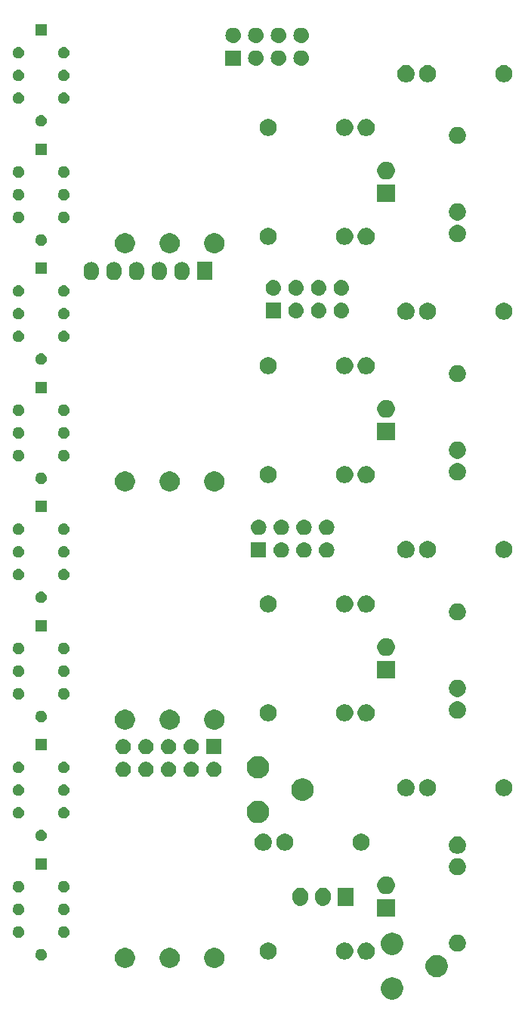
<source format=gbr>
G04 #@! TF.GenerationSoftware,KiCad,Pcbnew,(6.0.0-rc1-dev-1542-gf9f87b3ff-dirty)*
G04 #@! TF.CreationDate,2019-02-04T09:30:53-08:00
G04 #@! TF.ProjectId,qplfo_v22,71706c66-6f5f-4763-9232-2e6b69636164,rev?*
G04 #@! TF.SameCoordinates,PX1329208PY7e341b0*
G04 #@! TF.FileFunction,Soldermask,Bot*
G04 #@! TF.FilePolarity,Negative*
%FSLAX46Y46*%
G04 Gerber Fmt 4.6, Leading zero omitted, Abs format (unit mm)*
G04 Created by KiCad (PCBNEW (6.0.0-rc1-dev-1542-gf9f87b3ff-dirty)) date Monday, 04 February 2019 at 09:30:53*
%MOMM*%
%LPD*%
G04 APERTURE LIST*
%ADD10C,0.025400*%
G04 APERTURE END LIST*
D10*
G36*
X45492718Y3121936D02*
G01*
X45720146Y3027732D01*
X45924825Y2890970D01*
X46098890Y2716905D01*
X46235652Y2512226D01*
X46329856Y2284798D01*
X46377880Y2043363D01*
X46377880Y1797197D01*
X46329856Y1555762D01*
X46235652Y1328334D01*
X46098890Y1123655D01*
X45924825Y949590D01*
X45720146Y812828D01*
X45492718Y718624D01*
X45251283Y670600D01*
X45005117Y670600D01*
X44763682Y718624D01*
X44536254Y812828D01*
X44331575Y949590D01*
X44157510Y1123655D01*
X44020748Y1328334D01*
X43926544Y1555762D01*
X43878520Y1797197D01*
X43878520Y2043363D01*
X43926544Y2284798D01*
X44020748Y2512226D01*
X44157510Y2716905D01*
X44331575Y2890970D01*
X44536254Y3027732D01*
X44763682Y3121936D01*
X45005117Y3169960D01*
X45251283Y3169960D01*
X45492718Y3121936D01*
X45492718Y3121936D01*
G37*
G36*
X50491438Y5621296D02*
G01*
X50718866Y5527092D01*
X50923545Y5390330D01*
X51097610Y5216265D01*
X51234372Y5011586D01*
X51328576Y4784158D01*
X51376600Y4542723D01*
X51376600Y4296557D01*
X51328576Y4055122D01*
X51234372Y3827694D01*
X51097610Y3623015D01*
X50923545Y3448950D01*
X50718866Y3312188D01*
X50491438Y3217984D01*
X50250003Y3169960D01*
X50003837Y3169960D01*
X49762402Y3217984D01*
X49534974Y3312188D01*
X49330295Y3448950D01*
X49156230Y3623015D01*
X49019468Y3827694D01*
X48925264Y4055122D01*
X48877240Y4296557D01*
X48877240Y4542723D01*
X48925264Y4784158D01*
X49019468Y5011586D01*
X49156230Y5216265D01*
X49330295Y5390330D01*
X49534974Y5527092D01*
X49762402Y5621296D01*
X50003837Y5669320D01*
X50250003Y5669320D01*
X50491438Y5621296D01*
X50491438Y5621296D01*
G37*
G36*
X25526401Y6433075D02*
G01*
X25734413Y6346914D01*
X25921623Y6221824D01*
X26080824Y6062623D01*
X26205914Y5875413D01*
X26292075Y5667401D01*
X26336000Y5446576D01*
X26336000Y5221424D01*
X26292075Y5000599D01*
X26205914Y4792587D01*
X26080824Y4605377D01*
X25921623Y4446176D01*
X25734413Y4321086D01*
X25526401Y4234925D01*
X25305576Y4191000D01*
X25080424Y4191000D01*
X24859599Y4234925D01*
X24651587Y4321086D01*
X24464377Y4446176D01*
X24305176Y4605377D01*
X24180086Y4792587D01*
X24093925Y5000599D01*
X24050000Y5221424D01*
X24050000Y5446576D01*
X24093925Y5667401D01*
X24180086Y5875413D01*
X24305176Y6062623D01*
X24464377Y6221824D01*
X24651587Y6346914D01*
X24859599Y6433075D01*
X25080424Y6477000D01*
X25305576Y6477000D01*
X25526401Y6433075D01*
X25526401Y6433075D01*
G37*
G36*
X20526401Y6433075D02*
G01*
X20734413Y6346914D01*
X20921623Y6221824D01*
X21080824Y6062623D01*
X21205914Y5875413D01*
X21292075Y5667401D01*
X21336000Y5446576D01*
X21336000Y5221424D01*
X21292075Y5000599D01*
X21205914Y4792587D01*
X21080824Y4605377D01*
X20921623Y4446176D01*
X20734413Y4321086D01*
X20526401Y4234925D01*
X20305576Y4191000D01*
X20080424Y4191000D01*
X19859599Y4234925D01*
X19651587Y4321086D01*
X19464377Y4446176D01*
X19305176Y4605377D01*
X19180086Y4792587D01*
X19093925Y5000599D01*
X19050000Y5221424D01*
X19050000Y5446576D01*
X19093925Y5667401D01*
X19180086Y5875413D01*
X19305176Y6062623D01*
X19464377Y6221824D01*
X19651587Y6346914D01*
X19859599Y6433075D01*
X20080424Y6477000D01*
X20305576Y6477000D01*
X20526401Y6433075D01*
X20526401Y6433075D01*
G37*
G36*
X15526401Y6433075D02*
G01*
X15734413Y6346914D01*
X15921623Y6221824D01*
X16080824Y6062623D01*
X16205914Y5875413D01*
X16292075Y5667401D01*
X16336000Y5446576D01*
X16336000Y5221424D01*
X16292075Y5000599D01*
X16205914Y4792587D01*
X16080824Y4605377D01*
X15921623Y4446176D01*
X15734413Y4321086D01*
X15526401Y4234925D01*
X15305576Y4191000D01*
X15080424Y4191000D01*
X14859599Y4234925D01*
X14651587Y4321086D01*
X14464377Y4446176D01*
X14305176Y4605377D01*
X14180086Y4792587D01*
X14093925Y5000599D01*
X14050000Y5221424D01*
X14050000Y5446576D01*
X14093925Y5667401D01*
X14180086Y5875413D01*
X14305176Y6062623D01*
X14464377Y6221824D01*
X14651587Y6346914D01*
X14859599Y6433075D01*
X15080424Y6477000D01*
X15305576Y6477000D01*
X15526401Y6433075D01*
X15526401Y6433075D01*
G37*
G36*
X5981965Y6318867D02*
G01*
X6100982Y6269569D01*
X6208104Y6197992D01*
X6299192Y6106904D01*
X6370769Y5999782D01*
X6420067Y5880765D01*
X6445200Y5754413D01*
X6445200Y5625587D01*
X6420067Y5499235D01*
X6370769Y5380218D01*
X6299192Y5273096D01*
X6208104Y5182008D01*
X6100982Y5110431D01*
X5981965Y5061133D01*
X5855613Y5036000D01*
X5726787Y5036000D01*
X5600435Y5061133D01*
X5481418Y5110431D01*
X5374296Y5182008D01*
X5283208Y5273096D01*
X5211631Y5380218D01*
X5162333Y5499235D01*
X5137200Y5625587D01*
X5137200Y5754413D01*
X5162333Y5880765D01*
X5211631Y5999782D01*
X5283208Y6106904D01*
X5374296Y6197992D01*
X5481418Y6269569D01*
X5600435Y6318867D01*
X5726787Y6344000D01*
X5855613Y6344000D01*
X5981965Y6318867D01*
X5981965Y6318867D01*
G37*
G36*
X42496338Y7024108D02*
G01*
X42671993Y6951350D01*
X42830082Y6845718D01*
X42964518Y6711282D01*
X43070150Y6553193D01*
X43142908Y6377538D01*
X43180000Y6191065D01*
X43180000Y6000935D01*
X43142908Y5814462D01*
X43070150Y5638807D01*
X42964518Y5480718D01*
X42830082Y5346282D01*
X42671993Y5240650D01*
X42496338Y5167892D01*
X42309865Y5130800D01*
X42119735Y5130800D01*
X41933262Y5167892D01*
X41757607Y5240650D01*
X41599518Y5346282D01*
X41465082Y5480718D01*
X41359450Y5638807D01*
X41286692Y5814462D01*
X41249600Y6000935D01*
X41249600Y6191065D01*
X41286692Y6377538D01*
X41359450Y6553193D01*
X41465082Y6711282D01*
X41599518Y6845718D01*
X41757607Y6951350D01*
X41933262Y7024108D01*
X42119735Y7061200D01*
X42309865Y7061200D01*
X42496338Y7024108D01*
X42496338Y7024108D01*
G37*
G36*
X40083338Y7024108D02*
G01*
X40258993Y6951350D01*
X40417082Y6845718D01*
X40551518Y6711282D01*
X40657150Y6553193D01*
X40729908Y6377538D01*
X40767000Y6191065D01*
X40767000Y6000935D01*
X40729908Y5814462D01*
X40657150Y5638807D01*
X40551518Y5480718D01*
X40417082Y5346282D01*
X40258993Y5240650D01*
X40083338Y5167892D01*
X39896865Y5130800D01*
X39706735Y5130800D01*
X39520262Y5167892D01*
X39344607Y5240650D01*
X39186518Y5346282D01*
X39052082Y5480718D01*
X38946450Y5638807D01*
X38873692Y5814462D01*
X38836600Y6000935D01*
X38836600Y6191065D01*
X38873692Y6377538D01*
X38946450Y6553193D01*
X39052082Y6711282D01*
X39186518Y6845718D01*
X39344607Y6951350D01*
X39520262Y7024108D01*
X39706735Y7061200D01*
X39896865Y7061200D01*
X40083338Y7024108D01*
X40083338Y7024108D01*
G37*
G36*
X31523538Y7024108D02*
G01*
X31699193Y6951350D01*
X31857282Y6845718D01*
X31991718Y6711282D01*
X32097350Y6553193D01*
X32170108Y6377538D01*
X32207200Y6191065D01*
X32207200Y6000935D01*
X32170108Y5814462D01*
X32097350Y5638807D01*
X31991718Y5480718D01*
X31857282Y5346282D01*
X31699193Y5240650D01*
X31523538Y5167892D01*
X31337065Y5130800D01*
X31146935Y5130800D01*
X30960462Y5167892D01*
X30784807Y5240650D01*
X30626718Y5346282D01*
X30492282Y5480718D01*
X30386650Y5638807D01*
X30313892Y5814462D01*
X30276800Y6000935D01*
X30276800Y6191065D01*
X30313892Y6377538D01*
X30386650Y6553193D01*
X30492282Y6711282D01*
X30626718Y6845718D01*
X30784807Y6951350D01*
X30960462Y7024108D01*
X31146935Y7061200D01*
X31337065Y7061200D01*
X31523538Y7024108D01*
X31523538Y7024108D01*
G37*
G36*
X45492718Y8120656D02*
G01*
X45720146Y8026452D01*
X45924825Y7889690D01*
X46098890Y7715625D01*
X46235652Y7510946D01*
X46329856Y7283518D01*
X46377880Y7042083D01*
X46377880Y6795917D01*
X46329856Y6554482D01*
X46235652Y6327054D01*
X46098890Y6122375D01*
X45924825Y5948310D01*
X45720146Y5811548D01*
X45492718Y5717344D01*
X45251283Y5669320D01*
X45005117Y5669320D01*
X44763682Y5717344D01*
X44536254Y5811548D01*
X44331575Y5948310D01*
X44157510Y6122375D01*
X44020748Y6327054D01*
X43926544Y6554482D01*
X43878520Y6795917D01*
X43878520Y7042083D01*
X43926544Y7283518D01*
X44020748Y7510946D01*
X44157510Y7715625D01*
X44331575Y7889690D01*
X44536254Y8026452D01*
X44763682Y8120656D01*
X45005117Y8168680D01*
X45251283Y8168680D01*
X45492718Y8120656D01*
X45492718Y8120656D01*
G37*
G36*
X52732538Y7913108D02*
G01*
X52908193Y7840350D01*
X53066282Y7734718D01*
X53200718Y7600282D01*
X53306350Y7442193D01*
X53379108Y7266538D01*
X53416200Y7080065D01*
X53416200Y6889935D01*
X53379108Y6703462D01*
X53306350Y6527807D01*
X53200718Y6369718D01*
X53066282Y6235282D01*
X52908193Y6129650D01*
X52732538Y6056892D01*
X52546065Y6019800D01*
X52355935Y6019800D01*
X52169462Y6056892D01*
X51993807Y6129650D01*
X51835718Y6235282D01*
X51701282Y6369718D01*
X51595650Y6527807D01*
X51522892Y6703462D01*
X51485800Y6889935D01*
X51485800Y7080065D01*
X51522892Y7266538D01*
X51595650Y7442193D01*
X51701282Y7600282D01*
X51835718Y7734718D01*
X51993807Y7840350D01*
X52169462Y7913108D01*
X52355935Y7950200D01*
X52546065Y7950200D01*
X52732538Y7913108D01*
X52732538Y7913108D01*
G37*
G36*
X3441965Y8858867D02*
G01*
X3560982Y8809569D01*
X3668104Y8737992D01*
X3759192Y8646904D01*
X3830769Y8539782D01*
X3880067Y8420765D01*
X3905200Y8294413D01*
X3905200Y8165587D01*
X3880067Y8039235D01*
X3830769Y7920218D01*
X3759192Y7813096D01*
X3668104Y7722008D01*
X3668101Y7722006D01*
X3668100Y7722005D01*
X3560985Y7650433D01*
X3560982Y7650431D01*
X3441965Y7601133D01*
X3315613Y7576000D01*
X3186787Y7576000D01*
X3060435Y7601133D01*
X2941418Y7650431D01*
X2941415Y7650433D01*
X2834300Y7722005D01*
X2834299Y7722006D01*
X2834296Y7722008D01*
X2743208Y7813096D01*
X2671631Y7920218D01*
X2622333Y8039235D01*
X2597200Y8165587D01*
X2597200Y8294413D01*
X2622333Y8420765D01*
X2671631Y8539782D01*
X2743208Y8646904D01*
X2834296Y8737992D01*
X2941418Y8809569D01*
X3060435Y8858867D01*
X3186787Y8884000D01*
X3315613Y8884000D01*
X3441965Y8858867D01*
X3441965Y8858867D01*
G37*
G36*
X8521965Y8858867D02*
G01*
X8640982Y8809569D01*
X8748104Y8737992D01*
X8839192Y8646904D01*
X8910769Y8539782D01*
X8960067Y8420765D01*
X8985200Y8294413D01*
X8985200Y8165587D01*
X8960067Y8039235D01*
X8910769Y7920218D01*
X8839192Y7813096D01*
X8748104Y7722008D01*
X8748101Y7722006D01*
X8748100Y7722005D01*
X8640985Y7650433D01*
X8640982Y7650431D01*
X8521965Y7601133D01*
X8395613Y7576000D01*
X8266787Y7576000D01*
X8140435Y7601133D01*
X8021418Y7650431D01*
X8021415Y7650433D01*
X7914300Y7722005D01*
X7914299Y7722006D01*
X7914296Y7722008D01*
X7823208Y7813096D01*
X7751631Y7920218D01*
X7702333Y8039235D01*
X7677200Y8165587D01*
X7677200Y8294413D01*
X7702333Y8420765D01*
X7751631Y8539782D01*
X7823208Y8646904D01*
X7914296Y8737992D01*
X8021418Y8809569D01*
X8140435Y8858867D01*
X8266787Y8884000D01*
X8395613Y8884000D01*
X8521965Y8858867D01*
X8521965Y8858867D01*
G37*
G36*
X45450000Y9922000D02*
G01*
X43450000Y9922000D01*
X43450000Y11922000D01*
X45450000Y11922000D01*
X45450000Y9922000D01*
X45450000Y9922000D01*
G37*
G36*
X3441965Y11398867D02*
G01*
X3560982Y11349569D01*
X3668104Y11277992D01*
X3759192Y11186904D01*
X3830769Y11079782D01*
X3880067Y10960765D01*
X3905200Y10834413D01*
X3905200Y10705587D01*
X3880067Y10579235D01*
X3830769Y10460218D01*
X3759192Y10353096D01*
X3668104Y10262008D01*
X3560982Y10190431D01*
X3441965Y10141133D01*
X3315613Y10116000D01*
X3186787Y10116000D01*
X3060435Y10141133D01*
X2941418Y10190431D01*
X2834296Y10262008D01*
X2743208Y10353096D01*
X2671631Y10460218D01*
X2622333Y10579235D01*
X2597200Y10705587D01*
X2597200Y10834413D01*
X2622333Y10960765D01*
X2671631Y11079782D01*
X2743208Y11186904D01*
X2834296Y11277992D01*
X2941418Y11349569D01*
X3060435Y11398867D01*
X3186787Y11424000D01*
X3315613Y11424000D01*
X3441965Y11398867D01*
X3441965Y11398867D01*
G37*
G36*
X8521965Y11398867D02*
G01*
X8640982Y11349569D01*
X8748104Y11277992D01*
X8839192Y11186904D01*
X8910769Y11079782D01*
X8960067Y10960765D01*
X8985200Y10834413D01*
X8985200Y10705587D01*
X8960067Y10579235D01*
X8910769Y10460218D01*
X8839192Y10353096D01*
X8748104Y10262008D01*
X8640982Y10190431D01*
X8521965Y10141133D01*
X8395613Y10116000D01*
X8266787Y10116000D01*
X8140435Y10141133D01*
X8021418Y10190431D01*
X7914296Y10262008D01*
X7823208Y10353096D01*
X7751631Y10460218D01*
X7702333Y10579235D01*
X7677200Y10705587D01*
X7677200Y10834413D01*
X7702333Y10960765D01*
X7751631Y11079782D01*
X7823208Y11186904D01*
X7914296Y11277992D01*
X8021418Y11349569D01*
X8140435Y11398867D01*
X8266787Y11424000D01*
X8395613Y11424000D01*
X8521965Y11398867D01*
X8521965Y11398867D01*
G37*
G36*
X34878520Y13195000D02*
G01*
X35005395Y13182504D01*
X35125827Y13145971D01*
X35168188Y13133121D01*
X35318212Y13052932D01*
X35449712Y12945012D01*
X35557632Y12813512D01*
X35637821Y12663488D01*
X35637822Y12663484D01*
X35687204Y12500694D01*
X35699700Y12373819D01*
X35699700Y11984180D01*
X35687204Y11857305D01*
X35650671Y11736873D01*
X35637821Y11694512D01*
X35557632Y11544488D01*
X35449712Y11412988D01*
X35318212Y11305068D01*
X35168187Y11224879D01*
X35125826Y11212029D01*
X35005394Y11175496D01*
X34836100Y11158822D01*
X34836099Y11158822D01*
X34779668Y11164380D01*
X34666805Y11175496D01*
X34546373Y11212029D01*
X34504012Y11224879D01*
X34353988Y11305068D01*
X34222488Y11412988D01*
X34114568Y11544488D01*
X34034379Y11694513D01*
X34021529Y11736874D01*
X33984996Y11857306D01*
X33972500Y11984181D01*
X33972500Y12373820D01*
X33984996Y12500695D01*
X34034378Y12663484D01*
X34034379Y12663488D01*
X34114567Y12813509D01*
X34114569Y12813512D01*
X34222488Y12945012D01*
X34275262Y12988322D01*
X34353989Y13052932D01*
X34504013Y13133121D01*
X34546374Y13145971D01*
X34666806Y13182504D01*
X34836100Y13199178D01*
X34836101Y13199178D01*
X34878520Y13195000D01*
X34878520Y13195000D01*
G37*
G36*
X37418520Y13195000D02*
G01*
X37545395Y13182504D01*
X37665827Y13145971D01*
X37708188Y13133121D01*
X37858212Y13052932D01*
X37989712Y12945012D01*
X38097632Y12813512D01*
X38177821Y12663488D01*
X38177822Y12663484D01*
X38227204Y12500694D01*
X38239700Y12373819D01*
X38239700Y11984180D01*
X38227204Y11857305D01*
X38190671Y11736873D01*
X38177821Y11694512D01*
X38097632Y11544488D01*
X37989712Y11412988D01*
X37858212Y11305068D01*
X37708187Y11224879D01*
X37665826Y11212029D01*
X37545394Y11175496D01*
X37376100Y11158822D01*
X37376099Y11158822D01*
X37319668Y11164380D01*
X37206805Y11175496D01*
X37086373Y11212029D01*
X37044012Y11224879D01*
X36893988Y11305068D01*
X36762488Y11412988D01*
X36654568Y11544488D01*
X36574379Y11694513D01*
X36561529Y11736874D01*
X36524996Y11857306D01*
X36512500Y11984181D01*
X36512500Y12373820D01*
X36524996Y12500695D01*
X36574378Y12663484D01*
X36574379Y12663488D01*
X36654567Y12813509D01*
X36654569Y12813512D01*
X36762488Y12945012D01*
X36815262Y12988322D01*
X36893989Y13052932D01*
X37044013Y13133121D01*
X37086374Y13145971D01*
X37206806Y13182504D01*
X37376100Y13199178D01*
X37376101Y13199178D01*
X37418520Y13195000D01*
X37418520Y13195000D01*
G37*
G36*
X40779700Y11163000D02*
G01*
X39052500Y11163000D01*
X39052500Y13195000D01*
X40779700Y13195000D01*
X40779700Y11163000D01*
X40779700Y11163000D01*
G37*
G36*
X44625770Y14446628D02*
G01*
X44741689Y14423571D01*
X44923678Y14348189D01*
X45087463Y14238751D01*
X45226751Y14099463D01*
X45336189Y13935678D01*
X45411571Y13753689D01*
X45434628Y13637770D01*
X45438207Y13619782D01*
X45450000Y13560491D01*
X45450000Y13363509D01*
X45411571Y13170311D01*
X45336189Y12988322D01*
X45226751Y12824537D01*
X45087463Y12685249D01*
X44923678Y12575811D01*
X44741689Y12500429D01*
X44625770Y12477372D01*
X44548493Y12462000D01*
X44351507Y12462000D01*
X44274230Y12477372D01*
X44158311Y12500429D01*
X43976322Y12575811D01*
X43812537Y12685249D01*
X43673249Y12824537D01*
X43563811Y12988322D01*
X43488429Y13170311D01*
X43450000Y13363509D01*
X43450000Y13560491D01*
X43461794Y13619782D01*
X43465372Y13637770D01*
X43488429Y13753689D01*
X43563811Y13935678D01*
X43673249Y14099463D01*
X43812537Y14238751D01*
X43976322Y14348189D01*
X44158311Y14423571D01*
X44274230Y14446628D01*
X44351507Y14462000D01*
X44548493Y14462000D01*
X44625770Y14446628D01*
X44625770Y14446628D01*
G37*
G36*
X3441965Y13938867D02*
G01*
X3560982Y13889569D01*
X3668104Y13817992D01*
X3759192Y13726904D01*
X3830769Y13619782D01*
X3880067Y13500765D01*
X3905200Y13374413D01*
X3905200Y13245587D01*
X3880067Y13119235D01*
X3830769Y13000218D01*
X3830767Y13000215D01*
X3793882Y12945012D01*
X3759192Y12893096D01*
X3668104Y12802008D01*
X3560982Y12730431D01*
X3441965Y12681133D01*
X3315613Y12656000D01*
X3186787Y12656000D01*
X3060435Y12681133D01*
X2941418Y12730431D01*
X2834296Y12802008D01*
X2743208Y12893096D01*
X2708519Y12945012D01*
X2671633Y13000215D01*
X2671631Y13000218D01*
X2622333Y13119235D01*
X2597200Y13245587D01*
X2597200Y13374413D01*
X2622333Y13500765D01*
X2671631Y13619782D01*
X2743208Y13726904D01*
X2834296Y13817992D01*
X2941418Y13889569D01*
X3060435Y13938867D01*
X3186787Y13964000D01*
X3315613Y13964000D01*
X3441965Y13938867D01*
X3441965Y13938867D01*
G37*
G36*
X8521965Y13938867D02*
G01*
X8640982Y13889569D01*
X8748104Y13817992D01*
X8839192Y13726904D01*
X8910769Y13619782D01*
X8960067Y13500765D01*
X8985200Y13374413D01*
X8985200Y13245587D01*
X8960067Y13119235D01*
X8910769Y13000218D01*
X8910767Y13000215D01*
X8873882Y12945012D01*
X8839192Y12893096D01*
X8748104Y12802008D01*
X8640982Y12730431D01*
X8521965Y12681133D01*
X8395613Y12656000D01*
X8266787Y12656000D01*
X8140435Y12681133D01*
X8021418Y12730431D01*
X7914296Y12802008D01*
X7823208Y12893096D01*
X7788519Y12945012D01*
X7751633Y13000215D01*
X7751631Y13000218D01*
X7702333Y13119235D01*
X7677200Y13245587D01*
X7677200Y13374413D01*
X7702333Y13500765D01*
X7751631Y13619782D01*
X7823208Y13726904D01*
X7914296Y13817992D01*
X8021418Y13889569D01*
X8140435Y13938867D01*
X8266787Y13964000D01*
X8395613Y13964000D01*
X8521965Y13938867D01*
X8521965Y13938867D01*
G37*
G36*
X52732538Y16472908D02*
G01*
X52908193Y16400150D01*
X53066282Y16294518D01*
X53200718Y16160082D01*
X53306350Y16001993D01*
X53379108Y15826338D01*
X53416200Y15639865D01*
X53416200Y15449735D01*
X53379108Y15263262D01*
X53306350Y15087607D01*
X53200718Y14929518D01*
X53066282Y14795082D01*
X52908193Y14689450D01*
X52732538Y14616692D01*
X52546065Y14579600D01*
X52355935Y14579600D01*
X52169462Y14616692D01*
X51993807Y14689450D01*
X51835718Y14795082D01*
X51701282Y14929518D01*
X51595650Y15087607D01*
X51522892Y15263262D01*
X51485800Y15449735D01*
X51485800Y15639865D01*
X51522892Y15826338D01*
X51595650Y16001993D01*
X51701282Y16160082D01*
X51835718Y16294518D01*
X51993807Y16400150D01*
X52169462Y16472908D01*
X52355935Y16510000D01*
X52546065Y16510000D01*
X52732538Y16472908D01*
X52732538Y16472908D01*
G37*
G36*
X6445200Y15196000D02*
G01*
X5137200Y15196000D01*
X5137200Y16504000D01*
X6445200Y16504000D01*
X6445200Y15196000D01*
X6445200Y15196000D01*
G37*
G36*
X52732538Y18885908D02*
G01*
X52908193Y18813150D01*
X53066282Y18707518D01*
X53200718Y18573082D01*
X53306350Y18414993D01*
X53379108Y18239338D01*
X53416200Y18052865D01*
X53416200Y17862735D01*
X53379108Y17676262D01*
X53306350Y17500607D01*
X53200718Y17342518D01*
X53066282Y17208082D01*
X52908193Y17102450D01*
X52732538Y17029692D01*
X52546065Y16992600D01*
X52355935Y16992600D01*
X52169462Y17029692D01*
X51993807Y17102450D01*
X51835718Y17208082D01*
X51701282Y17342518D01*
X51595650Y17500607D01*
X51522892Y17676262D01*
X51485800Y17862735D01*
X51485800Y18052865D01*
X51522892Y18239338D01*
X51595650Y18414993D01*
X51701282Y18573082D01*
X51835718Y18707518D01*
X51993807Y18813150D01*
X52169462Y18885908D01*
X52355935Y18923000D01*
X52546065Y18923000D01*
X52732538Y18885908D01*
X52732538Y18885908D01*
G37*
G36*
X33377738Y19216108D02*
G01*
X33553393Y19143350D01*
X33711482Y19037718D01*
X33845918Y18903282D01*
X33951550Y18745193D01*
X34024308Y18569538D01*
X34061400Y18383065D01*
X34061400Y18192935D01*
X34024308Y18006462D01*
X33951550Y17830807D01*
X33845918Y17672718D01*
X33711482Y17538282D01*
X33553393Y17432650D01*
X33377738Y17359892D01*
X33191265Y17322800D01*
X33001135Y17322800D01*
X32814662Y17359892D01*
X32639007Y17432650D01*
X32480918Y17538282D01*
X32346482Y17672718D01*
X32240850Y17830807D01*
X32168092Y18006462D01*
X32131000Y18192935D01*
X32131000Y18383065D01*
X32168092Y18569538D01*
X32240850Y18745193D01*
X32346482Y18903282D01*
X32480918Y19037718D01*
X32639007Y19143350D01*
X32814662Y19216108D01*
X33001135Y19253200D01*
X33191265Y19253200D01*
X33377738Y19216108D01*
X33377738Y19216108D01*
G37*
G36*
X30964738Y19216108D02*
G01*
X31140393Y19143350D01*
X31298482Y19037718D01*
X31432918Y18903282D01*
X31538550Y18745193D01*
X31611308Y18569538D01*
X31648400Y18383065D01*
X31648400Y18192935D01*
X31611308Y18006462D01*
X31538550Y17830807D01*
X31432918Y17672718D01*
X31298482Y17538282D01*
X31140393Y17432650D01*
X30964738Y17359892D01*
X30778265Y17322800D01*
X30588135Y17322800D01*
X30401662Y17359892D01*
X30226007Y17432650D01*
X30067918Y17538282D01*
X29933482Y17672718D01*
X29827850Y17830807D01*
X29755092Y18006462D01*
X29718000Y18192935D01*
X29718000Y18383065D01*
X29755092Y18569538D01*
X29827850Y18745193D01*
X29933482Y18903282D01*
X30067918Y19037718D01*
X30226007Y19143350D01*
X30401662Y19216108D01*
X30588135Y19253200D01*
X30778265Y19253200D01*
X30964738Y19216108D01*
X30964738Y19216108D01*
G37*
G36*
X41937538Y19216108D02*
G01*
X42113193Y19143350D01*
X42271282Y19037718D01*
X42405718Y18903282D01*
X42511350Y18745193D01*
X42584108Y18569538D01*
X42621200Y18383065D01*
X42621200Y18192935D01*
X42584108Y18006462D01*
X42511350Y17830807D01*
X42405718Y17672718D01*
X42271282Y17538282D01*
X42113193Y17432650D01*
X41937538Y17359892D01*
X41751065Y17322800D01*
X41560935Y17322800D01*
X41374462Y17359892D01*
X41198807Y17432650D01*
X41040718Y17538282D01*
X40906282Y17672718D01*
X40800650Y17830807D01*
X40727892Y18006462D01*
X40690800Y18192935D01*
X40690800Y18383065D01*
X40727892Y18569538D01*
X40800650Y18745193D01*
X40906282Y18903282D01*
X41040718Y19037718D01*
X41198807Y19143350D01*
X41374462Y19216108D01*
X41560935Y19253200D01*
X41751065Y19253200D01*
X41937538Y19216108D01*
X41937538Y19216108D01*
G37*
G36*
X5981965Y19678867D02*
G01*
X6100982Y19629569D01*
X6208104Y19557992D01*
X6299192Y19466904D01*
X6370769Y19359782D01*
X6420067Y19240765D01*
X6445200Y19114413D01*
X6445200Y18985587D01*
X6420067Y18859235D01*
X6370769Y18740218D01*
X6370767Y18740215D01*
X6348920Y18707518D01*
X6299192Y18633096D01*
X6208104Y18542008D01*
X6100982Y18470431D01*
X5981965Y18421133D01*
X5855613Y18396000D01*
X5726787Y18396000D01*
X5600435Y18421133D01*
X5481418Y18470431D01*
X5374296Y18542008D01*
X5283208Y18633096D01*
X5233481Y18707518D01*
X5211633Y18740215D01*
X5211631Y18740218D01*
X5162333Y18859235D01*
X5137200Y18985587D01*
X5137200Y19114413D01*
X5162333Y19240765D01*
X5211631Y19359782D01*
X5283208Y19466904D01*
X5374296Y19557992D01*
X5481418Y19629569D01*
X5600435Y19678867D01*
X5726787Y19704000D01*
X5855613Y19704000D01*
X5981965Y19678867D01*
X5981965Y19678867D01*
G37*
G36*
X30455918Y22882936D02*
G01*
X30683346Y22788732D01*
X30888025Y22651970D01*
X31062090Y22477905D01*
X31198852Y22273226D01*
X31293056Y22045798D01*
X31341080Y21804363D01*
X31341080Y21558197D01*
X31293056Y21316762D01*
X31198852Y21089334D01*
X31062090Y20884655D01*
X30888025Y20710590D01*
X30683346Y20573828D01*
X30455918Y20479624D01*
X30214483Y20431600D01*
X29968317Y20431600D01*
X29726882Y20479624D01*
X29499454Y20573828D01*
X29294775Y20710590D01*
X29120710Y20884655D01*
X28983948Y21089334D01*
X28889744Y21316762D01*
X28841720Y21558197D01*
X28841720Y21804363D01*
X28889744Y22045798D01*
X28983948Y22273226D01*
X29120710Y22477905D01*
X29294775Y22651970D01*
X29499454Y22788732D01*
X29726882Y22882936D01*
X29968317Y22930960D01*
X30214483Y22930960D01*
X30455918Y22882936D01*
X30455918Y22882936D01*
G37*
G36*
X3441965Y22218867D02*
G01*
X3560982Y22169569D01*
X3668104Y22097992D01*
X3759192Y22006904D01*
X3830769Y21899782D01*
X3880067Y21780765D01*
X3905200Y21654413D01*
X3905200Y21525587D01*
X3880067Y21399235D01*
X3830769Y21280218D01*
X3759192Y21173096D01*
X3668104Y21082008D01*
X3560982Y21010431D01*
X3441965Y20961133D01*
X3315613Y20936000D01*
X3186787Y20936000D01*
X3060435Y20961133D01*
X2941418Y21010431D01*
X2834296Y21082008D01*
X2743208Y21173096D01*
X2671631Y21280218D01*
X2622333Y21399235D01*
X2597200Y21525587D01*
X2597200Y21654413D01*
X2622333Y21780765D01*
X2671631Y21899782D01*
X2743208Y22006904D01*
X2834296Y22097992D01*
X2941418Y22169569D01*
X3060435Y22218867D01*
X3186787Y22244000D01*
X3315613Y22244000D01*
X3441965Y22218867D01*
X3441965Y22218867D01*
G37*
G36*
X8521965Y22218867D02*
G01*
X8640982Y22169569D01*
X8748104Y22097992D01*
X8839192Y22006904D01*
X8910769Y21899782D01*
X8960067Y21780765D01*
X8985200Y21654413D01*
X8985200Y21525587D01*
X8960067Y21399235D01*
X8910769Y21280218D01*
X8839192Y21173096D01*
X8748104Y21082008D01*
X8640982Y21010431D01*
X8521965Y20961133D01*
X8395613Y20936000D01*
X8266787Y20936000D01*
X8140435Y20961133D01*
X8021418Y21010431D01*
X7914296Y21082008D01*
X7823208Y21173096D01*
X7751631Y21280218D01*
X7702333Y21399235D01*
X7677200Y21525587D01*
X7677200Y21654413D01*
X7702333Y21780765D01*
X7751631Y21899782D01*
X7823208Y22006904D01*
X7914296Y22097992D01*
X8021418Y22169569D01*
X8140435Y22218867D01*
X8266787Y22244000D01*
X8395613Y22244000D01*
X8521965Y22218867D01*
X8521965Y22218867D01*
G37*
G36*
X35454638Y25382296D02*
G01*
X35682066Y25288092D01*
X35886745Y25151330D01*
X36060810Y24977265D01*
X36197572Y24772586D01*
X36291776Y24545158D01*
X36339800Y24303723D01*
X36339800Y24057557D01*
X36291776Y23816122D01*
X36197572Y23588694D01*
X36060810Y23384015D01*
X35886745Y23209950D01*
X35682066Y23073188D01*
X35454638Y22978984D01*
X35213203Y22930960D01*
X34967037Y22930960D01*
X34725602Y22978984D01*
X34498174Y23073188D01*
X34293495Y23209950D01*
X34119430Y23384015D01*
X33982668Y23588694D01*
X33888464Y23816122D01*
X33840440Y24057557D01*
X33840440Y24303723D01*
X33888464Y24545158D01*
X33982668Y24772586D01*
X34119430Y24977265D01*
X34293495Y25151330D01*
X34498174Y25288092D01*
X34725602Y25382296D01*
X34967037Y25430320D01*
X35213203Y25430320D01*
X35454638Y25382296D01*
X35454638Y25382296D01*
G37*
G36*
X46966738Y25312108D02*
G01*
X47142393Y25239350D01*
X47300482Y25133718D01*
X47434918Y24999282D01*
X47540550Y24841193D01*
X47613308Y24665538D01*
X47650400Y24479065D01*
X47650400Y24288935D01*
X47613308Y24102462D01*
X47540550Y23926807D01*
X47434918Y23768718D01*
X47300482Y23634282D01*
X47142393Y23528650D01*
X46966738Y23455892D01*
X46780265Y23418800D01*
X46590135Y23418800D01*
X46403662Y23455892D01*
X46228007Y23528650D01*
X46069918Y23634282D01*
X45935482Y23768718D01*
X45829850Y23926807D01*
X45757092Y24102462D01*
X45720000Y24288935D01*
X45720000Y24479065D01*
X45757092Y24665538D01*
X45829850Y24841193D01*
X45935482Y24999282D01*
X46069918Y25133718D01*
X46228007Y25239350D01*
X46403662Y25312108D01*
X46590135Y25349200D01*
X46780265Y25349200D01*
X46966738Y25312108D01*
X46966738Y25312108D01*
G37*
G36*
X49379738Y25312108D02*
G01*
X49555393Y25239350D01*
X49713482Y25133718D01*
X49847918Y24999282D01*
X49953550Y24841193D01*
X50026308Y24665538D01*
X50063400Y24479065D01*
X50063400Y24288935D01*
X50026308Y24102462D01*
X49953550Y23926807D01*
X49847918Y23768718D01*
X49713482Y23634282D01*
X49555393Y23528650D01*
X49379738Y23455892D01*
X49193265Y23418800D01*
X49003135Y23418800D01*
X48816662Y23455892D01*
X48641007Y23528650D01*
X48482918Y23634282D01*
X48348482Y23768718D01*
X48242850Y23926807D01*
X48170092Y24102462D01*
X48133000Y24288935D01*
X48133000Y24479065D01*
X48170092Y24665538D01*
X48242850Y24841193D01*
X48348482Y24999282D01*
X48482918Y25133718D01*
X48641007Y25239350D01*
X48816662Y25312108D01*
X49003135Y25349200D01*
X49193265Y25349200D01*
X49379738Y25312108D01*
X49379738Y25312108D01*
G37*
G36*
X57939538Y25312108D02*
G01*
X58115193Y25239350D01*
X58273282Y25133718D01*
X58407718Y24999282D01*
X58513350Y24841193D01*
X58586108Y24665538D01*
X58623200Y24479065D01*
X58623200Y24288935D01*
X58586108Y24102462D01*
X58513350Y23926807D01*
X58407718Y23768718D01*
X58273282Y23634282D01*
X58115193Y23528650D01*
X57939538Y23455892D01*
X57753065Y23418800D01*
X57562935Y23418800D01*
X57376462Y23455892D01*
X57200807Y23528650D01*
X57042718Y23634282D01*
X56908282Y23768718D01*
X56802650Y23926807D01*
X56729892Y24102462D01*
X56692800Y24288935D01*
X56692800Y24479065D01*
X56729892Y24665538D01*
X56802650Y24841193D01*
X56908282Y24999282D01*
X57042718Y25133718D01*
X57200807Y25239350D01*
X57376462Y25312108D01*
X57562935Y25349200D01*
X57753065Y25349200D01*
X57939538Y25312108D01*
X57939538Y25312108D01*
G37*
G36*
X8521965Y24758867D02*
G01*
X8640982Y24709569D01*
X8748104Y24637992D01*
X8839192Y24546904D01*
X8839194Y24546901D01*
X8839195Y24546900D01*
X8910767Y24439785D01*
X8910769Y24439782D01*
X8960067Y24320765D01*
X8985200Y24194413D01*
X8985200Y24065587D01*
X8960067Y23939235D01*
X8910769Y23820218D01*
X8839192Y23713096D01*
X8748104Y23622008D01*
X8748101Y23622006D01*
X8748100Y23622005D01*
X8640985Y23550433D01*
X8640982Y23550431D01*
X8521965Y23501133D01*
X8395613Y23476000D01*
X8266787Y23476000D01*
X8140435Y23501133D01*
X8021418Y23550431D01*
X8021415Y23550433D01*
X7914300Y23622005D01*
X7914299Y23622006D01*
X7914296Y23622008D01*
X7823208Y23713096D01*
X7751631Y23820218D01*
X7702333Y23939235D01*
X7677200Y24065587D01*
X7677200Y24194413D01*
X7702333Y24320765D01*
X7751631Y24439782D01*
X7751633Y24439785D01*
X7823205Y24546900D01*
X7823206Y24546901D01*
X7823208Y24546904D01*
X7914296Y24637992D01*
X8021418Y24709569D01*
X8140435Y24758867D01*
X8266787Y24784000D01*
X8395613Y24784000D01*
X8521965Y24758867D01*
X8521965Y24758867D01*
G37*
G36*
X3441965Y24758867D02*
G01*
X3560982Y24709569D01*
X3668104Y24637992D01*
X3759192Y24546904D01*
X3759194Y24546901D01*
X3759195Y24546900D01*
X3830767Y24439785D01*
X3830769Y24439782D01*
X3880067Y24320765D01*
X3905200Y24194413D01*
X3905200Y24065587D01*
X3880067Y23939235D01*
X3830769Y23820218D01*
X3759192Y23713096D01*
X3668104Y23622008D01*
X3668101Y23622006D01*
X3668100Y23622005D01*
X3560985Y23550433D01*
X3560982Y23550431D01*
X3441965Y23501133D01*
X3315613Y23476000D01*
X3186787Y23476000D01*
X3060435Y23501133D01*
X2941418Y23550431D01*
X2941415Y23550433D01*
X2834300Y23622005D01*
X2834299Y23622006D01*
X2834296Y23622008D01*
X2743208Y23713096D01*
X2671631Y23820218D01*
X2622333Y23939235D01*
X2597200Y24065587D01*
X2597200Y24194413D01*
X2622333Y24320765D01*
X2671631Y24439782D01*
X2671633Y24439785D01*
X2743205Y24546900D01*
X2743206Y24546901D01*
X2743208Y24546904D01*
X2834296Y24637992D01*
X2941418Y24709569D01*
X3060435Y24758867D01*
X3186787Y24784000D01*
X3315613Y24784000D01*
X3441965Y24758867D01*
X3441965Y24758867D01*
G37*
G36*
X30455918Y27881656D02*
G01*
X30683346Y27787452D01*
X30888025Y27650690D01*
X31062090Y27476625D01*
X31198852Y27271946D01*
X31293056Y27044518D01*
X31341080Y26803083D01*
X31341080Y26556917D01*
X31293056Y26315482D01*
X31198852Y26088054D01*
X31062090Y25883375D01*
X30888025Y25709310D01*
X30683346Y25572548D01*
X30455918Y25478344D01*
X30214483Y25430320D01*
X29968317Y25430320D01*
X29726882Y25478344D01*
X29499454Y25572548D01*
X29294775Y25709310D01*
X29120710Y25883375D01*
X28983948Y26088054D01*
X28889744Y26315482D01*
X28841720Y26556917D01*
X28841720Y26803083D01*
X28889744Y27044518D01*
X28983948Y27271946D01*
X29120710Y27476625D01*
X29294775Y27650690D01*
X29499454Y27787452D01*
X29726882Y27881656D01*
X29968317Y27929680D01*
X30214483Y27929680D01*
X30455918Y27881656D01*
X30455918Y27881656D01*
G37*
G36*
X25230712Y27300435D02*
G01*
X25315295Y27292104D01*
X25435727Y27255571D01*
X25478088Y27242721D01*
X25628112Y27162532D01*
X25759612Y27054612D01*
X25867532Y26923112D01*
X25947721Y26773088D01*
X25947722Y26773084D01*
X25997104Y26610295D01*
X26013778Y26441000D01*
X25997104Y26271705D01*
X25960571Y26151273D01*
X25947721Y26108912D01*
X25867532Y25958888D01*
X25759612Y25827388D01*
X25628112Y25719468D01*
X25478088Y25639279D01*
X25435727Y25626429D01*
X25315295Y25589896D01*
X25230712Y25581565D01*
X25188421Y25577400D01*
X25103579Y25577400D01*
X25061288Y25581565D01*
X24976705Y25589896D01*
X24856273Y25626429D01*
X24813912Y25639279D01*
X24663888Y25719468D01*
X24532388Y25827388D01*
X24424468Y25958888D01*
X24344279Y26108912D01*
X24331429Y26151273D01*
X24294896Y26271705D01*
X24278222Y26441000D01*
X24294896Y26610295D01*
X24344278Y26773084D01*
X24344279Y26773088D01*
X24424468Y26923112D01*
X24532388Y27054612D01*
X24663888Y27162532D01*
X24813912Y27242721D01*
X24856273Y27255571D01*
X24976705Y27292104D01*
X25061288Y27300435D01*
X25103579Y27304600D01*
X25188421Y27304600D01*
X25230712Y27300435D01*
X25230712Y27300435D01*
G37*
G36*
X15070712Y27300435D02*
G01*
X15155295Y27292104D01*
X15275727Y27255571D01*
X15318088Y27242721D01*
X15468112Y27162532D01*
X15599612Y27054612D01*
X15707532Y26923112D01*
X15787721Y26773088D01*
X15787722Y26773084D01*
X15837104Y26610295D01*
X15853778Y26441000D01*
X15837104Y26271705D01*
X15800571Y26151273D01*
X15787721Y26108912D01*
X15707532Y25958888D01*
X15599612Y25827388D01*
X15468112Y25719468D01*
X15318088Y25639279D01*
X15275727Y25626429D01*
X15155295Y25589896D01*
X15070712Y25581565D01*
X15028421Y25577400D01*
X14943579Y25577400D01*
X14901288Y25581565D01*
X14816705Y25589896D01*
X14696273Y25626429D01*
X14653912Y25639279D01*
X14503888Y25719468D01*
X14372388Y25827388D01*
X14264468Y25958888D01*
X14184279Y26108912D01*
X14171429Y26151273D01*
X14134896Y26271705D01*
X14118222Y26441000D01*
X14134896Y26610295D01*
X14184278Y26773084D01*
X14184279Y26773088D01*
X14264468Y26923112D01*
X14372388Y27054612D01*
X14503888Y27162532D01*
X14653912Y27242721D01*
X14696273Y27255571D01*
X14816705Y27292104D01*
X14901288Y27300435D01*
X14943579Y27304600D01*
X15028421Y27304600D01*
X15070712Y27300435D01*
X15070712Y27300435D01*
G37*
G36*
X22690712Y27300435D02*
G01*
X22775295Y27292104D01*
X22895727Y27255571D01*
X22938088Y27242721D01*
X23088112Y27162532D01*
X23219612Y27054612D01*
X23327532Y26923112D01*
X23407721Y26773088D01*
X23407722Y26773084D01*
X23457104Y26610295D01*
X23473778Y26441000D01*
X23457104Y26271705D01*
X23420571Y26151273D01*
X23407721Y26108912D01*
X23327532Y25958888D01*
X23219612Y25827388D01*
X23088112Y25719468D01*
X22938088Y25639279D01*
X22895727Y25626429D01*
X22775295Y25589896D01*
X22690712Y25581565D01*
X22648421Y25577400D01*
X22563579Y25577400D01*
X22521288Y25581565D01*
X22436705Y25589896D01*
X22316273Y25626429D01*
X22273912Y25639279D01*
X22123888Y25719468D01*
X21992388Y25827388D01*
X21884468Y25958888D01*
X21804279Y26108912D01*
X21791429Y26151273D01*
X21754896Y26271705D01*
X21738222Y26441000D01*
X21754896Y26610295D01*
X21804278Y26773084D01*
X21804279Y26773088D01*
X21884468Y26923112D01*
X21992388Y27054612D01*
X22123888Y27162532D01*
X22273912Y27242721D01*
X22316273Y27255571D01*
X22436705Y27292104D01*
X22521288Y27300435D01*
X22563579Y27304600D01*
X22648421Y27304600D01*
X22690712Y27300435D01*
X22690712Y27300435D01*
G37*
G36*
X20150712Y27300435D02*
G01*
X20235295Y27292104D01*
X20355727Y27255571D01*
X20398088Y27242721D01*
X20548112Y27162532D01*
X20679612Y27054612D01*
X20787532Y26923112D01*
X20867721Y26773088D01*
X20867722Y26773084D01*
X20917104Y26610295D01*
X20933778Y26441000D01*
X20917104Y26271705D01*
X20880571Y26151273D01*
X20867721Y26108912D01*
X20787532Y25958888D01*
X20679612Y25827388D01*
X20548112Y25719468D01*
X20398088Y25639279D01*
X20355727Y25626429D01*
X20235295Y25589896D01*
X20150712Y25581565D01*
X20108421Y25577400D01*
X20023579Y25577400D01*
X19981288Y25581565D01*
X19896705Y25589896D01*
X19776273Y25626429D01*
X19733912Y25639279D01*
X19583888Y25719468D01*
X19452388Y25827388D01*
X19344468Y25958888D01*
X19264279Y26108912D01*
X19251429Y26151273D01*
X19214896Y26271705D01*
X19198222Y26441000D01*
X19214896Y26610295D01*
X19264278Y26773084D01*
X19264279Y26773088D01*
X19344468Y26923112D01*
X19452388Y27054612D01*
X19583888Y27162532D01*
X19733912Y27242721D01*
X19776273Y27255571D01*
X19896705Y27292104D01*
X19981288Y27300435D01*
X20023579Y27304600D01*
X20108421Y27304600D01*
X20150712Y27300435D01*
X20150712Y27300435D01*
G37*
G36*
X17610712Y27300435D02*
G01*
X17695295Y27292104D01*
X17815727Y27255571D01*
X17858088Y27242721D01*
X18008112Y27162532D01*
X18139612Y27054612D01*
X18247532Y26923112D01*
X18327721Y26773088D01*
X18327722Y26773084D01*
X18377104Y26610295D01*
X18393778Y26441000D01*
X18377104Y26271705D01*
X18340571Y26151273D01*
X18327721Y26108912D01*
X18247532Y25958888D01*
X18139612Y25827388D01*
X18008112Y25719468D01*
X17858088Y25639279D01*
X17815727Y25626429D01*
X17695295Y25589896D01*
X17610712Y25581565D01*
X17568421Y25577400D01*
X17483579Y25577400D01*
X17441288Y25581565D01*
X17356705Y25589896D01*
X17236273Y25626429D01*
X17193912Y25639279D01*
X17043888Y25719468D01*
X16912388Y25827388D01*
X16804468Y25958888D01*
X16724279Y26108912D01*
X16711429Y26151273D01*
X16674896Y26271705D01*
X16658222Y26441000D01*
X16674896Y26610295D01*
X16724278Y26773084D01*
X16724279Y26773088D01*
X16804468Y26923112D01*
X16912388Y27054612D01*
X17043888Y27162532D01*
X17193912Y27242721D01*
X17236273Y27255571D01*
X17356705Y27292104D01*
X17441288Y27300435D01*
X17483579Y27304600D01*
X17568421Y27304600D01*
X17610712Y27300435D01*
X17610712Y27300435D01*
G37*
G36*
X8521965Y27298867D02*
G01*
X8640982Y27249569D01*
X8748104Y27177992D01*
X8839192Y27086904D01*
X8910769Y26979782D01*
X8960067Y26860765D01*
X8985200Y26734413D01*
X8985200Y26605587D01*
X8960067Y26479235D01*
X8910769Y26360218D01*
X8839192Y26253096D01*
X8748104Y26162008D01*
X8640982Y26090431D01*
X8521965Y26041133D01*
X8395613Y26016000D01*
X8266787Y26016000D01*
X8140435Y26041133D01*
X8021418Y26090431D01*
X7914296Y26162008D01*
X7823208Y26253096D01*
X7751631Y26360218D01*
X7702333Y26479235D01*
X7677200Y26605587D01*
X7677200Y26734413D01*
X7702333Y26860765D01*
X7751631Y26979782D01*
X7823208Y27086904D01*
X7914296Y27177992D01*
X8021418Y27249569D01*
X8140435Y27298867D01*
X8266787Y27324000D01*
X8395613Y27324000D01*
X8521965Y27298867D01*
X8521965Y27298867D01*
G37*
G36*
X3441965Y27298867D02*
G01*
X3560982Y27249569D01*
X3668104Y27177992D01*
X3759192Y27086904D01*
X3830769Y26979782D01*
X3880067Y26860765D01*
X3905200Y26734413D01*
X3905200Y26605587D01*
X3880067Y26479235D01*
X3830769Y26360218D01*
X3759192Y26253096D01*
X3668104Y26162008D01*
X3560982Y26090431D01*
X3441965Y26041133D01*
X3315613Y26016000D01*
X3186787Y26016000D01*
X3060435Y26041133D01*
X2941418Y26090431D01*
X2834296Y26162008D01*
X2743208Y26253096D01*
X2671631Y26360218D01*
X2622333Y26479235D01*
X2597200Y26605587D01*
X2597200Y26734413D01*
X2622333Y26860765D01*
X2671631Y26979782D01*
X2743208Y27086904D01*
X2834296Y27177992D01*
X2941418Y27249569D01*
X3060435Y27298867D01*
X3186787Y27324000D01*
X3315613Y27324000D01*
X3441965Y27298867D01*
X3441965Y27298867D01*
G37*
G36*
X17610712Y29840435D02*
G01*
X17695295Y29832104D01*
X17815727Y29795571D01*
X17858088Y29782721D01*
X18008112Y29702532D01*
X18139612Y29594612D01*
X18247532Y29463112D01*
X18327721Y29313088D01*
X18327722Y29313084D01*
X18377104Y29150295D01*
X18393778Y28981000D01*
X18377104Y28811705D01*
X18340571Y28691273D01*
X18327721Y28648912D01*
X18247532Y28498888D01*
X18139612Y28367388D01*
X18008112Y28259468D01*
X17858088Y28179279D01*
X17815727Y28166429D01*
X17695295Y28129896D01*
X17610712Y28121565D01*
X17568421Y28117400D01*
X17483579Y28117400D01*
X17441288Y28121565D01*
X17356705Y28129896D01*
X17236273Y28166429D01*
X17193912Y28179279D01*
X17043888Y28259468D01*
X16912388Y28367388D01*
X16804468Y28498888D01*
X16724279Y28648912D01*
X16711429Y28691273D01*
X16674896Y28811705D01*
X16658222Y28981000D01*
X16674896Y29150295D01*
X16724278Y29313084D01*
X16724279Y29313088D01*
X16804468Y29463112D01*
X16912388Y29594612D01*
X17043888Y29702532D01*
X17193912Y29782721D01*
X17236273Y29795571D01*
X17356705Y29832104D01*
X17441288Y29840435D01*
X17483579Y29844600D01*
X17568421Y29844600D01*
X17610712Y29840435D01*
X17610712Y29840435D01*
G37*
G36*
X15070712Y29840435D02*
G01*
X15155295Y29832104D01*
X15275727Y29795571D01*
X15318088Y29782721D01*
X15468112Y29702532D01*
X15599612Y29594612D01*
X15707532Y29463112D01*
X15787721Y29313088D01*
X15787722Y29313084D01*
X15837104Y29150295D01*
X15853778Y28981000D01*
X15837104Y28811705D01*
X15800571Y28691273D01*
X15787721Y28648912D01*
X15707532Y28498888D01*
X15599612Y28367388D01*
X15468112Y28259468D01*
X15318088Y28179279D01*
X15275727Y28166429D01*
X15155295Y28129896D01*
X15070712Y28121565D01*
X15028421Y28117400D01*
X14943579Y28117400D01*
X14901288Y28121565D01*
X14816705Y28129896D01*
X14696273Y28166429D01*
X14653912Y28179279D01*
X14503888Y28259468D01*
X14372388Y28367388D01*
X14264468Y28498888D01*
X14184279Y28648912D01*
X14171429Y28691273D01*
X14134896Y28811705D01*
X14118222Y28981000D01*
X14134896Y29150295D01*
X14184278Y29313084D01*
X14184279Y29313088D01*
X14264468Y29463112D01*
X14372388Y29594612D01*
X14503888Y29702532D01*
X14653912Y29782721D01*
X14696273Y29795571D01*
X14816705Y29832104D01*
X14901288Y29840435D01*
X14943579Y29844600D01*
X15028421Y29844600D01*
X15070712Y29840435D01*
X15070712Y29840435D01*
G37*
G36*
X20150712Y29840435D02*
G01*
X20235295Y29832104D01*
X20355727Y29795571D01*
X20398088Y29782721D01*
X20548112Y29702532D01*
X20679612Y29594612D01*
X20787532Y29463112D01*
X20867721Y29313088D01*
X20867722Y29313084D01*
X20917104Y29150295D01*
X20933778Y28981000D01*
X20917104Y28811705D01*
X20880571Y28691273D01*
X20867721Y28648912D01*
X20787532Y28498888D01*
X20679612Y28367388D01*
X20548112Y28259468D01*
X20398088Y28179279D01*
X20355727Y28166429D01*
X20235295Y28129896D01*
X20150712Y28121565D01*
X20108421Y28117400D01*
X20023579Y28117400D01*
X19981288Y28121565D01*
X19896705Y28129896D01*
X19776273Y28166429D01*
X19733912Y28179279D01*
X19583888Y28259468D01*
X19452388Y28367388D01*
X19344468Y28498888D01*
X19264279Y28648912D01*
X19251429Y28691273D01*
X19214896Y28811705D01*
X19198222Y28981000D01*
X19214896Y29150295D01*
X19264278Y29313084D01*
X19264279Y29313088D01*
X19344468Y29463112D01*
X19452388Y29594612D01*
X19583888Y29702532D01*
X19733912Y29782721D01*
X19776273Y29795571D01*
X19896705Y29832104D01*
X19981288Y29840435D01*
X20023579Y29844600D01*
X20108421Y29844600D01*
X20150712Y29840435D01*
X20150712Y29840435D01*
G37*
G36*
X22690712Y29840435D02*
G01*
X22775295Y29832104D01*
X22895727Y29795571D01*
X22938088Y29782721D01*
X23088112Y29702532D01*
X23219612Y29594612D01*
X23327532Y29463112D01*
X23407721Y29313088D01*
X23407722Y29313084D01*
X23457104Y29150295D01*
X23473778Y28981000D01*
X23457104Y28811705D01*
X23420571Y28691273D01*
X23407721Y28648912D01*
X23327532Y28498888D01*
X23219612Y28367388D01*
X23088112Y28259468D01*
X22938088Y28179279D01*
X22895727Y28166429D01*
X22775295Y28129896D01*
X22690712Y28121565D01*
X22648421Y28117400D01*
X22563579Y28117400D01*
X22521288Y28121565D01*
X22436705Y28129896D01*
X22316273Y28166429D01*
X22273912Y28179279D01*
X22123888Y28259468D01*
X21992388Y28367388D01*
X21884468Y28498888D01*
X21804279Y28648912D01*
X21791429Y28691273D01*
X21754896Y28811705D01*
X21738222Y28981000D01*
X21754896Y29150295D01*
X21804278Y29313084D01*
X21804279Y29313088D01*
X21884468Y29463112D01*
X21992388Y29594612D01*
X22123888Y29702532D01*
X22273912Y29782721D01*
X22316273Y29795571D01*
X22436705Y29832104D01*
X22521288Y29840435D01*
X22563579Y29844600D01*
X22648421Y29844600D01*
X22690712Y29840435D01*
X22690712Y29840435D01*
G37*
G36*
X26009600Y28117400D02*
G01*
X24282400Y28117400D01*
X24282400Y29844600D01*
X26009600Y29844600D01*
X26009600Y28117400D01*
X26009600Y28117400D01*
G37*
G36*
X6445200Y28556000D02*
G01*
X5137200Y28556000D01*
X5137200Y29864000D01*
X6445200Y29864000D01*
X6445200Y28556000D01*
X6445200Y28556000D01*
G37*
G36*
X15526401Y33103075D02*
G01*
X15734413Y33016914D01*
X15921623Y32891824D01*
X16080824Y32732623D01*
X16205914Y32545413D01*
X16292075Y32337401D01*
X16336000Y32116576D01*
X16336000Y31891424D01*
X16292075Y31670599D01*
X16205914Y31462587D01*
X16080824Y31275377D01*
X15921623Y31116176D01*
X15734413Y30991086D01*
X15526401Y30904925D01*
X15305576Y30861000D01*
X15080424Y30861000D01*
X14859599Y30904925D01*
X14651587Y30991086D01*
X14464377Y31116176D01*
X14305176Y31275377D01*
X14180086Y31462587D01*
X14093925Y31670599D01*
X14050000Y31891424D01*
X14050000Y32116576D01*
X14093925Y32337401D01*
X14180086Y32545413D01*
X14305176Y32732623D01*
X14464377Y32891824D01*
X14651587Y33016914D01*
X14859599Y33103075D01*
X15080424Y33147000D01*
X15305576Y33147000D01*
X15526401Y33103075D01*
X15526401Y33103075D01*
G37*
G36*
X20526401Y33103075D02*
G01*
X20734413Y33016914D01*
X20921623Y32891824D01*
X21080824Y32732623D01*
X21205914Y32545413D01*
X21292075Y32337401D01*
X21336000Y32116576D01*
X21336000Y31891424D01*
X21292075Y31670599D01*
X21205914Y31462587D01*
X21080824Y31275377D01*
X20921623Y31116176D01*
X20734413Y30991086D01*
X20526401Y30904925D01*
X20305576Y30861000D01*
X20080424Y30861000D01*
X19859599Y30904925D01*
X19651587Y30991086D01*
X19464377Y31116176D01*
X19305176Y31275377D01*
X19180086Y31462587D01*
X19093925Y31670599D01*
X19050000Y31891424D01*
X19050000Y32116576D01*
X19093925Y32337401D01*
X19180086Y32545413D01*
X19305176Y32732623D01*
X19464377Y32891824D01*
X19651587Y33016914D01*
X19859599Y33103075D01*
X20080424Y33147000D01*
X20305576Y33147000D01*
X20526401Y33103075D01*
X20526401Y33103075D01*
G37*
G36*
X25526401Y33103075D02*
G01*
X25734413Y33016914D01*
X25921623Y32891824D01*
X26080824Y32732623D01*
X26205914Y32545413D01*
X26292075Y32337401D01*
X26336000Y32116576D01*
X26336000Y31891424D01*
X26292075Y31670599D01*
X26205914Y31462587D01*
X26080824Y31275377D01*
X25921623Y31116176D01*
X25734413Y30991086D01*
X25526401Y30904925D01*
X25305576Y30861000D01*
X25080424Y30861000D01*
X24859599Y30904925D01*
X24651587Y30991086D01*
X24464377Y31116176D01*
X24305176Y31275377D01*
X24180086Y31462587D01*
X24093925Y31670599D01*
X24050000Y31891424D01*
X24050000Y32116576D01*
X24093925Y32337401D01*
X24180086Y32545413D01*
X24305176Y32732623D01*
X24464377Y32891824D01*
X24651587Y33016914D01*
X24859599Y33103075D01*
X25080424Y33147000D01*
X25305576Y33147000D01*
X25526401Y33103075D01*
X25526401Y33103075D01*
G37*
G36*
X5981965Y32988867D02*
G01*
X6100982Y32939569D01*
X6208104Y32867992D01*
X6299192Y32776904D01*
X6370769Y32669782D01*
X6420067Y32550765D01*
X6445200Y32424413D01*
X6445200Y32295587D01*
X6420067Y32169235D01*
X6370769Y32050218D01*
X6299192Y31943096D01*
X6208104Y31852008D01*
X6100982Y31780431D01*
X5981965Y31731133D01*
X5855613Y31706000D01*
X5726787Y31706000D01*
X5600435Y31731133D01*
X5481418Y31780431D01*
X5374296Y31852008D01*
X5283208Y31943096D01*
X5211631Y32050218D01*
X5162333Y32169235D01*
X5137200Y32295587D01*
X5137200Y32424413D01*
X5162333Y32550765D01*
X5211631Y32669782D01*
X5283208Y32776904D01*
X5374296Y32867992D01*
X5481418Y32939569D01*
X5600435Y32988867D01*
X5726787Y33014000D01*
X5855613Y33014000D01*
X5981965Y32988867D01*
X5981965Y32988867D01*
G37*
G36*
X42496338Y33694108D02*
G01*
X42671993Y33621350D01*
X42830082Y33515718D01*
X42964518Y33381282D01*
X43070150Y33223193D01*
X43142908Y33047538D01*
X43180000Y32861065D01*
X43180000Y32670935D01*
X43142908Y32484462D01*
X43070150Y32308807D01*
X42964518Y32150718D01*
X42830082Y32016282D01*
X42671993Y31910650D01*
X42496338Y31837892D01*
X42309865Y31800800D01*
X42119735Y31800800D01*
X41933262Y31837892D01*
X41757607Y31910650D01*
X41599518Y32016282D01*
X41465082Y32150718D01*
X41359450Y32308807D01*
X41286692Y32484462D01*
X41249600Y32670935D01*
X41249600Y32861065D01*
X41286692Y33047538D01*
X41359450Y33223193D01*
X41465082Y33381282D01*
X41599518Y33515718D01*
X41757607Y33621350D01*
X41933262Y33694108D01*
X42119735Y33731200D01*
X42309865Y33731200D01*
X42496338Y33694108D01*
X42496338Y33694108D01*
G37*
G36*
X31523538Y33694108D02*
G01*
X31699193Y33621350D01*
X31857282Y33515718D01*
X31991718Y33381282D01*
X32097350Y33223193D01*
X32170108Y33047538D01*
X32207200Y32861065D01*
X32207200Y32670935D01*
X32170108Y32484462D01*
X32097350Y32308807D01*
X31991718Y32150718D01*
X31857282Y32016282D01*
X31699193Y31910650D01*
X31523538Y31837892D01*
X31337065Y31800800D01*
X31146935Y31800800D01*
X30960462Y31837892D01*
X30784807Y31910650D01*
X30626718Y32016282D01*
X30492282Y32150718D01*
X30386650Y32308807D01*
X30313892Y32484462D01*
X30276800Y32670935D01*
X30276800Y32861065D01*
X30313892Y33047538D01*
X30386650Y33223193D01*
X30492282Y33381282D01*
X30626718Y33515718D01*
X30784807Y33621350D01*
X30960462Y33694108D01*
X31146935Y33731200D01*
X31337065Y33731200D01*
X31523538Y33694108D01*
X31523538Y33694108D01*
G37*
G36*
X40083338Y33694108D02*
G01*
X40258993Y33621350D01*
X40417082Y33515718D01*
X40551518Y33381282D01*
X40657150Y33223193D01*
X40729908Y33047538D01*
X40767000Y32861065D01*
X40767000Y32670935D01*
X40729908Y32484462D01*
X40657150Y32308807D01*
X40551518Y32150718D01*
X40417082Y32016282D01*
X40258993Y31910650D01*
X40083338Y31837892D01*
X39896865Y31800800D01*
X39706735Y31800800D01*
X39520262Y31837892D01*
X39344607Y31910650D01*
X39186518Y32016282D01*
X39052082Y32150718D01*
X38946450Y32308807D01*
X38873692Y32484462D01*
X38836600Y32670935D01*
X38836600Y32861065D01*
X38873692Y33047538D01*
X38946450Y33223193D01*
X39052082Y33381282D01*
X39186518Y33515718D01*
X39344607Y33621350D01*
X39520262Y33694108D01*
X39706735Y33731200D01*
X39896865Y33731200D01*
X40083338Y33694108D01*
X40083338Y33694108D01*
G37*
G36*
X52732538Y34024308D02*
G01*
X52908193Y33951550D01*
X53066282Y33845918D01*
X53200718Y33711482D01*
X53306350Y33553393D01*
X53379108Y33377738D01*
X53416200Y33191265D01*
X53416200Y33001135D01*
X53379108Y32814662D01*
X53306350Y32639007D01*
X53200718Y32480918D01*
X53066282Y32346482D01*
X52908193Y32240850D01*
X52732538Y32168092D01*
X52546065Y32131000D01*
X52355935Y32131000D01*
X52169462Y32168092D01*
X51993807Y32240850D01*
X51835718Y32346482D01*
X51701282Y32480918D01*
X51595650Y32639007D01*
X51522892Y32814662D01*
X51485800Y33001135D01*
X51485800Y33191265D01*
X51522892Y33377738D01*
X51595650Y33553393D01*
X51701282Y33711482D01*
X51835718Y33845918D01*
X51993807Y33951550D01*
X52169462Y34024308D01*
X52355935Y34061400D01*
X52546065Y34061400D01*
X52732538Y34024308D01*
X52732538Y34024308D01*
G37*
G36*
X8521965Y35528867D02*
G01*
X8640982Y35479569D01*
X8640985Y35479567D01*
X8738911Y35414135D01*
X8748104Y35407992D01*
X8839192Y35316904D01*
X8910769Y35209782D01*
X8960067Y35090765D01*
X8985200Y34964413D01*
X8985200Y34835587D01*
X8960067Y34709235D01*
X8910769Y34590218D01*
X8839192Y34483096D01*
X8748104Y34392008D01*
X8640982Y34320431D01*
X8521965Y34271133D01*
X8395613Y34246000D01*
X8266787Y34246000D01*
X8140435Y34271133D01*
X8021418Y34320431D01*
X7914296Y34392008D01*
X7823208Y34483096D01*
X7751631Y34590218D01*
X7702333Y34709235D01*
X7677200Y34835587D01*
X7677200Y34964413D01*
X7702333Y35090765D01*
X7751631Y35209782D01*
X7823208Y35316904D01*
X7914296Y35407992D01*
X7923490Y35414135D01*
X8021415Y35479567D01*
X8021418Y35479569D01*
X8140435Y35528867D01*
X8266787Y35554000D01*
X8395613Y35554000D01*
X8521965Y35528867D01*
X8521965Y35528867D01*
G37*
G36*
X3441965Y35528867D02*
G01*
X3560982Y35479569D01*
X3560985Y35479567D01*
X3658911Y35414135D01*
X3668104Y35407992D01*
X3759192Y35316904D01*
X3830769Y35209782D01*
X3880067Y35090765D01*
X3905200Y34964413D01*
X3905200Y34835587D01*
X3880067Y34709235D01*
X3830769Y34590218D01*
X3759192Y34483096D01*
X3668104Y34392008D01*
X3560982Y34320431D01*
X3441965Y34271133D01*
X3315613Y34246000D01*
X3186787Y34246000D01*
X3060435Y34271133D01*
X2941418Y34320431D01*
X2834296Y34392008D01*
X2743208Y34483096D01*
X2671631Y34590218D01*
X2622333Y34709235D01*
X2597200Y34835587D01*
X2597200Y34964413D01*
X2622333Y35090765D01*
X2671631Y35209782D01*
X2743208Y35316904D01*
X2834296Y35407992D01*
X2843490Y35414135D01*
X2941415Y35479567D01*
X2941418Y35479569D01*
X3060435Y35528867D01*
X3186787Y35554000D01*
X3315613Y35554000D01*
X3441965Y35528867D01*
X3441965Y35528867D01*
G37*
G36*
X52732538Y36437308D02*
G01*
X52908193Y36364550D01*
X53066282Y36258918D01*
X53200718Y36124482D01*
X53306350Y35966393D01*
X53379108Y35790738D01*
X53416200Y35604265D01*
X53416200Y35414135D01*
X53379108Y35227662D01*
X53306350Y35052007D01*
X53200718Y34893918D01*
X53066282Y34759482D01*
X52908193Y34653850D01*
X52732538Y34581092D01*
X52546065Y34544000D01*
X52355935Y34544000D01*
X52169462Y34581092D01*
X51993807Y34653850D01*
X51835718Y34759482D01*
X51701282Y34893918D01*
X51595650Y35052007D01*
X51522892Y35227662D01*
X51485800Y35414135D01*
X51485800Y35604265D01*
X51522892Y35790738D01*
X51595650Y35966393D01*
X51701282Y36124482D01*
X51835718Y36258918D01*
X51993807Y36364550D01*
X52169462Y36437308D01*
X52355935Y36474400D01*
X52546065Y36474400D01*
X52732538Y36437308D01*
X52732538Y36437308D01*
G37*
G36*
X45450000Y36592000D02*
G01*
X43450000Y36592000D01*
X43450000Y38592000D01*
X45450000Y38592000D01*
X45450000Y36592000D01*
X45450000Y36592000D01*
G37*
G36*
X8521965Y38068867D02*
G01*
X8640982Y38019569D01*
X8748104Y37947992D01*
X8839192Y37856904D01*
X8910769Y37749782D01*
X8960067Y37630765D01*
X8985200Y37504413D01*
X8985200Y37375587D01*
X8960067Y37249235D01*
X8910769Y37130218D01*
X8839192Y37023096D01*
X8748104Y36932008D01*
X8640982Y36860431D01*
X8521965Y36811133D01*
X8395613Y36786000D01*
X8266787Y36786000D01*
X8140435Y36811133D01*
X8021418Y36860431D01*
X7914296Y36932008D01*
X7823208Y37023096D01*
X7751631Y37130218D01*
X7702333Y37249235D01*
X7677200Y37375587D01*
X7677200Y37504413D01*
X7702333Y37630765D01*
X7751631Y37749782D01*
X7823208Y37856904D01*
X7914296Y37947992D01*
X8021418Y38019569D01*
X8140435Y38068867D01*
X8266787Y38094000D01*
X8395613Y38094000D01*
X8521965Y38068867D01*
X8521965Y38068867D01*
G37*
G36*
X3441965Y38068867D02*
G01*
X3560982Y38019569D01*
X3668104Y37947992D01*
X3759192Y37856904D01*
X3830769Y37749782D01*
X3880067Y37630765D01*
X3905200Y37504413D01*
X3905200Y37375587D01*
X3880067Y37249235D01*
X3830769Y37130218D01*
X3759192Y37023096D01*
X3668104Y36932008D01*
X3560982Y36860431D01*
X3441965Y36811133D01*
X3315613Y36786000D01*
X3186787Y36786000D01*
X3060435Y36811133D01*
X2941418Y36860431D01*
X2834296Y36932008D01*
X2743208Y37023096D01*
X2671631Y37130218D01*
X2622333Y37249235D01*
X2597200Y37375587D01*
X2597200Y37504413D01*
X2622333Y37630765D01*
X2671631Y37749782D01*
X2743208Y37856904D01*
X2834296Y37947992D01*
X2941418Y38019569D01*
X3060435Y38068867D01*
X3186787Y38094000D01*
X3315613Y38094000D01*
X3441965Y38068867D01*
X3441965Y38068867D01*
G37*
G36*
X44625770Y41116628D02*
G01*
X44741689Y41093571D01*
X44923678Y41018189D01*
X45087463Y40908751D01*
X45226751Y40769463D01*
X45336189Y40605678D01*
X45411571Y40423689D01*
X45434628Y40307770D01*
X45438207Y40289782D01*
X45450000Y40230491D01*
X45450000Y40033509D01*
X45411571Y39840311D01*
X45336189Y39658322D01*
X45226751Y39494537D01*
X45087463Y39355249D01*
X44923678Y39245811D01*
X44741689Y39170429D01*
X44625770Y39147372D01*
X44548493Y39132000D01*
X44351507Y39132000D01*
X44274230Y39147372D01*
X44158311Y39170429D01*
X43976322Y39245811D01*
X43812537Y39355249D01*
X43673249Y39494537D01*
X43563811Y39658322D01*
X43488429Y39840311D01*
X43450000Y40033509D01*
X43450000Y40230491D01*
X43461794Y40289782D01*
X43465372Y40307770D01*
X43488429Y40423689D01*
X43563811Y40605678D01*
X43673249Y40769463D01*
X43812537Y40908751D01*
X43976322Y41018189D01*
X44158311Y41093571D01*
X44274230Y41116628D01*
X44351507Y41132000D01*
X44548493Y41132000D01*
X44625770Y41116628D01*
X44625770Y41116628D01*
G37*
G36*
X8521965Y40608867D02*
G01*
X8640982Y40559569D01*
X8748104Y40487992D01*
X8839192Y40396904D01*
X8910769Y40289782D01*
X8960067Y40170765D01*
X8985200Y40044413D01*
X8985200Y39915587D01*
X8960067Y39789235D01*
X8910769Y39670218D01*
X8839192Y39563096D01*
X8748104Y39472008D01*
X8640982Y39400431D01*
X8521965Y39351133D01*
X8395613Y39326000D01*
X8266787Y39326000D01*
X8140435Y39351133D01*
X8021418Y39400431D01*
X7914296Y39472008D01*
X7823208Y39563096D01*
X7751631Y39670218D01*
X7702333Y39789235D01*
X7677200Y39915587D01*
X7677200Y40044413D01*
X7702333Y40170765D01*
X7751631Y40289782D01*
X7823208Y40396904D01*
X7914296Y40487992D01*
X8021418Y40559569D01*
X8140435Y40608867D01*
X8266787Y40634000D01*
X8395613Y40634000D01*
X8521965Y40608867D01*
X8521965Y40608867D01*
G37*
G36*
X3441965Y40608867D02*
G01*
X3560982Y40559569D01*
X3668104Y40487992D01*
X3759192Y40396904D01*
X3830769Y40289782D01*
X3880067Y40170765D01*
X3905200Y40044413D01*
X3905200Y39915587D01*
X3880067Y39789235D01*
X3830769Y39670218D01*
X3759192Y39563096D01*
X3668104Y39472008D01*
X3560982Y39400431D01*
X3441965Y39351133D01*
X3315613Y39326000D01*
X3186787Y39326000D01*
X3060435Y39351133D01*
X2941418Y39400431D01*
X2834296Y39472008D01*
X2743208Y39563096D01*
X2671631Y39670218D01*
X2622333Y39789235D01*
X2597200Y39915587D01*
X2597200Y40044413D01*
X2622333Y40170765D01*
X2671631Y40289782D01*
X2743208Y40396904D01*
X2834296Y40487992D01*
X2941418Y40559569D01*
X3060435Y40608867D01*
X3186787Y40634000D01*
X3315613Y40634000D01*
X3441965Y40608867D01*
X3441965Y40608867D01*
G37*
G36*
X6445200Y41866000D02*
G01*
X5137200Y41866000D01*
X5137200Y43174000D01*
X6445200Y43174000D01*
X6445200Y41866000D01*
X6445200Y41866000D01*
G37*
G36*
X52732538Y44997108D02*
G01*
X52908193Y44924350D01*
X53066282Y44818718D01*
X53200718Y44684282D01*
X53306350Y44526193D01*
X53379108Y44350538D01*
X53416200Y44164065D01*
X53416200Y43973935D01*
X53379108Y43787462D01*
X53306350Y43611807D01*
X53200718Y43453718D01*
X53066282Y43319282D01*
X52908193Y43213650D01*
X52732538Y43140892D01*
X52546065Y43103800D01*
X52355935Y43103800D01*
X52169462Y43140892D01*
X51993807Y43213650D01*
X51835718Y43319282D01*
X51701282Y43453718D01*
X51595650Y43611807D01*
X51522892Y43787462D01*
X51485800Y43973935D01*
X51485800Y44164065D01*
X51522892Y44350538D01*
X51595650Y44526193D01*
X51701282Y44684282D01*
X51835718Y44818718D01*
X51993807Y44924350D01*
X52169462Y44997108D01*
X52355935Y45034200D01*
X52546065Y45034200D01*
X52732538Y44997108D01*
X52732538Y44997108D01*
G37*
G36*
X31523538Y45886108D02*
G01*
X31699193Y45813350D01*
X31857282Y45707718D01*
X31991718Y45573282D01*
X32097350Y45415193D01*
X32170108Y45239538D01*
X32207200Y45053065D01*
X32207200Y44862935D01*
X32170108Y44676462D01*
X32097350Y44500807D01*
X31991718Y44342718D01*
X31857282Y44208282D01*
X31699193Y44102650D01*
X31523538Y44029892D01*
X31337065Y43992800D01*
X31146935Y43992800D01*
X30960462Y44029892D01*
X30784807Y44102650D01*
X30626718Y44208282D01*
X30492282Y44342718D01*
X30386650Y44500807D01*
X30313892Y44676462D01*
X30276800Y44862935D01*
X30276800Y45053065D01*
X30313892Y45239538D01*
X30386650Y45415193D01*
X30492282Y45573282D01*
X30626718Y45707718D01*
X30784807Y45813350D01*
X30960462Y45886108D01*
X31146935Y45923200D01*
X31337065Y45923200D01*
X31523538Y45886108D01*
X31523538Y45886108D01*
G37*
G36*
X42496338Y45886108D02*
G01*
X42671993Y45813350D01*
X42830082Y45707718D01*
X42964518Y45573282D01*
X43070150Y45415193D01*
X43142908Y45239538D01*
X43180000Y45053065D01*
X43180000Y44862935D01*
X43142908Y44676462D01*
X43070150Y44500807D01*
X42964518Y44342718D01*
X42830082Y44208282D01*
X42671993Y44102650D01*
X42496338Y44029892D01*
X42309865Y43992800D01*
X42119735Y43992800D01*
X41933262Y44029892D01*
X41757607Y44102650D01*
X41599518Y44208282D01*
X41465082Y44342718D01*
X41359450Y44500807D01*
X41286692Y44676462D01*
X41249600Y44862935D01*
X41249600Y45053065D01*
X41286692Y45239538D01*
X41359450Y45415193D01*
X41465082Y45573282D01*
X41599518Y45707718D01*
X41757607Y45813350D01*
X41933262Y45886108D01*
X42119735Y45923200D01*
X42309865Y45923200D01*
X42496338Y45886108D01*
X42496338Y45886108D01*
G37*
G36*
X40083338Y45886108D02*
G01*
X40258993Y45813350D01*
X40417082Y45707718D01*
X40551518Y45573282D01*
X40657150Y45415193D01*
X40729908Y45239538D01*
X40767000Y45053065D01*
X40767000Y44862935D01*
X40729908Y44676462D01*
X40657150Y44500807D01*
X40551518Y44342718D01*
X40417082Y44208282D01*
X40258993Y44102650D01*
X40083338Y44029892D01*
X39896865Y43992800D01*
X39706735Y43992800D01*
X39520262Y44029892D01*
X39344607Y44102650D01*
X39186518Y44208282D01*
X39052082Y44342718D01*
X38946450Y44500807D01*
X38873692Y44676462D01*
X38836600Y44862935D01*
X38836600Y45053065D01*
X38873692Y45239538D01*
X38946450Y45415193D01*
X39052082Y45573282D01*
X39186518Y45707718D01*
X39344607Y45813350D01*
X39520262Y45886108D01*
X39706735Y45923200D01*
X39896865Y45923200D01*
X40083338Y45886108D01*
X40083338Y45886108D01*
G37*
G36*
X5981965Y46348867D02*
G01*
X6100982Y46299569D01*
X6208104Y46227992D01*
X6299192Y46136904D01*
X6370769Y46029782D01*
X6420067Y45910765D01*
X6445200Y45784413D01*
X6445200Y45655587D01*
X6420067Y45529235D01*
X6370769Y45410218D01*
X6299192Y45303096D01*
X6208104Y45212008D01*
X6100982Y45140431D01*
X5981965Y45091133D01*
X5855613Y45066000D01*
X5726787Y45066000D01*
X5600435Y45091133D01*
X5481418Y45140431D01*
X5374296Y45212008D01*
X5283208Y45303096D01*
X5211631Y45410218D01*
X5162333Y45529235D01*
X5137200Y45655587D01*
X5137200Y45784413D01*
X5162333Y45910765D01*
X5211631Y46029782D01*
X5283208Y46136904D01*
X5374296Y46227992D01*
X5481418Y46299569D01*
X5600435Y46348867D01*
X5726787Y46374000D01*
X5855613Y46374000D01*
X5981965Y46348867D01*
X5981965Y46348867D01*
G37*
G36*
X8521965Y48888867D02*
G01*
X8640982Y48839569D01*
X8748104Y48767992D01*
X8839192Y48676904D01*
X8910769Y48569782D01*
X8960067Y48450765D01*
X8985200Y48324413D01*
X8985200Y48195587D01*
X8960067Y48069235D01*
X8910769Y47950218D01*
X8839192Y47843096D01*
X8748104Y47752008D01*
X8640982Y47680431D01*
X8521965Y47631133D01*
X8395613Y47606000D01*
X8266787Y47606000D01*
X8140435Y47631133D01*
X8021418Y47680431D01*
X7914296Y47752008D01*
X7823208Y47843096D01*
X7751631Y47950218D01*
X7702333Y48069235D01*
X7677200Y48195587D01*
X7677200Y48324413D01*
X7702333Y48450765D01*
X7751631Y48569782D01*
X7823208Y48676904D01*
X7914296Y48767992D01*
X8021418Y48839569D01*
X8140435Y48888867D01*
X8266787Y48914000D01*
X8395613Y48914000D01*
X8521965Y48888867D01*
X8521965Y48888867D01*
G37*
G36*
X3441965Y48888867D02*
G01*
X3560982Y48839569D01*
X3668104Y48767992D01*
X3759192Y48676904D01*
X3830769Y48569782D01*
X3880067Y48450765D01*
X3905200Y48324413D01*
X3905200Y48195587D01*
X3880067Y48069235D01*
X3830769Y47950218D01*
X3759192Y47843096D01*
X3668104Y47752008D01*
X3560982Y47680431D01*
X3441965Y47631133D01*
X3315613Y47606000D01*
X3186787Y47606000D01*
X3060435Y47631133D01*
X2941418Y47680431D01*
X2834296Y47752008D01*
X2743208Y47843096D01*
X2671631Y47950218D01*
X2622333Y48069235D01*
X2597200Y48195587D01*
X2597200Y48324413D01*
X2622333Y48450765D01*
X2671631Y48569782D01*
X2743208Y48676904D01*
X2834296Y48767992D01*
X2941418Y48839569D01*
X3060435Y48888867D01*
X3186787Y48914000D01*
X3315613Y48914000D01*
X3441965Y48888867D01*
X3441965Y48888867D01*
G37*
G36*
X57939538Y51982108D02*
G01*
X58115193Y51909350D01*
X58273282Y51803718D01*
X58407718Y51669282D01*
X58513350Y51511193D01*
X58586108Y51335538D01*
X58623200Y51149065D01*
X58623200Y50958935D01*
X58586108Y50772462D01*
X58513350Y50596807D01*
X58407718Y50438718D01*
X58273282Y50304282D01*
X58115193Y50198650D01*
X57939538Y50125892D01*
X57753065Y50088800D01*
X57562935Y50088800D01*
X57376462Y50125892D01*
X57200807Y50198650D01*
X57042718Y50304282D01*
X56908282Y50438718D01*
X56802650Y50596807D01*
X56729892Y50772462D01*
X56692800Y50958935D01*
X56692800Y51149065D01*
X56729892Y51335538D01*
X56802650Y51511193D01*
X56908282Y51669282D01*
X57042718Y51803718D01*
X57200807Y51909350D01*
X57376462Y51982108D01*
X57562935Y52019200D01*
X57753065Y52019200D01*
X57939538Y51982108D01*
X57939538Y51982108D01*
G37*
G36*
X49379738Y51982108D02*
G01*
X49555393Y51909350D01*
X49713482Y51803718D01*
X49847918Y51669282D01*
X49953550Y51511193D01*
X50026308Y51335538D01*
X50063400Y51149065D01*
X50063400Y50958935D01*
X50026308Y50772462D01*
X49953550Y50596807D01*
X49847918Y50438718D01*
X49713482Y50304282D01*
X49555393Y50198650D01*
X49379738Y50125892D01*
X49193265Y50088800D01*
X49003135Y50088800D01*
X48816662Y50125892D01*
X48641007Y50198650D01*
X48482918Y50304282D01*
X48348482Y50438718D01*
X48242850Y50596807D01*
X48170092Y50772462D01*
X48133000Y50958935D01*
X48133000Y51149065D01*
X48170092Y51335538D01*
X48242850Y51511193D01*
X48348482Y51669282D01*
X48482918Y51803718D01*
X48641007Y51909350D01*
X48816662Y51982108D01*
X49003135Y52019200D01*
X49193265Y52019200D01*
X49379738Y51982108D01*
X49379738Y51982108D01*
G37*
G36*
X46966738Y51982108D02*
G01*
X47142393Y51909350D01*
X47300482Y51803718D01*
X47434918Y51669282D01*
X47540550Y51511193D01*
X47613308Y51335538D01*
X47650400Y51149065D01*
X47650400Y50958935D01*
X47613308Y50772462D01*
X47540550Y50596807D01*
X47434918Y50438718D01*
X47300482Y50304282D01*
X47142393Y50198650D01*
X46966738Y50125892D01*
X46780265Y50088800D01*
X46590135Y50088800D01*
X46403662Y50125892D01*
X46228007Y50198650D01*
X46069918Y50304282D01*
X45935482Y50438718D01*
X45829850Y50596807D01*
X45757092Y50772462D01*
X45720000Y50958935D01*
X45720000Y51149065D01*
X45757092Y51335538D01*
X45829850Y51511193D01*
X45935482Y51669282D01*
X46069918Y51803718D01*
X46228007Y51909350D01*
X46403662Y51982108D01*
X46590135Y52019200D01*
X46780265Y52019200D01*
X46966738Y51982108D01*
X46966738Y51982108D01*
G37*
G36*
X31024400Y50129100D02*
G01*
X29297200Y50129100D01*
X29297200Y51856300D01*
X31024400Y51856300D01*
X31024400Y50129100D01*
X31024400Y50129100D01*
G37*
G36*
X35325512Y51852135D02*
G01*
X35410095Y51843804D01*
X35530527Y51807271D01*
X35572888Y51794421D01*
X35722912Y51714232D01*
X35854412Y51606312D01*
X35962332Y51474812D01*
X36042521Y51324788D01*
X36042522Y51324784D01*
X36091904Y51161995D01*
X36108578Y50992700D01*
X36091904Y50823405D01*
X36076450Y50772462D01*
X36042521Y50660612D01*
X35962332Y50510588D01*
X35854412Y50379088D01*
X35722912Y50271168D01*
X35572888Y50190979D01*
X35530527Y50178129D01*
X35410095Y50141596D01*
X35325512Y50133265D01*
X35283221Y50129100D01*
X35198379Y50129100D01*
X35156088Y50133265D01*
X35071505Y50141596D01*
X34951073Y50178129D01*
X34908712Y50190979D01*
X34758688Y50271168D01*
X34627188Y50379088D01*
X34519268Y50510588D01*
X34439079Y50660612D01*
X34405150Y50772462D01*
X34389696Y50823405D01*
X34373022Y50992700D01*
X34389696Y51161995D01*
X34439078Y51324784D01*
X34439079Y51324788D01*
X34519268Y51474812D01*
X34627188Y51606312D01*
X34758688Y51714232D01*
X34908712Y51794421D01*
X34951073Y51807271D01*
X35071505Y51843804D01*
X35156088Y51852135D01*
X35198379Y51856300D01*
X35283221Y51856300D01*
X35325512Y51852135D01*
X35325512Y51852135D01*
G37*
G36*
X32785512Y51852135D02*
G01*
X32870095Y51843804D01*
X32990527Y51807271D01*
X33032888Y51794421D01*
X33182912Y51714232D01*
X33314412Y51606312D01*
X33422332Y51474812D01*
X33502521Y51324788D01*
X33502522Y51324784D01*
X33551904Y51161995D01*
X33568578Y50992700D01*
X33551904Y50823405D01*
X33536450Y50772462D01*
X33502521Y50660612D01*
X33422332Y50510588D01*
X33314412Y50379088D01*
X33182912Y50271168D01*
X33032888Y50190979D01*
X32990527Y50178129D01*
X32870095Y50141596D01*
X32785512Y50133265D01*
X32743221Y50129100D01*
X32658379Y50129100D01*
X32616088Y50133265D01*
X32531505Y50141596D01*
X32411073Y50178129D01*
X32368712Y50190979D01*
X32218688Y50271168D01*
X32087188Y50379088D01*
X31979268Y50510588D01*
X31899079Y50660612D01*
X31865150Y50772462D01*
X31849696Y50823405D01*
X31833022Y50992700D01*
X31849696Y51161995D01*
X31899078Y51324784D01*
X31899079Y51324788D01*
X31979268Y51474812D01*
X32087188Y51606312D01*
X32218688Y51714232D01*
X32368712Y51794421D01*
X32411073Y51807271D01*
X32531505Y51843804D01*
X32616088Y51852135D01*
X32658379Y51856300D01*
X32743221Y51856300D01*
X32785512Y51852135D01*
X32785512Y51852135D01*
G37*
G36*
X37865512Y51852135D02*
G01*
X37950095Y51843804D01*
X38070527Y51807271D01*
X38112888Y51794421D01*
X38262912Y51714232D01*
X38394412Y51606312D01*
X38502332Y51474812D01*
X38582521Y51324788D01*
X38582522Y51324784D01*
X38631904Y51161995D01*
X38648578Y50992700D01*
X38631904Y50823405D01*
X38616450Y50772462D01*
X38582521Y50660612D01*
X38502332Y50510588D01*
X38394412Y50379088D01*
X38262912Y50271168D01*
X38112888Y50190979D01*
X38070527Y50178129D01*
X37950095Y50141596D01*
X37865512Y50133265D01*
X37823221Y50129100D01*
X37738379Y50129100D01*
X37696088Y50133265D01*
X37611505Y50141596D01*
X37491073Y50178129D01*
X37448712Y50190979D01*
X37298688Y50271168D01*
X37167188Y50379088D01*
X37059268Y50510588D01*
X36979079Y50660612D01*
X36945150Y50772462D01*
X36929696Y50823405D01*
X36913022Y50992700D01*
X36929696Y51161995D01*
X36979078Y51324784D01*
X36979079Y51324788D01*
X37059268Y51474812D01*
X37167188Y51606312D01*
X37298688Y51714232D01*
X37448712Y51794421D01*
X37491073Y51807271D01*
X37611505Y51843804D01*
X37696088Y51852135D01*
X37738379Y51856300D01*
X37823221Y51856300D01*
X37865512Y51852135D01*
X37865512Y51852135D01*
G37*
G36*
X3441965Y51428867D02*
G01*
X3560982Y51379569D01*
X3560985Y51379567D01*
X3642974Y51324784D01*
X3668104Y51307992D01*
X3759192Y51216904D01*
X3759194Y51216901D01*
X3759195Y51216900D01*
X3830767Y51109785D01*
X3830769Y51109782D01*
X3880067Y50990765D01*
X3905200Y50864413D01*
X3905200Y50735587D01*
X3880067Y50609235D01*
X3830769Y50490218D01*
X3759192Y50383096D01*
X3668104Y50292008D01*
X3668101Y50292006D01*
X3668100Y50292005D01*
X3636915Y50271168D01*
X3560982Y50220431D01*
X3441965Y50171133D01*
X3315613Y50146000D01*
X3186787Y50146000D01*
X3060435Y50171133D01*
X2941418Y50220431D01*
X2865485Y50271168D01*
X2834300Y50292005D01*
X2834299Y50292006D01*
X2834296Y50292008D01*
X2743208Y50383096D01*
X2671631Y50490218D01*
X2622333Y50609235D01*
X2597200Y50735587D01*
X2597200Y50864413D01*
X2622333Y50990765D01*
X2671631Y51109782D01*
X2671633Y51109785D01*
X2743205Y51216900D01*
X2743206Y51216901D01*
X2743208Y51216904D01*
X2834296Y51307992D01*
X2859427Y51324784D01*
X2941415Y51379567D01*
X2941418Y51379569D01*
X3060435Y51428867D01*
X3186787Y51454000D01*
X3315613Y51454000D01*
X3441965Y51428867D01*
X3441965Y51428867D01*
G37*
G36*
X8521965Y51428867D02*
G01*
X8640982Y51379569D01*
X8640985Y51379567D01*
X8722974Y51324784D01*
X8748104Y51307992D01*
X8839192Y51216904D01*
X8839194Y51216901D01*
X8839195Y51216900D01*
X8910767Y51109785D01*
X8910769Y51109782D01*
X8960067Y50990765D01*
X8985200Y50864413D01*
X8985200Y50735587D01*
X8960067Y50609235D01*
X8910769Y50490218D01*
X8839192Y50383096D01*
X8748104Y50292008D01*
X8748101Y50292006D01*
X8748100Y50292005D01*
X8716915Y50271168D01*
X8640982Y50220431D01*
X8521965Y50171133D01*
X8395613Y50146000D01*
X8266787Y50146000D01*
X8140435Y50171133D01*
X8021418Y50220431D01*
X7945485Y50271168D01*
X7914300Y50292005D01*
X7914299Y50292006D01*
X7914296Y50292008D01*
X7823208Y50383096D01*
X7751631Y50490218D01*
X7702333Y50609235D01*
X7677200Y50735587D01*
X7677200Y50864413D01*
X7702333Y50990765D01*
X7751631Y51109782D01*
X7751633Y51109785D01*
X7823205Y51216900D01*
X7823206Y51216901D01*
X7823208Y51216904D01*
X7914296Y51307992D01*
X7939427Y51324784D01*
X8021415Y51379567D01*
X8021418Y51379569D01*
X8140435Y51428867D01*
X8266787Y51454000D01*
X8395613Y51454000D01*
X8521965Y51428867D01*
X8521965Y51428867D01*
G37*
G36*
X37865512Y54392135D02*
G01*
X37950095Y54383804D01*
X38070527Y54347271D01*
X38112888Y54334421D01*
X38262912Y54254232D01*
X38394412Y54146312D01*
X38502332Y54014812D01*
X38582521Y53864788D01*
X38582522Y53864784D01*
X38631904Y53701995D01*
X38648578Y53532700D01*
X38631904Y53363405D01*
X38605264Y53275587D01*
X38582521Y53200612D01*
X38502332Y53050588D01*
X38394412Y52919088D01*
X38262912Y52811168D01*
X38112888Y52730979D01*
X38070527Y52718129D01*
X37950095Y52681596D01*
X37865512Y52673265D01*
X37823221Y52669100D01*
X37738379Y52669100D01*
X37696088Y52673265D01*
X37611505Y52681596D01*
X37491073Y52718129D01*
X37448712Y52730979D01*
X37298688Y52811168D01*
X37167188Y52919088D01*
X37059268Y53050588D01*
X36979079Y53200612D01*
X36956336Y53275587D01*
X36929696Y53363405D01*
X36913022Y53532700D01*
X36929696Y53701995D01*
X36979078Y53864784D01*
X36979079Y53864788D01*
X37059268Y54014812D01*
X37167188Y54146312D01*
X37298688Y54254232D01*
X37448712Y54334421D01*
X37491073Y54347271D01*
X37611505Y54383804D01*
X37696088Y54392135D01*
X37738379Y54396300D01*
X37823221Y54396300D01*
X37865512Y54392135D01*
X37865512Y54392135D01*
G37*
G36*
X35325512Y54392135D02*
G01*
X35410095Y54383804D01*
X35530527Y54347271D01*
X35572888Y54334421D01*
X35722912Y54254232D01*
X35854412Y54146312D01*
X35962332Y54014812D01*
X36042521Y53864788D01*
X36042522Y53864784D01*
X36091904Y53701995D01*
X36108578Y53532700D01*
X36091904Y53363405D01*
X36065264Y53275587D01*
X36042521Y53200612D01*
X35962332Y53050588D01*
X35854412Y52919088D01*
X35722912Y52811168D01*
X35572888Y52730979D01*
X35530527Y52718129D01*
X35410095Y52681596D01*
X35325512Y52673265D01*
X35283221Y52669100D01*
X35198379Y52669100D01*
X35156088Y52673265D01*
X35071505Y52681596D01*
X34951073Y52718129D01*
X34908712Y52730979D01*
X34758688Y52811168D01*
X34627188Y52919088D01*
X34519268Y53050588D01*
X34439079Y53200612D01*
X34416336Y53275587D01*
X34389696Y53363405D01*
X34373022Y53532700D01*
X34389696Y53701995D01*
X34439078Y53864784D01*
X34439079Y53864788D01*
X34519268Y54014812D01*
X34627188Y54146312D01*
X34758688Y54254232D01*
X34908712Y54334421D01*
X34951073Y54347271D01*
X35071505Y54383804D01*
X35156088Y54392135D01*
X35198379Y54396300D01*
X35283221Y54396300D01*
X35325512Y54392135D01*
X35325512Y54392135D01*
G37*
G36*
X32785512Y54392135D02*
G01*
X32870095Y54383804D01*
X32990527Y54347271D01*
X33032888Y54334421D01*
X33182912Y54254232D01*
X33314412Y54146312D01*
X33422332Y54014812D01*
X33502521Y53864788D01*
X33502522Y53864784D01*
X33551904Y53701995D01*
X33568578Y53532700D01*
X33551904Y53363405D01*
X33525264Y53275587D01*
X33502521Y53200612D01*
X33422332Y53050588D01*
X33314412Y52919088D01*
X33182912Y52811168D01*
X33032888Y52730979D01*
X32990527Y52718129D01*
X32870095Y52681596D01*
X32785512Y52673265D01*
X32743221Y52669100D01*
X32658379Y52669100D01*
X32616088Y52673265D01*
X32531505Y52681596D01*
X32411073Y52718129D01*
X32368712Y52730979D01*
X32218688Y52811168D01*
X32087188Y52919088D01*
X31979268Y53050588D01*
X31899079Y53200612D01*
X31876336Y53275587D01*
X31849696Y53363405D01*
X31833022Y53532700D01*
X31849696Y53701995D01*
X31899078Y53864784D01*
X31899079Y53864788D01*
X31979268Y54014812D01*
X32087188Y54146312D01*
X32218688Y54254232D01*
X32368712Y54334421D01*
X32411073Y54347271D01*
X32531505Y54383804D01*
X32616088Y54392135D01*
X32658379Y54396300D01*
X32743221Y54396300D01*
X32785512Y54392135D01*
X32785512Y54392135D01*
G37*
G36*
X30245512Y54392135D02*
G01*
X30330095Y54383804D01*
X30450527Y54347271D01*
X30492888Y54334421D01*
X30642912Y54254232D01*
X30774412Y54146312D01*
X30882332Y54014812D01*
X30962521Y53864788D01*
X30962522Y53864784D01*
X31011904Y53701995D01*
X31028578Y53532700D01*
X31011904Y53363405D01*
X30985264Y53275587D01*
X30962521Y53200612D01*
X30882332Y53050588D01*
X30774412Y52919088D01*
X30642912Y52811168D01*
X30492888Y52730979D01*
X30450527Y52718129D01*
X30330095Y52681596D01*
X30245512Y52673265D01*
X30203221Y52669100D01*
X30118379Y52669100D01*
X30076088Y52673265D01*
X29991505Y52681596D01*
X29871073Y52718129D01*
X29828712Y52730979D01*
X29678688Y52811168D01*
X29547188Y52919088D01*
X29439268Y53050588D01*
X29359079Y53200612D01*
X29336336Y53275587D01*
X29309696Y53363405D01*
X29293022Y53532700D01*
X29309696Y53701995D01*
X29359078Y53864784D01*
X29359079Y53864788D01*
X29439268Y54014812D01*
X29547188Y54146312D01*
X29678688Y54254232D01*
X29828712Y54334421D01*
X29871073Y54347271D01*
X29991505Y54383804D01*
X30076088Y54392135D01*
X30118379Y54396300D01*
X30203221Y54396300D01*
X30245512Y54392135D01*
X30245512Y54392135D01*
G37*
G36*
X3441965Y53968867D02*
G01*
X3560982Y53919569D01*
X3560985Y53919567D01*
X3642974Y53864784D01*
X3668104Y53847992D01*
X3759192Y53756904D01*
X3830769Y53649782D01*
X3880067Y53530765D01*
X3905200Y53404413D01*
X3905200Y53275587D01*
X3880067Y53149235D01*
X3830769Y53030218D01*
X3759192Y52923096D01*
X3668104Y52832008D01*
X3668101Y52832006D01*
X3668100Y52832005D01*
X3636915Y52811168D01*
X3560982Y52760431D01*
X3441965Y52711133D01*
X3315613Y52686000D01*
X3186787Y52686000D01*
X3060435Y52711133D01*
X2941418Y52760431D01*
X2865485Y52811168D01*
X2834300Y52832005D01*
X2834299Y52832006D01*
X2834296Y52832008D01*
X2743208Y52923096D01*
X2671631Y53030218D01*
X2622333Y53149235D01*
X2597200Y53275587D01*
X2597200Y53404413D01*
X2622333Y53530765D01*
X2671631Y53649782D01*
X2743208Y53756904D01*
X2834296Y53847992D01*
X2859427Y53864784D01*
X2941415Y53919567D01*
X2941418Y53919569D01*
X3060435Y53968867D01*
X3186787Y53994000D01*
X3315613Y53994000D01*
X3441965Y53968867D01*
X3441965Y53968867D01*
G37*
G36*
X8521965Y53968867D02*
G01*
X8640982Y53919569D01*
X8640985Y53919567D01*
X8722974Y53864784D01*
X8748104Y53847992D01*
X8839192Y53756904D01*
X8910769Y53649782D01*
X8960067Y53530765D01*
X8985200Y53404413D01*
X8985200Y53275587D01*
X8960067Y53149235D01*
X8910769Y53030218D01*
X8839192Y52923096D01*
X8748104Y52832008D01*
X8748101Y52832006D01*
X8748100Y52832005D01*
X8716915Y52811168D01*
X8640982Y52760431D01*
X8521965Y52711133D01*
X8395613Y52686000D01*
X8266787Y52686000D01*
X8140435Y52711133D01*
X8021418Y52760431D01*
X7945485Y52811168D01*
X7914300Y52832005D01*
X7914299Y52832006D01*
X7914296Y52832008D01*
X7823208Y52923096D01*
X7751631Y53030218D01*
X7702333Y53149235D01*
X7677200Y53275587D01*
X7677200Y53404413D01*
X7702333Y53530765D01*
X7751631Y53649782D01*
X7823208Y53756904D01*
X7914296Y53847992D01*
X7939427Y53864784D01*
X8021415Y53919567D01*
X8021418Y53919569D01*
X8140435Y53968867D01*
X8266787Y53994000D01*
X8395613Y53994000D01*
X8521965Y53968867D01*
X8521965Y53968867D01*
G37*
G36*
X6445200Y55226000D02*
G01*
X5137200Y55226000D01*
X5137200Y56534000D01*
X6445200Y56534000D01*
X6445200Y55226000D01*
X6445200Y55226000D01*
G37*
G36*
X15526401Y59773075D02*
G01*
X15734413Y59686914D01*
X15921623Y59561824D01*
X16080824Y59402623D01*
X16205914Y59215413D01*
X16292075Y59007401D01*
X16336000Y58786576D01*
X16336000Y58561424D01*
X16292075Y58340599D01*
X16205914Y58132587D01*
X16080824Y57945377D01*
X15921623Y57786176D01*
X15734413Y57661086D01*
X15526401Y57574925D01*
X15305576Y57531000D01*
X15080424Y57531000D01*
X14859599Y57574925D01*
X14651587Y57661086D01*
X14464377Y57786176D01*
X14305176Y57945377D01*
X14180086Y58132587D01*
X14093925Y58340599D01*
X14050000Y58561424D01*
X14050000Y58786576D01*
X14093925Y59007401D01*
X14180086Y59215413D01*
X14305176Y59402623D01*
X14464377Y59561824D01*
X14651587Y59686914D01*
X14859599Y59773075D01*
X15080424Y59817000D01*
X15305576Y59817000D01*
X15526401Y59773075D01*
X15526401Y59773075D01*
G37*
G36*
X25526401Y59773075D02*
G01*
X25734413Y59686914D01*
X25921623Y59561824D01*
X26080824Y59402623D01*
X26205914Y59215413D01*
X26292075Y59007401D01*
X26336000Y58786576D01*
X26336000Y58561424D01*
X26292075Y58340599D01*
X26205914Y58132587D01*
X26080824Y57945377D01*
X25921623Y57786176D01*
X25734413Y57661086D01*
X25526401Y57574925D01*
X25305576Y57531000D01*
X25080424Y57531000D01*
X24859599Y57574925D01*
X24651587Y57661086D01*
X24464377Y57786176D01*
X24305176Y57945377D01*
X24180086Y58132587D01*
X24093925Y58340599D01*
X24050000Y58561424D01*
X24050000Y58786576D01*
X24093925Y59007401D01*
X24180086Y59215413D01*
X24305176Y59402623D01*
X24464377Y59561824D01*
X24651587Y59686914D01*
X24859599Y59773075D01*
X25080424Y59817000D01*
X25305576Y59817000D01*
X25526401Y59773075D01*
X25526401Y59773075D01*
G37*
G36*
X20526401Y59773075D02*
G01*
X20734413Y59686914D01*
X20921623Y59561824D01*
X21080824Y59402623D01*
X21205914Y59215413D01*
X21292075Y59007401D01*
X21336000Y58786576D01*
X21336000Y58561424D01*
X21292075Y58340599D01*
X21205914Y58132587D01*
X21080824Y57945377D01*
X20921623Y57786176D01*
X20734413Y57661086D01*
X20526401Y57574925D01*
X20305576Y57531000D01*
X20080424Y57531000D01*
X19859599Y57574925D01*
X19651587Y57661086D01*
X19464377Y57786176D01*
X19305176Y57945377D01*
X19180086Y58132587D01*
X19093925Y58340599D01*
X19050000Y58561424D01*
X19050000Y58786576D01*
X19093925Y59007401D01*
X19180086Y59215413D01*
X19305176Y59402623D01*
X19464377Y59561824D01*
X19651587Y59686914D01*
X19859599Y59773075D01*
X20080424Y59817000D01*
X20305576Y59817000D01*
X20526401Y59773075D01*
X20526401Y59773075D01*
G37*
G36*
X5981965Y59658467D02*
G01*
X6100982Y59609169D01*
X6100985Y59609167D01*
X6171839Y59561824D01*
X6208104Y59537592D01*
X6299192Y59446504D01*
X6299194Y59446501D01*
X6299195Y59446500D01*
X6328515Y59402620D01*
X6370769Y59339382D01*
X6420067Y59220365D01*
X6445200Y59094013D01*
X6445200Y58965187D01*
X6420067Y58838835D01*
X6370769Y58719818D01*
X6299192Y58612696D01*
X6208104Y58521608D01*
X6100982Y58450031D01*
X5981965Y58400733D01*
X5855613Y58375600D01*
X5726787Y58375600D01*
X5600435Y58400733D01*
X5481418Y58450031D01*
X5374296Y58521608D01*
X5283208Y58612696D01*
X5211631Y58719818D01*
X5162333Y58838835D01*
X5137200Y58965187D01*
X5137200Y59094013D01*
X5162333Y59220365D01*
X5211631Y59339382D01*
X5253885Y59402620D01*
X5283205Y59446500D01*
X5283206Y59446501D01*
X5283208Y59446504D01*
X5374296Y59537592D01*
X5410562Y59561824D01*
X5481415Y59609167D01*
X5481418Y59609169D01*
X5600435Y59658467D01*
X5726787Y59683600D01*
X5855613Y59683600D01*
X5981965Y59658467D01*
X5981965Y59658467D01*
G37*
G36*
X31523538Y60364108D02*
G01*
X31699193Y60291350D01*
X31857282Y60185718D01*
X31991718Y60051282D01*
X32097350Y59893193D01*
X32170108Y59717538D01*
X32207200Y59531065D01*
X32207200Y59340935D01*
X32170108Y59154462D01*
X32097350Y58978807D01*
X31991718Y58820718D01*
X31857282Y58686282D01*
X31699193Y58580650D01*
X31523538Y58507892D01*
X31337065Y58470800D01*
X31146935Y58470800D01*
X30960462Y58507892D01*
X30784807Y58580650D01*
X30626718Y58686282D01*
X30492282Y58820718D01*
X30386650Y58978807D01*
X30313892Y59154462D01*
X30276800Y59340935D01*
X30276800Y59531065D01*
X30313892Y59717538D01*
X30386650Y59893193D01*
X30492282Y60051282D01*
X30626718Y60185718D01*
X30784807Y60291350D01*
X30960462Y60364108D01*
X31146935Y60401200D01*
X31337065Y60401200D01*
X31523538Y60364108D01*
X31523538Y60364108D01*
G37*
G36*
X40083338Y60364108D02*
G01*
X40258993Y60291350D01*
X40417082Y60185718D01*
X40551518Y60051282D01*
X40657150Y59893193D01*
X40729908Y59717538D01*
X40767000Y59531065D01*
X40767000Y59340935D01*
X40729908Y59154462D01*
X40657150Y58978807D01*
X40551518Y58820718D01*
X40417082Y58686282D01*
X40258993Y58580650D01*
X40083338Y58507892D01*
X39896865Y58470800D01*
X39706735Y58470800D01*
X39520262Y58507892D01*
X39344607Y58580650D01*
X39186518Y58686282D01*
X39052082Y58820718D01*
X38946450Y58978807D01*
X38873692Y59154462D01*
X38836600Y59340935D01*
X38836600Y59531065D01*
X38873692Y59717538D01*
X38946450Y59893193D01*
X39052082Y60051282D01*
X39186518Y60185718D01*
X39344607Y60291350D01*
X39520262Y60364108D01*
X39706735Y60401200D01*
X39896865Y60401200D01*
X40083338Y60364108D01*
X40083338Y60364108D01*
G37*
G36*
X42496338Y60364108D02*
G01*
X42671993Y60291350D01*
X42830082Y60185718D01*
X42964518Y60051282D01*
X43070150Y59893193D01*
X43142908Y59717538D01*
X43180000Y59531065D01*
X43180000Y59340935D01*
X43142908Y59154462D01*
X43070150Y58978807D01*
X42964518Y58820718D01*
X42830082Y58686282D01*
X42671993Y58580650D01*
X42496338Y58507892D01*
X42309865Y58470800D01*
X42119735Y58470800D01*
X41933262Y58507892D01*
X41757607Y58580650D01*
X41599518Y58686282D01*
X41465082Y58820718D01*
X41359450Y58978807D01*
X41286692Y59154462D01*
X41249600Y59340935D01*
X41249600Y59531065D01*
X41286692Y59717538D01*
X41359450Y59893193D01*
X41465082Y60051282D01*
X41599518Y60185718D01*
X41757607Y60291350D01*
X41933262Y60364108D01*
X42119735Y60401200D01*
X42309865Y60401200D01*
X42496338Y60364108D01*
X42496338Y60364108D01*
G37*
G36*
X52732538Y60694308D02*
G01*
X52908193Y60621550D01*
X53066282Y60515918D01*
X53200718Y60381482D01*
X53306350Y60223393D01*
X53379108Y60047738D01*
X53416200Y59861265D01*
X53416200Y59671135D01*
X53379108Y59484662D01*
X53306350Y59309007D01*
X53200718Y59150918D01*
X53066282Y59016482D01*
X52908193Y58910850D01*
X52732538Y58838092D01*
X52546065Y58801000D01*
X52355935Y58801000D01*
X52169462Y58838092D01*
X51993807Y58910850D01*
X51835718Y59016482D01*
X51701282Y59150918D01*
X51595650Y59309007D01*
X51522892Y59484662D01*
X51485800Y59671135D01*
X51485800Y59861265D01*
X51522892Y60047738D01*
X51595650Y60223393D01*
X51701282Y60381482D01*
X51835718Y60515918D01*
X51993807Y60621550D01*
X52169462Y60694308D01*
X52355935Y60731400D01*
X52546065Y60731400D01*
X52732538Y60694308D01*
X52732538Y60694308D01*
G37*
G36*
X3441965Y62198467D02*
G01*
X3560982Y62149169D01*
X3560985Y62149167D01*
X3658311Y62084136D01*
X3668104Y62077592D01*
X3759192Y61986504D01*
X3830769Y61879382D01*
X3880067Y61760365D01*
X3905200Y61634013D01*
X3905200Y61505187D01*
X3880067Y61378835D01*
X3830769Y61259818D01*
X3759192Y61152696D01*
X3668104Y61061608D01*
X3560982Y60990031D01*
X3441965Y60940733D01*
X3315613Y60915600D01*
X3186787Y60915600D01*
X3060435Y60940733D01*
X2941418Y60990031D01*
X2834296Y61061608D01*
X2743208Y61152696D01*
X2671631Y61259818D01*
X2622333Y61378835D01*
X2597200Y61505187D01*
X2597200Y61634013D01*
X2622333Y61760365D01*
X2671631Y61879382D01*
X2743208Y61986504D01*
X2834296Y62077592D01*
X2844090Y62084136D01*
X2941415Y62149167D01*
X2941418Y62149169D01*
X3060435Y62198467D01*
X3186787Y62223600D01*
X3315613Y62223600D01*
X3441965Y62198467D01*
X3441965Y62198467D01*
G37*
G36*
X8521965Y62198467D02*
G01*
X8640982Y62149169D01*
X8640985Y62149167D01*
X8738311Y62084136D01*
X8748104Y62077592D01*
X8839192Y61986504D01*
X8910769Y61879382D01*
X8960067Y61760365D01*
X8985200Y61634013D01*
X8985200Y61505187D01*
X8960067Y61378835D01*
X8910769Y61259818D01*
X8839192Y61152696D01*
X8748104Y61061608D01*
X8640982Y60990031D01*
X8521965Y60940733D01*
X8395613Y60915600D01*
X8266787Y60915600D01*
X8140435Y60940733D01*
X8021418Y60990031D01*
X7914296Y61061608D01*
X7823208Y61152696D01*
X7751631Y61259818D01*
X7702333Y61378835D01*
X7677200Y61505187D01*
X7677200Y61634013D01*
X7702333Y61760365D01*
X7751631Y61879382D01*
X7823208Y61986504D01*
X7914296Y62077592D01*
X7924090Y62084136D01*
X8021415Y62149167D01*
X8021418Y62149169D01*
X8140435Y62198467D01*
X8266787Y62223600D01*
X8395613Y62223600D01*
X8521965Y62198467D01*
X8521965Y62198467D01*
G37*
G36*
X52732538Y63107308D02*
G01*
X52908193Y63034550D01*
X53066282Y62928918D01*
X53200718Y62794482D01*
X53306350Y62636393D01*
X53379108Y62460738D01*
X53416200Y62274265D01*
X53416200Y62084135D01*
X53379108Y61897662D01*
X53306350Y61722007D01*
X53200718Y61563918D01*
X53066282Y61429482D01*
X52908193Y61323850D01*
X52732538Y61251092D01*
X52546065Y61214000D01*
X52355935Y61214000D01*
X52169462Y61251092D01*
X51993807Y61323850D01*
X51835718Y61429482D01*
X51701282Y61563918D01*
X51595650Y61722007D01*
X51522892Y61897662D01*
X51485800Y62084135D01*
X51485800Y62274265D01*
X51522892Y62460738D01*
X51595650Y62636393D01*
X51701282Y62794482D01*
X51835718Y62928918D01*
X51993807Y63034550D01*
X52169462Y63107308D01*
X52355935Y63144400D01*
X52546065Y63144400D01*
X52732538Y63107308D01*
X52732538Y63107308D01*
G37*
G36*
X45450000Y63262000D02*
G01*
X43450000Y63262000D01*
X43450000Y65262000D01*
X45450000Y65262000D01*
X45450000Y63262000D01*
X45450000Y63262000D01*
G37*
G36*
X3441965Y64738467D02*
G01*
X3560982Y64689169D01*
X3668104Y64617592D01*
X3759192Y64526504D01*
X3830769Y64419382D01*
X3880067Y64300365D01*
X3905200Y64174013D01*
X3905200Y64045187D01*
X3880067Y63918835D01*
X3830769Y63799818D01*
X3759192Y63692696D01*
X3668104Y63601608D01*
X3560982Y63530031D01*
X3441965Y63480733D01*
X3315613Y63455600D01*
X3186787Y63455600D01*
X3060435Y63480733D01*
X2941418Y63530031D01*
X2834296Y63601608D01*
X2743208Y63692696D01*
X2671631Y63799818D01*
X2622333Y63918835D01*
X2597200Y64045187D01*
X2597200Y64174013D01*
X2622333Y64300365D01*
X2671631Y64419382D01*
X2743208Y64526504D01*
X2834296Y64617592D01*
X2941418Y64689169D01*
X3060435Y64738467D01*
X3186787Y64763600D01*
X3315613Y64763600D01*
X3441965Y64738467D01*
X3441965Y64738467D01*
G37*
G36*
X8521965Y64738467D02*
G01*
X8640982Y64689169D01*
X8748104Y64617592D01*
X8839192Y64526504D01*
X8910769Y64419382D01*
X8960067Y64300365D01*
X8985200Y64174013D01*
X8985200Y64045187D01*
X8960067Y63918835D01*
X8910769Y63799818D01*
X8839192Y63692696D01*
X8748104Y63601608D01*
X8640982Y63530031D01*
X8521965Y63480733D01*
X8395613Y63455600D01*
X8266787Y63455600D01*
X8140435Y63480733D01*
X8021418Y63530031D01*
X7914296Y63601608D01*
X7823208Y63692696D01*
X7751631Y63799818D01*
X7702333Y63918835D01*
X7677200Y64045187D01*
X7677200Y64174013D01*
X7702333Y64300365D01*
X7751631Y64419382D01*
X7823208Y64526504D01*
X7914296Y64617592D01*
X8021418Y64689169D01*
X8140435Y64738467D01*
X8266787Y64763600D01*
X8395613Y64763600D01*
X8521965Y64738467D01*
X8521965Y64738467D01*
G37*
G36*
X44625770Y67786628D02*
G01*
X44741689Y67763571D01*
X44923678Y67688189D01*
X45087463Y67578751D01*
X45226751Y67439463D01*
X45336189Y67275678D01*
X45411571Y67093689D01*
X45450000Y66900491D01*
X45450000Y66703509D01*
X45411571Y66510311D01*
X45336189Y66328322D01*
X45226751Y66164537D01*
X45087463Y66025249D01*
X44923678Y65915811D01*
X44741689Y65840429D01*
X44625770Y65817372D01*
X44548493Y65802000D01*
X44351507Y65802000D01*
X44274230Y65817372D01*
X44158311Y65840429D01*
X43976322Y65915811D01*
X43812537Y66025249D01*
X43673249Y66164537D01*
X43563811Y66328322D01*
X43488429Y66510311D01*
X43450000Y66703509D01*
X43450000Y66900491D01*
X43488429Y67093689D01*
X43563811Y67275678D01*
X43673249Y67439463D01*
X43812537Y67578751D01*
X43976322Y67688189D01*
X44158311Y67763571D01*
X44274230Y67786628D01*
X44351507Y67802000D01*
X44548493Y67802000D01*
X44625770Y67786628D01*
X44625770Y67786628D01*
G37*
G36*
X8521965Y67278467D02*
G01*
X8640982Y67229169D01*
X8748104Y67157592D01*
X8839192Y67066504D01*
X8910769Y66959382D01*
X8960067Y66840365D01*
X8985200Y66714013D01*
X8985200Y66585187D01*
X8960067Y66458835D01*
X8910769Y66339818D01*
X8839192Y66232696D01*
X8748104Y66141608D01*
X8640982Y66070031D01*
X8532877Y66025253D01*
X8521965Y66020733D01*
X8395613Y65995600D01*
X8266787Y65995600D01*
X8140435Y66020733D01*
X8129523Y66025253D01*
X8021418Y66070031D01*
X7914296Y66141608D01*
X7823208Y66232696D01*
X7751631Y66339818D01*
X7702333Y66458835D01*
X7677200Y66585187D01*
X7677200Y66714013D01*
X7702333Y66840365D01*
X7751631Y66959382D01*
X7823208Y67066504D01*
X7914296Y67157592D01*
X8021418Y67229169D01*
X8140435Y67278467D01*
X8266787Y67303600D01*
X8395613Y67303600D01*
X8521965Y67278467D01*
X8521965Y67278467D01*
G37*
G36*
X3441965Y67278467D02*
G01*
X3560982Y67229169D01*
X3668104Y67157592D01*
X3759192Y67066504D01*
X3830769Y66959382D01*
X3880067Y66840365D01*
X3905200Y66714013D01*
X3905200Y66585187D01*
X3880067Y66458835D01*
X3830769Y66339818D01*
X3759192Y66232696D01*
X3668104Y66141608D01*
X3560982Y66070031D01*
X3452877Y66025253D01*
X3441965Y66020733D01*
X3315613Y65995600D01*
X3186787Y65995600D01*
X3060435Y66020733D01*
X3049523Y66025253D01*
X2941418Y66070031D01*
X2834296Y66141608D01*
X2743208Y66232696D01*
X2671631Y66339818D01*
X2622333Y66458835D01*
X2597200Y66585187D01*
X2597200Y66714013D01*
X2622333Y66840365D01*
X2671631Y66959382D01*
X2743208Y67066504D01*
X2834296Y67157592D01*
X2941418Y67229169D01*
X3060435Y67278467D01*
X3186787Y67303600D01*
X3315613Y67303600D01*
X3441965Y67278467D01*
X3441965Y67278467D01*
G37*
G36*
X6445200Y68535600D02*
G01*
X5137200Y68535600D01*
X5137200Y69843600D01*
X6445200Y69843600D01*
X6445200Y68535600D01*
X6445200Y68535600D01*
G37*
G36*
X52732538Y71667108D02*
G01*
X52908193Y71594350D01*
X53066282Y71488718D01*
X53200718Y71354282D01*
X53306350Y71196193D01*
X53379108Y71020538D01*
X53416200Y70834065D01*
X53416200Y70643935D01*
X53379108Y70457462D01*
X53306350Y70281807D01*
X53200718Y70123718D01*
X53066282Y69989282D01*
X52908193Y69883650D01*
X52732538Y69810892D01*
X52546065Y69773800D01*
X52355935Y69773800D01*
X52169462Y69810892D01*
X51993807Y69883650D01*
X51835718Y69989282D01*
X51701282Y70123718D01*
X51595650Y70281807D01*
X51522892Y70457462D01*
X51485800Y70643935D01*
X51485800Y70834065D01*
X51522892Y71020538D01*
X51595650Y71196193D01*
X51701282Y71354282D01*
X51835718Y71488718D01*
X51993807Y71594350D01*
X52169462Y71667108D01*
X52355935Y71704200D01*
X52546065Y71704200D01*
X52732538Y71667108D01*
X52732538Y71667108D01*
G37*
G36*
X40083338Y72556108D02*
G01*
X40258993Y72483350D01*
X40417082Y72377718D01*
X40551518Y72243282D01*
X40657150Y72085193D01*
X40729908Y71909538D01*
X40767000Y71723065D01*
X40767000Y71532935D01*
X40729908Y71346462D01*
X40657150Y71170807D01*
X40551518Y71012718D01*
X40417082Y70878282D01*
X40258993Y70772650D01*
X40083338Y70699892D01*
X39896865Y70662800D01*
X39706735Y70662800D01*
X39520262Y70699892D01*
X39344607Y70772650D01*
X39186518Y70878282D01*
X39052082Y71012718D01*
X38946450Y71170807D01*
X38873692Y71346462D01*
X38836600Y71532935D01*
X38836600Y71723065D01*
X38873692Y71909538D01*
X38946450Y72085193D01*
X39052082Y72243282D01*
X39186518Y72377718D01*
X39344607Y72483350D01*
X39520262Y72556108D01*
X39706735Y72593200D01*
X39896865Y72593200D01*
X40083338Y72556108D01*
X40083338Y72556108D01*
G37*
G36*
X42496338Y72556108D02*
G01*
X42671993Y72483350D01*
X42830082Y72377718D01*
X42964518Y72243282D01*
X43070150Y72085193D01*
X43142908Y71909538D01*
X43180000Y71723065D01*
X43180000Y71532935D01*
X43142908Y71346462D01*
X43070150Y71170807D01*
X42964518Y71012718D01*
X42830082Y70878282D01*
X42671993Y70772650D01*
X42496338Y70699892D01*
X42309865Y70662800D01*
X42119735Y70662800D01*
X41933262Y70699892D01*
X41757607Y70772650D01*
X41599518Y70878282D01*
X41465082Y71012718D01*
X41359450Y71170807D01*
X41286692Y71346462D01*
X41249600Y71532935D01*
X41249600Y71723065D01*
X41286692Y71909538D01*
X41359450Y72085193D01*
X41465082Y72243282D01*
X41599518Y72377718D01*
X41757607Y72483350D01*
X41933262Y72556108D01*
X42119735Y72593200D01*
X42309865Y72593200D01*
X42496338Y72556108D01*
X42496338Y72556108D01*
G37*
G36*
X31523538Y72556108D02*
G01*
X31699193Y72483350D01*
X31857282Y72377718D01*
X31991718Y72243282D01*
X32097350Y72085193D01*
X32170108Y71909538D01*
X32207200Y71723065D01*
X32207200Y71532935D01*
X32170108Y71346462D01*
X32097350Y71170807D01*
X31991718Y71012718D01*
X31857282Y70878282D01*
X31699193Y70772650D01*
X31523538Y70699892D01*
X31337065Y70662800D01*
X31146935Y70662800D01*
X30960462Y70699892D01*
X30784807Y70772650D01*
X30626718Y70878282D01*
X30492282Y71012718D01*
X30386650Y71170807D01*
X30313892Y71346462D01*
X30276800Y71532935D01*
X30276800Y71723065D01*
X30313892Y71909538D01*
X30386650Y72085193D01*
X30492282Y72243282D01*
X30626718Y72377718D01*
X30784807Y72483350D01*
X30960462Y72556108D01*
X31146935Y72593200D01*
X31337065Y72593200D01*
X31523538Y72556108D01*
X31523538Y72556108D01*
G37*
G36*
X5981965Y73018867D02*
G01*
X6100982Y72969569D01*
X6208104Y72897992D01*
X6299192Y72806904D01*
X6370769Y72699782D01*
X6420067Y72580765D01*
X6445200Y72454413D01*
X6445200Y72325587D01*
X6420067Y72199235D01*
X6370769Y72080218D01*
X6299192Y71973096D01*
X6208104Y71882008D01*
X6100982Y71810431D01*
X5981965Y71761133D01*
X5855613Y71736000D01*
X5726787Y71736000D01*
X5600435Y71761133D01*
X5481418Y71810431D01*
X5374296Y71882008D01*
X5283208Y71973096D01*
X5211631Y72080218D01*
X5162333Y72199235D01*
X5137200Y72325587D01*
X5137200Y72454413D01*
X5162333Y72580765D01*
X5211631Y72699782D01*
X5283208Y72806904D01*
X5374296Y72897992D01*
X5481418Y72969569D01*
X5600435Y73018867D01*
X5726787Y73044000D01*
X5855613Y73044000D01*
X5981965Y73018867D01*
X5981965Y73018867D01*
G37*
G36*
X3441965Y75558867D02*
G01*
X3560982Y75509569D01*
X3668104Y75437992D01*
X3759192Y75346904D01*
X3830769Y75239782D01*
X3880067Y75120765D01*
X3905200Y74994413D01*
X3905200Y74865587D01*
X3880067Y74739235D01*
X3830769Y74620218D01*
X3759192Y74513096D01*
X3668104Y74422008D01*
X3560982Y74350431D01*
X3441965Y74301133D01*
X3315613Y74276000D01*
X3186787Y74276000D01*
X3060435Y74301133D01*
X2941418Y74350431D01*
X2834296Y74422008D01*
X2743208Y74513096D01*
X2671631Y74620218D01*
X2622333Y74739235D01*
X2597200Y74865587D01*
X2597200Y74994413D01*
X2622333Y75120765D01*
X2671631Y75239782D01*
X2743208Y75346904D01*
X2834296Y75437992D01*
X2941418Y75509569D01*
X3060435Y75558867D01*
X3186787Y75584000D01*
X3315613Y75584000D01*
X3441965Y75558867D01*
X3441965Y75558867D01*
G37*
G36*
X8521965Y75558867D02*
G01*
X8640982Y75509569D01*
X8748104Y75437992D01*
X8839192Y75346904D01*
X8910769Y75239782D01*
X8960067Y75120765D01*
X8985200Y74994413D01*
X8985200Y74865587D01*
X8960067Y74739235D01*
X8910769Y74620218D01*
X8839192Y74513096D01*
X8748104Y74422008D01*
X8640982Y74350431D01*
X8521965Y74301133D01*
X8395613Y74276000D01*
X8266787Y74276000D01*
X8140435Y74301133D01*
X8021418Y74350431D01*
X7914296Y74422008D01*
X7823208Y74513096D01*
X7751631Y74620218D01*
X7702333Y74739235D01*
X7677200Y74865587D01*
X7677200Y74994413D01*
X7702333Y75120765D01*
X7751631Y75239782D01*
X7823208Y75346904D01*
X7914296Y75437992D01*
X8021418Y75509569D01*
X8140435Y75558867D01*
X8266787Y75584000D01*
X8395613Y75584000D01*
X8521965Y75558867D01*
X8521965Y75558867D01*
G37*
G36*
X49379738Y78652108D02*
G01*
X49555393Y78579350D01*
X49713482Y78473718D01*
X49847918Y78339282D01*
X49953550Y78181193D01*
X50026308Y78005538D01*
X50063400Y77819065D01*
X50063400Y77628935D01*
X50026308Y77442462D01*
X49953550Y77266807D01*
X49847918Y77108718D01*
X49713482Y76974282D01*
X49555393Y76868650D01*
X49379738Y76795892D01*
X49193265Y76758800D01*
X49003135Y76758800D01*
X48816662Y76795892D01*
X48641007Y76868650D01*
X48482918Y76974282D01*
X48348482Y77108718D01*
X48242850Y77266807D01*
X48170092Y77442462D01*
X48133000Y77628935D01*
X48133000Y77819065D01*
X48170092Y78005538D01*
X48242850Y78181193D01*
X48348482Y78339282D01*
X48482918Y78473718D01*
X48641007Y78579350D01*
X48816662Y78652108D01*
X49003135Y78689200D01*
X49193265Y78689200D01*
X49379738Y78652108D01*
X49379738Y78652108D01*
G37*
G36*
X46966738Y78652108D02*
G01*
X47142393Y78579350D01*
X47300482Y78473718D01*
X47434918Y78339282D01*
X47540550Y78181193D01*
X47613308Y78005538D01*
X47650400Y77819065D01*
X47650400Y77628935D01*
X47613308Y77442462D01*
X47540550Y77266807D01*
X47434918Y77108718D01*
X47300482Y76974282D01*
X47142393Y76868650D01*
X46966738Y76795892D01*
X46780265Y76758800D01*
X46590135Y76758800D01*
X46403662Y76795892D01*
X46228007Y76868650D01*
X46069918Y76974282D01*
X45935482Y77108718D01*
X45829850Y77266807D01*
X45757092Y77442462D01*
X45720000Y77628935D01*
X45720000Y77819065D01*
X45757092Y78005538D01*
X45829850Y78181193D01*
X45935482Y78339282D01*
X46069918Y78473718D01*
X46228007Y78579350D01*
X46403662Y78652108D01*
X46590135Y78689200D01*
X46780265Y78689200D01*
X46966738Y78652108D01*
X46966738Y78652108D01*
G37*
G36*
X57939538Y78652108D02*
G01*
X58115193Y78579350D01*
X58273282Y78473718D01*
X58407718Y78339282D01*
X58513350Y78181193D01*
X58586108Y78005538D01*
X58623200Y77819065D01*
X58623200Y77628935D01*
X58586108Y77442462D01*
X58513350Y77266807D01*
X58407718Y77108718D01*
X58273282Y76974282D01*
X58115193Y76868650D01*
X57939538Y76795892D01*
X57753065Y76758800D01*
X57562935Y76758800D01*
X57376462Y76795892D01*
X57200807Y76868650D01*
X57042718Y76974282D01*
X56908282Y77108718D01*
X56802650Y77266807D01*
X56729892Y77442462D01*
X56692800Y77628935D01*
X56692800Y77819065D01*
X56729892Y78005538D01*
X56802650Y78181193D01*
X56908282Y78339282D01*
X57042718Y78473718D01*
X57200807Y78579350D01*
X57376462Y78652108D01*
X57562935Y78689200D01*
X57753065Y78689200D01*
X57939538Y78652108D01*
X57939538Y78652108D01*
G37*
G36*
X3441965Y78098867D02*
G01*
X3560982Y78049569D01*
X3668104Y77977992D01*
X3759192Y77886904D01*
X3759194Y77886901D01*
X3759195Y77886900D01*
X3810845Y77809600D01*
X3830769Y77779782D01*
X3880067Y77660765D01*
X3905200Y77534413D01*
X3905200Y77405587D01*
X3880067Y77279235D01*
X3830769Y77160218D01*
X3830767Y77160215D01*
X3782561Y77088069D01*
X3759192Y77053096D01*
X3668104Y76962008D01*
X3668101Y76962006D01*
X3668100Y76962005D01*
X3560985Y76890433D01*
X3560982Y76890431D01*
X3441965Y76841133D01*
X3315613Y76816000D01*
X3186787Y76816000D01*
X3060435Y76841133D01*
X2941418Y76890431D01*
X2941415Y76890433D01*
X2834300Y76962005D01*
X2834299Y76962006D01*
X2834296Y76962008D01*
X2743208Y77053096D01*
X2719840Y77088069D01*
X2671633Y77160215D01*
X2671631Y77160218D01*
X2622333Y77279235D01*
X2597200Y77405587D01*
X2597200Y77534413D01*
X2622333Y77660765D01*
X2671631Y77779782D01*
X2691555Y77809600D01*
X2743205Y77886900D01*
X2743206Y77886901D01*
X2743208Y77886904D01*
X2834296Y77977992D01*
X2941418Y78049569D01*
X3060435Y78098867D01*
X3186787Y78124000D01*
X3315613Y78124000D01*
X3441965Y78098867D01*
X3441965Y78098867D01*
G37*
G36*
X8521965Y78098867D02*
G01*
X8640982Y78049569D01*
X8748104Y77977992D01*
X8839192Y77886904D01*
X8839194Y77886901D01*
X8839195Y77886900D01*
X8890845Y77809600D01*
X8910769Y77779782D01*
X8960067Y77660765D01*
X8985200Y77534413D01*
X8985200Y77405587D01*
X8960067Y77279235D01*
X8910769Y77160218D01*
X8910767Y77160215D01*
X8862561Y77088069D01*
X8839192Y77053096D01*
X8748104Y76962008D01*
X8748101Y76962006D01*
X8748100Y76962005D01*
X8640985Y76890433D01*
X8640982Y76890431D01*
X8521965Y76841133D01*
X8395613Y76816000D01*
X8266787Y76816000D01*
X8140435Y76841133D01*
X8021418Y76890431D01*
X8021415Y76890433D01*
X7914300Y76962005D01*
X7914299Y76962006D01*
X7914296Y76962008D01*
X7823208Y77053096D01*
X7799840Y77088069D01*
X7751633Y77160215D01*
X7751631Y77160218D01*
X7702333Y77279235D01*
X7677200Y77405587D01*
X7677200Y77534413D01*
X7702333Y77660765D01*
X7751631Y77779782D01*
X7771555Y77809600D01*
X7823205Y77886900D01*
X7823206Y77886901D01*
X7823208Y77886904D01*
X7914296Y77977992D01*
X8021418Y78049569D01*
X8140435Y78098867D01*
X8266787Y78124000D01*
X8395613Y78124000D01*
X8521965Y78098867D01*
X8521965Y78098867D01*
G37*
G36*
X32683800Y76946000D02*
G01*
X30956600Y76946000D01*
X30956600Y78673200D01*
X32683800Y78673200D01*
X32683800Y76946000D01*
X32683800Y76946000D01*
G37*
G36*
X39524912Y78669035D02*
G01*
X39609495Y78660704D01*
X39729927Y78624171D01*
X39772288Y78611321D01*
X39922312Y78531132D01*
X40053812Y78423212D01*
X40161732Y78291712D01*
X40241921Y78141688D01*
X40254771Y78099327D01*
X40291304Y77978895D01*
X40307978Y77809600D01*
X40291304Y77640305D01*
X40259182Y77534413D01*
X40241921Y77477512D01*
X40161732Y77327488D01*
X40053812Y77195988D01*
X39922312Y77088068D01*
X39772288Y77007879D01*
X39729927Y76995029D01*
X39609495Y76958496D01*
X39524912Y76950165D01*
X39482621Y76946000D01*
X39397779Y76946000D01*
X39355488Y76950165D01*
X39270905Y76958496D01*
X39150473Y76995029D01*
X39108112Y77007879D01*
X38958088Y77088068D01*
X38826588Y77195988D01*
X38718668Y77327488D01*
X38638479Y77477512D01*
X38621218Y77534413D01*
X38589096Y77640305D01*
X38572422Y77809600D01*
X38589096Y77978895D01*
X38625629Y78099327D01*
X38638479Y78141688D01*
X38718668Y78291712D01*
X38826588Y78423212D01*
X38958088Y78531132D01*
X39108112Y78611321D01*
X39150473Y78624171D01*
X39270905Y78660704D01*
X39355488Y78669035D01*
X39397779Y78673200D01*
X39482621Y78673200D01*
X39524912Y78669035D01*
X39524912Y78669035D01*
G37*
G36*
X36984912Y78669035D02*
G01*
X37069495Y78660704D01*
X37189927Y78624171D01*
X37232288Y78611321D01*
X37382312Y78531132D01*
X37513812Y78423212D01*
X37621732Y78291712D01*
X37701921Y78141688D01*
X37714771Y78099327D01*
X37751304Y77978895D01*
X37767978Y77809600D01*
X37751304Y77640305D01*
X37719182Y77534413D01*
X37701921Y77477512D01*
X37621732Y77327488D01*
X37513812Y77195988D01*
X37382312Y77088068D01*
X37232288Y77007879D01*
X37189927Y76995029D01*
X37069495Y76958496D01*
X36984912Y76950165D01*
X36942621Y76946000D01*
X36857779Y76946000D01*
X36815488Y76950165D01*
X36730905Y76958496D01*
X36610473Y76995029D01*
X36568112Y77007879D01*
X36418088Y77088068D01*
X36286588Y77195988D01*
X36178668Y77327488D01*
X36098479Y77477512D01*
X36081218Y77534413D01*
X36049096Y77640305D01*
X36032422Y77809600D01*
X36049096Y77978895D01*
X36085629Y78099327D01*
X36098479Y78141688D01*
X36178668Y78291712D01*
X36286588Y78423212D01*
X36418088Y78531132D01*
X36568112Y78611321D01*
X36610473Y78624171D01*
X36730905Y78660704D01*
X36815488Y78669035D01*
X36857779Y78673200D01*
X36942621Y78673200D01*
X36984912Y78669035D01*
X36984912Y78669035D01*
G37*
G36*
X34444912Y78669035D02*
G01*
X34529495Y78660704D01*
X34649927Y78624171D01*
X34692288Y78611321D01*
X34842312Y78531132D01*
X34973812Y78423212D01*
X35081732Y78291712D01*
X35161921Y78141688D01*
X35174771Y78099327D01*
X35211304Y77978895D01*
X35227978Y77809600D01*
X35211304Y77640305D01*
X35179182Y77534413D01*
X35161921Y77477512D01*
X35081732Y77327488D01*
X34973812Y77195988D01*
X34842312Y77088068D01*
X34692288Y77007879D01*
X34649927Y76995029D01*
X34529495Y76958496D01*
X34444912Y76950165D01*
X34402621Y76946000D01*
X34317779Y76946000D01*
X34275488Y76950165D01*
X34190905Y76958496D01*
X34070473Y76995029D01*
X34028112Y77007879D01*
X33878088Y77088068D01*
X33746588Y77195988D01*
X33638668Y77327488D01*
X33558479Y77477512D01*
X33541218Y77534413D01*
X33509096Y77640305D01*
X33492422Y77809600D01*
X33509096Y77978895D01*
X33545629Y78099327D01*
X33558479Y78141688D01*
X33638668Y78291712D01*
X33746588Y78423212D01*
X33878088Y78531132D01*
X34028112Y78611321D01*
X34070473Y78624171D01*
X34190905Y78660704D01*
X34275488Y78669035D01*
X34317779Y78673200D01*
X34402621Y78673200D01*
X34444912Y78669035D01*
X34444912Y78669035D01*
G37*
G36*
X8521965Y80638867D02*
G01*
X8640982Y80589569D01*
X8748104Y80517992D01*
X8839192Y80426904D01*
X8910769Y80319782D01*
X8960067Y80200765D01*
X8985200Y80074413D01*
X8985200Y79945587D01*
X8960067Y79819235D01*
X8910769Y79700218D01*
X8910767Y79700215D01*
X8862561Y79628069D01*
X8839192Y79593096D01*
X8748104Y79502008D01*
X8748101Y79502006D01*
X8748100Y79502005D01*
X8640985Y79430433D01*
X8640982Y79430431D01*
X8521965Y79381133D01*
X8395613Y79356000D01*
X8266787Y79356000D01*
X8140435Y79381133D01*
X8021418Y79430431D01*
X8021415Y79430433D01*
X7914300Y79502005D01*
X7914299Y79502006D01*
X7914296Y79502008D01*
X7823208Y79593096D01*
X7799840Y79628069D01*
X7751633Y79700215D01*
X7751631Y79700218D01*
X7702333Y79819235D01*
X7677200Y79945587D01*
X7677200Y80074413D01*
X7702333Y80200765D01*
X7751631Y80319782D01*
X7823208Y80426904D01*
X7914296Y80517992D01*
X8021418Y80589569D01*
X8140435Y80638867D01*
X8266787Y80664000D01*
X8395613Y80664000D01*
X8521965Y80638867D01*
X8521965Y80638867D01*
G37*
G36*
X3441965Y80638867D02*
G01*
X3560982Y80589569D01*
X3668104Y80517992D01*
X3759192Y80426904D01*
X3830769Y80319782D01*
X3880067Y80200765D01*
X3905200Y80074413D01*
X3905200Y79945587D01*
X3880067Y79819235D01*
X3830769Y79700218D01*
X3830767Y79700215D01*
X3782561Y79628069D01*
X3759192Y79593096D01*
X3668104Y79502008D01*
X3668101Y79502006D01*
X3668100Y79502005D01*
X3560985Y79430433D01*
X3560982Y79430431D01*
X3441965Y79381133D01*
X3315613Y79356000D01*
X3186787Y79356000D01*
X3060435Y79381133D01*
X2941418Y79430431D01*
X2941415Y79430433D01*
X2834300Y79502005D01*
X2834299Y79502006D01*
X2834296Y79502008D01*
X2743208Y79593096D01*
X2719840Y79628069D01*
X2671633Y79700215D01*
X2671631Y79700218D01*
X2622333Y79819235D01*
X2597200Y79945587D01*
X2597200Y80074413D01*
X2622333Y80200765D01*
X2671631Y80319782D01*
X2743208Y80426904D01*
X2834296Y80517992D01*
X2941418Y80589569D01*
X3060435Y80638867D01*
X3186787Y80664000D01*
X3315613Y80664000D01*
X3441965Y80638867D01*
X3441965Y80638867D01*
G37*
G36*
X31904912Y81209035D02*
G01*
X31989495Y81200704D01*
X32109927Y81164171D01*
X32152288Y81151321D01*
X32302312Y81071132D01*
X32433812Y80963212D01*
X32541732Y80831712D01*
X32621921Y80681688D01*
X32634771Y80639327D01*
X32671304Y80518895D01*
X32687978Y80349600D01*
X32671304Y80180305D01*
X32639182Y80074413D01*
X32621921Y80017512D01*
X32541732Y79867488D01*
X32433812Y79735988D01*
X32302312Y79628068D01*
X32152288Y79547879D01*
X32109927Y79535029D01*
X31989495Y79498496D01*
X31904912Y79490165D01*
X31862621Y79486000D01*
X31777779Y79486000D01*
X31735488Y79490165D01*
X31650905Y79498496D01*
X31530473Y79535029D01*
X31488112Y79547879D01*
X31338088Y79628068D01*
X31206588Y79735988D01*
X31098668Y79867488D01*
X31018479Y80017512D01*
X31001218Y80074413D01*
X30969096Y80180305D01*
X30952422Y80349600D01*
X30969096Y80518895D01*
X31005629Y80639327D01*
X31018479Y80681688D01*
X31098668Y80831712D01*
X31206588Y80963212D01*
X31338088Y81071132D01*
X31488112Y81151321D01*
X31530473Y81164171D01*
X31650905Y81200704D01*
X31735488Y81209035D01*
X31777779Y81213200D01*
X31862621Y81213200D01*
X31904912Y81209035D01*
X31904912Y81209035D01*
G37*
G36*
X34444912Y81209035D02*
G01*
X34529495Y81200704D01*
X34649927Y81164171D01*
X34692288Y81151321D01*
X34842312Y81071132D01*
X34973812Y80963212D01*
X35081732Y80831712D01*
X35161921Y80681688D01*
X35174771Y80639327D01*
X35211304Y80518895D01*
X35227978Y80349600D01*
X35211304Y80180305D01*
X35179182Y80074413D01*
X35161921Y80017512D01*
X35081732Y79867488D01*
X34973812Y79735988D01*
X34842312Y79628068D01*
X34692288Y79547879D01*
X34649927Y79535029D01*
X34529495Y79498496D01*
X34444912Y79490165D01*
X34402621Y79486000D01*
X34317779Y79486000D01*
X34275488Y79490165D01*
X34190905Y79498496D01*
X34070473Y79535029D01*
X34028112Y79547879D01*
X33878088Y79628068D01*
X33746588Y79735988D01*
X33638668Y79867488D01*
X33558479Y80017512D01*
X33541218Y80074413D01*
X33509096Y80180305D01*
X33492422Y80349600D01*
X33509096Y80518895D01*
X33545629Y80639327D01*
X33558479Y80681688D01*
X33638668Y80831712D01*
X33746588Y80963212D01*
X33878088Y81071132D01*
X34028112Y81151321D01*
X34070473Y81164171D01*
X34190905Y81200704D01*
X34275488Y81209035D01*
X34317779Y81213200D01*
X34402621Y81213200D01*
X34444912Y81209035D01*
X34444912Y81209035D01*
G37*
G36*
X36984912Y81209035D02*
G01*
X37069495Y81200704D01*
X37189927Y81164171D01*
X37232288Y81151321D01*
X37382312Y81071132D01*
X37513812Y80963212D01*
X37621732Y80831712D01*
X37701921Y80681688D01*
X37714771Y80639327D01*
X37751304Y80518895D01*
X37767978Y80349600D01*
X37751304Y80180305D01*
X37719182Y80074413D01*
X37701921Y80017512D01*
X37621732Y79867488D01*
X37513812Y79735988D01*
X37382312Y79628068D01*
X37232288Y79547879D01*
X37189927Y79535029D01*
X37069495Y79498496D01*
X36984912Y79490165D01*
X36942621Y79486000D01*
X36857779Y79486000D01*
X36815488Y79490165D01*
X36730905Y79498496D01*
X36610473Y79535029D01*
X36568112Y79547879D01*
X36418088Y79628068D01*
X36286588Y79735988D01*
X36178668Y79867488D01*
X36098479Y80017512D01*
X36081218Y80074413D01*
X36049096Y80180305D01*
X36032422Y80349600D01*
X36049096Y80518895D01*
X36085629Y80639327D01*
X36098479Y80681688D01*
X36178668Y80831712D01*
X36286588Y80963212D01*
X36418088Y81071132D01*
X36568112Y81151321D01*
X36610473Y81164171D01*
X36730905Y81200704D01*
X36815488Y81209035D01*
X36857779Y81213200D01*
X36942621Y81213200D01*
X36984912Y81209035D01*
X36984912Y81209035D01*
G37*
G36*
X39524912Y81209035D02*
G01*
X39609495Y81200704D01*
X39729927Y81164171D01*
X39772288Y81151321D01*
X39922312Y81071132D01*
X40053812Y80963212D01*
X40161732Y80831712D01*
X40241921Y80681688D01*
X40254771Y80639327D01*
X40291304Y80518895D01*
X40307978Y80349600D01*
X40291304Y80180305D01*
X40259182Y80074413D01*
X40241921Y80017512D01*
X40161732Y79867488D01*
X40053812Y79735988D01*
X39922312Y79628068D01*
X39772288Y79547879D01*
X39729927Y79535029D01*
X39609495Y79498496D01*
X39524912Y79490165D01*
X39482621Y79486000D01*
X39397779Y79486000D01*
X39355488Y79490165D01*
X39270905Y79498496D01*
X39150473Y79535029D01*
X39108112Y79547879D01*
X38958088Y79628068D01*
X38826588Y79735988D01*
X38718668Y79867488D01*
X38638479Y80017512D01*
X38621218Y80074413D01*
X38589096Y80180305D01*
X38572422Y80349600D01*
X38589096Y80518895D01*
X38625629Y80639327D01*
X38638479Y80681688D01*
X38718668Y80831712D01*
X38826588Y80963212D01*
X38958088Y81071132D01*
X39108112Y81151321D01*
X39150473Y81164171D01*
X39270905Y81200704D01*
X39355488Y81209035D01*
X39397779Y81213200D01*
X39482621Y81213200D01*
X39524912Y81209035D01*
X39524912Y81209035D01*
G37*
G36*
X16527020Y83235800D02*
G01*
X16653895Y83223304D01*
X16774327Y83186771D01*
X16816688Y83173921D01*
X16966712Y83093732D01*
X17098212Y82985812D01*
X17206132Y82854312D01*
X17286321Y82704288D01*
X17286322Y82704284D01*
X17335704Y82541494D01*
X17348200Y82414619D01*
X17348200Y82024980D01*
X17335704Y81898105D01*
X17335065Y81896000D01*
X17286321Y81735312D01*
X17206132Y81585288D01*
X17098212Y81453788D01*
X16966712Y81345868D01*
X16816687Y81265679D01*
X16774326Y81252829D01*
X16653894Y81216296D01*
X16484600Y81199622D01*
X16484599Y81199622D01*
X16428168Y81205180D01*
X16315305Y81216296D01*
X16194873Y81252829D01*
X16152512Y81265679D01*
X16002488Y81345868D01*
X15870988Y81453788D01*
X15763068Y81585288D01*
X15682879Y81735313D01*
X15634135Y81896000D01*
X15633496Y81898106D01*
X15621000Y82024981D01*
X15621000Y82414620D01*
X15633496Y82541495D01*
X15682878Y82704284D01*
X15682879Y82704288D01*
X15763067Y82854309D01*
X15763069Y82854312D01*
X15870988Y82985812D01*
X15912546Y83019917D01*
X16002489Y83093732D01*
X16152513Y83173921D01*
X16194874Y83186771D01*
X16315306Y83223304D01*
X16484600Y83239978D01*
X16484601Y83239978D01*
X16527020Y83235800D01*
X16527020Y83235800D01*
G37*
G36*
X21607020Y83235800D02*
G01*
X21733895Y83223304D01*
X21854327Y83186771D01*
X21896688Y83173921D01*
X22046712Y83093732D01*
X22178212Y82985812D01*
X22286132Y82854312D01*
X22366321Y82704288D01*
X22366322Y82704284D01*
X22415704Y82541494D01*
X22428200Y82414619D01*
X22428200Y82024980D01*
X22415704Y81898105D01*
X22415065Y81896000D01*
X22366321Y81735312D01*
X22286132Y81585288D01*
X22178212Y81453788D01*
X22046712Y81345868D01*
X21896687Y81265679D01*
X21854326Y81252829D01*
X21733894Y81216296D01*
X21564600Y81199622D01*
X21564599Y81199622D01*
X21508168Y81205180D01*
X21395305Y81216296D01*
X21274873Y81252829D01*
X21232512Y81265679D01*
X21082488Y81345868D01*
X20950988Y81453788D01*
X20843068Y81585288D01*
X20762879Y81735313D01*
X20714135Y81896000D01*
X20713496Y81898106D01*
X20701000Y82024981D01*
X20701000Y82414620D01*
X20713496Y82541495D01*
X20762878Y82704284D01*
X20762879Y82704288D01*
X20843067Y82854309D01*
X20843069Y82854312D01*
X20950988Y82985812D01*
X20992546Y83019917D01*
X21082489Y83093732D01*
X21232513Y83173921D01*
X21274874Y83186771D01*
X21395306Y83223304D01*
X21564600Y83239978D01*
X21564601Y83239978D01*
X21607020Y83235800D01*
X21607020Y83235800D01*
G37*
G36*
X11447020Y83235800D02*
G01*
X11573895Y83223304D01*
X11694327Y83186771D01*
X11736688Y83173921D01*
X11886712Y83093732D01*
X12018212Y82985812D01*
X12126132Y82854312D01*
X12206321Y82704288D01*
X12206322Y82704284D01*
X12255704Y82541494D01*
X12268200Y82414619D01*
X12268200Y82024980D01*
X12255704Y81898105D01*
X12255065Y81896000D01*
X12206321Y81735312D01*
X12126132Y81585288D01*
X12018212Y81453788D01*
X11886712Y81345868D01*
X11736687Y81265679D01*
X11694326Y81252829D01*
X11573894Y81216296D01*
X11404600Y81199622D01*
X11404599Y81199622D01*
X11348168Y81205180D01*
X11235305Y81216296D01*
X11114873Y81252829D01*
X11072512Y81265679D01*
X10922488Y81345868D01*
X10790988Y81453788D01*
X10683068Y81585288D01*
X10602879Y81735313D01*
X10554135Y81896000D01*
X10553496Y81898106D01*
X10541000Y82024981D01*
X10541000Y82414620D01*
X10553496Y82541495D01*
X10602878Y82704284D01*
X10602879Y82704288D01*
X10683067Y82854309D01*
X10683069Y82854312D01*
X10790988Y82985812D01*
X10832546Y83019917D01*
X10922489Y83093732D01*
X11072513Y83173921D01*
X11114874Y83186771D01*
X11235306Y83223304D01*
X11404600Y83239978D01*
X11404601Y83239978D01*
X11447020Y83235800D01*
X11447020Y83235800D01*
G37*
G36*
X19067020Y83235800D02*
G01*
X19193895Y83223304D01*
X19314327Y83186771D01*
X19356688Y83173921D01*
X19506712Y83093732D01*
X19638212Y82985812D01*
X19746132Y82854312D01*
X19826321Y82704288D01*
X19826322Y82704284D01*
X19875704Y82541494D01*
X19888200Y82414619D01*
X19888200Y82024980D01*
X19875704Y81898105D01*
X19875065Y81896000D01*
X19826321Y81735312D01*
X19746132Y81585288D01*
X19638212Y81453788D01*
X19506712Y81345868D01*
X19356687Y81265679D01*
X19314326Y81252829D01*
X19193894Y81216296D01*
X19024600Y81199622D01*
X19024599Y81199622D01*
X18968168Y81205180D01*
X18855305Y81216296D01*
X18734873Y81252829D01*
X18692512Y81265679D01*
X18542488Y81345868D01*
X18410988Y81453788D01*
X18303068Y81585288D01*
X18222879Y81735313D01*
X18174135Y81896000D01*
X18173496Y81898106D01*
X18161000Y82024981D01*
X18161000Y82414620D01*
X18173496Y82541495D01*
X18222878Y82704284D01*
X18222879Y82704288D01*
X18303067Y82854309D01*
X18303069Y82854312D01*
X18410988Y82985812D01*
X18452546Y83019917D01*
X18542489Y83093732D01*
X18692513Y83173921D01*
X18734874Y83186771D01*
X18855306Y83223304D01*
X19024600Y83239978D01*
X19024601Y83239978D01*
X19067020Y83235800D01*
X19067020Y83235800D01*
G37*
G36*
X13987020Y83235800D02*
G01*
X14113895Y83223304D01*
X14234327Y83186771D01*
X14276688Y83173921D01*
X14426712Y83093732D01*
X14558212Y82985812D01*
X14666132Y82854312D01*
X14746321Y82704288D01*
X14746322Y82704284D01*
X14795704Y82541494D01*
X14808200Y82414619D01*
X14808200Y82024980D01*
X14795704Y81898105D01*
X14795065Y81896000D01*
X14746321Y81735312D01*
X14666132Y81585288D01*
X14558212Y81453788D01*
X14426712Y81345868D01*
X14276687Y81265679D01*
X14234326Y81252829D01*
X14113894Y81216296D01*
X13944600Y81199622D01*
X13944599Y81199622D01*
X13888168Y81205180D01*
X13775305Y81216296D01*
X13654873Y81252829D01*
X13612512Y81265679D01*
X13462488Y81345868D01*
X13330988Y81453788D01*
X13223068Y81585288D01*
X13142879Y81735313D01*
X13094135Y81896000D01*
X13093496Y81898106D01*
X13081000Y82024981D01*
X13081000Y82414620D01*
X13093496Y82541495D01*
X13142878Y82704284D01*
X13142879Y82704288D01*
X13223067Y82854309D01*
X13223069Y82854312D01*
X13330988Y82985812D01*
X13372546Y83019917D01*
X13462489Y83093732D01*
X13612513Y83173921D01*
X13654874Y83186771D01*
X13775306Y83223304D01*
X13944600Y83239978D01*
X13944601Y83239978D01*
X13987020Y83235800D01*
X13987020Y83235800D01*
G37*
G36*
X24968200Y81203800D02*
G01*
X23241000Y81203800D01*
X23241000Y83235800D01*
X24968200Y83235800D01*
X24968200Y81203800D01*
X24968200Y81203800D01*
G37*
G36*
X6445200Y81896000D02*
G01*
X5137200Y81896000D01*
X5137200Y83204000D01*
X6445200Y83204000D01*
X6445200Y81896000D01*
X6445200Y81896000D01*
G37*
G36*
X25526401Y86443075D02*
G01*
X25734413Y86356914D01*
X25921623Y86231824D01*
X26080824Y86072623D01*
X26205914Y85885413D01*
X26292075Y85677401D01*
X26336000Y85456576D01*
X26336000Y85231424D01*
X26292075Y85010599D01*
X26205914Y84802587D01*
X26080824Y84615377D01*
X25921623Y84456176D01*
X25734413Y84331086D01*
X25526401Y84244925D01*
X25305576Y84201000D01*
X25080424Y84201000D01*
X24859599Y84244925D01*
X24651587Y84331086D01*
X24464377Y84456176D01*
X24305176Y84615377D01*
X24180086Y84802587D01*
X24093925Y85010599D01*
X24050000Y85231424D01*
X24050000Y85456576D01*
X24093925Y85677401D01*
X24180086Y85885413D01*
X24305176Y86072623D01*
X24464377Y86231824D01*
X24651587Y86356914D01*
X24859599Y86443075D01*
X25080424Y86487000D01*
X25305576Y86487000D01*
X25526401Y86443075D01*
X25526401Y86443075D01*
G37*
G36*
X20526401Y86443075D02*
G01*
X20734413Y86356914D01*
X20921623Y86231824D01*
X21080824Y86072623D01*
X21205914Y85885413D01*
X21292075Y85677401D01*
X21336000Y85456576D01*
X21336000Y85231424D01*
X21292075Y85010599D01*
X21205914Y84802587D01*
X21080824Y84615377D01*
X20921623Y84456176D01*
X20734413Y84331086D01*
X20526401Y84244925D01*
X20305576Y84201000D01*
X20080424Y84201000D01*
X19859599Y84244925D01*
X19651587Y84331086D01*
X19464377Y84456176D01*
X19305176Y84615377D01*
X19180086Y84802587D01*
X19093925Y85010599D01*
X19050000Y85231424D01*
X19050000Y85456576D01*
X19093925Y85677401D01*
X19180086Y85885413D01*
X19305176Y86072623D01*
X19464377Y86231824D01*
X19651587Y86356914D01*
X19859599Y86443075D01*
X20080424Y86487000D01*
X20305576Y86487000D01*
X20526401Y86443075D01*
X20526401Y86443075D01*
G37*
G36*
X15526401Y86443075D02*
G01*
X15734413Y86356914D01*
X15921623Y86231824D01*
X16080824Y86072623D01*
X16205914Y85885413D01*
X16292075Y85677401D01*
X16336000Y85456576D01*
X16336000Y85231424D01*
X16292075Y85010599D01*
X16205914Y84802587D01*
X16080824Y84615377D01*
X15921623Y84456176D01*
X15734413Y84331086D01*
X15526401Y84244925D01*
X15305576Y84201000D01*
X15080424Y84201000D01*
X14859599Y84244925D01*
X14651587Y84331086D01*
X14464377Y84456176D01*
X14305176Y84615377D01*
X14180086Y84802587D01*
X14093925Y85010599D01*
X14050000Y85231424D01*
X14050000Y85456576D01*
X14093925Y85677401D01*
X14180086Y85885413D01*
X14305176Y86072623D01*
X14464377Y86231824D01*
X14651587Y86356914D01*
X14859599Y86443075D01*
X15080424Y86487000D01*
X15305576Y86487000D01*
X15526401Y86443075D01*
X15526401Y86443075D01*
G37*
G36*
X5981965Y86328467D02*
G01*
X6100982Y86279169D01*
X6100985Y86279167D01*
X6171839Y86231824D01*
X6208104Y86207592D01*
X6299192Y86116504D01*
X6299194Y86116501D01*
X6299195Y86116500D01*
X6328515Y86072620D01*
X6370769Y86009382D01*
X6420067Y85890365D01*
X6445200Y85764013D01*
X6445200Y85635187D01*
X6420067Y85508835D01*
X6370769Y85389818D01*
X6299192Y85282696D01*
X6208104Y85191608D01*
X6100982Y85120031D01*
X5981965Y85070733D01*
X5855613Y85045600D01*
X5726787Y85045600D01*
X5600435Y85070733D01*
X5481418Y85120031D01*
X5374296Y85191608D01*
X5283208Y85282696D01*
X5211631Y85389818D01*
X5162333Y85508835D01*
X5137200Y85635187D01*
X5137200Y85764013D01*
X5162333Y85890365D01*
X5211631Y86009382D01*
X5253885Y86072620D01*
X5283205Y86116500D01*
X5283206Y86116501D01*
X5283208Y86116504D01*
X5374296Y86207592D01*
X5410562Y86231824D01*
X5481415Y86279167D01*
X5481418Y86279169D01*
X5600435Y86328467D01*
X5726787Y86353600D01*
X5855613Y86353600D01*
X5981965Y86328467D01*
X5981965Y86328467D01*
G37*
G36*
X42496338Y87034108D02*
G01*
X42671993Y86961350D01*
X42830082Y86855718D01*
X42964518Y86721282D01*
X43070150Y86563193D01*
X43142908Y86387538D01*
X43180000Y86201065D01*
X43180000Y86010935D01*
X43142908Y85824462D01*
X43070150Y85648807D01*
X42964518Y85490718D01*
X42830082Y85356282D01*
X42671993Y85250650D01*
X42496338Y85177892D01*
X42309865Y85140800D01*
X42119735Y85140800D01*
X41933262Y85177892D01*
X41757607Y85250650D01*
X41599518Y85356282D01*
X41465082Y85490718D01*
X41359450Y85648807D01*
X41286692Y85824462D01*
X41249600Y86010935D01*
X41249600Y86201065D01*
X41286692Y86387538D01*
X41359450Y86563193D01*
X41465082Y86721282D01*
X41599518Y86855718D01*
X41757607Y86961350D01*
X41933262Y87034108D01*
X42119735Y87071200D01*
X42309865Y87071200D01*
X42496338Y87034108D01*
X42496338Y87034108D01*
G37*
G36*
X40083338Y87034108D02*
G01*
X40258993Y86961350D01*
X40417082Y86855718D01*
X40551518Y86721282D01*
X40657150Y86563193D01*
X40729908Y86387538D01*
X40767000Y86201065D01*
X40767000Y86010935D01*
X40729908Y85824462D01*
X40657150Y85648807D01*
X40551518Y85490718D01*
X40417082Y85356282D01*
X40258993Y85250650D01*
X40083338Y85177892D01*
X39896865Y85140800D01*
X39706735Y85140800D01*
X39520262Y85177892D01*
X39344607Y85250650D01*
X39186518Y85356282D01*
X39052082Y85490718D01*
X38946450Y85648807D01*
X38873692Y85824462D01*
X38836600Y86010935D01*
X38836600Y86201065D01*
X38873692Y86387538D01*
X38946450Y86563193D01*
X39052082Y86721282D01*
X39186518Y86855718D01*
X39344607Y86961350D01*
X39520262Y87034108D01*
X39706735Y87071200D01*
X39896865Y87071200D01*
X40083338Y87034108D01*
X40083338Y87034108D01*
G37*
G36*
X31523538Y87034108D02*
G01*
X31699193Y86961350D01*
X31857282Y86855718D01*
X31991718Y86721282D01*
X32097350Y86563193D01*
X32170108Y86387538D01*
X32207200Y86201065D01*
X32207200Y86010935D01*
X32170108Y85824462D01*
X32097350Y85648807D01*
X31991718Y85490718D01*
X31857282Y85356282D01*
X31699193Y85250650D01*
X31523538Y85177892D01*
X31337065Y85140800D01*
X31146935Y85140800D01*
X30960462Y85177892D01*
X30784807Y85250650D01*
X30626718Y85356282D01*
X30492282Y85490718D01*
X30386650Y85648807D01*
X30313892Y85824462D01*
X30276800Y86010935D01*
X30276800Y86201065D01*
X30313892Y86387538D01*
X30386650Y86563193D01*
X30492282Y86721282D01*
X30626718Y86855718D01*
X30784807Y86961350D01*
X30960462Y87034108D01*
X31146935Y87071200D01*
X31337065Y87071200D01*
X31523538Y87034108D01*
X31523538Y87034108D01*
G37*
G36*
X52732538Y87364308D02*
G01*
X52908193Y87291550D01*
X53066282Y87185918D01*
X53200718Y87051482D01*
X53306350Y86893393D01*
X53379108Y86717738D01*
X53416200Y86531265D01*
X53416200Y86341135D01*
X53379108Y86154662D01*
X53306350Y85979007D01*
X53200718Y85820918D01*
X53066282Y85686482D01*
X52908193Y85580850D01*
X52732538Y85508092D01*
X52546065Y85471000D01*
X52355935Y85471000D01*
X52169462Y85508092D01*
X51993807Y85580850D01*
X51835718Y85686482D01*
X51701282Y85820918D01*
X51595650Y85979007D01*
X51522892Y86154662D01*
X51485800Y86341135D01*
X51485800Y86531265D01*
X51522892Y86717738D01*
X51595650Y86893393D01*
X51701282Y87051482D01*
X51835718Y87185918D01*
X51993807Y87291550D01*
X52169462Y87364308D01*
X52355935Y87401400D01*
X52546065Y87401400D01*
X52732538Y87364308D01*
X52732538Y87364308D01*
G37*
G36*
X8521965Y88868467D02*
G01*
X8640982Y88819169D01*
X8640985Y88819167D01*
X8738311Y88754136D01*
X8748104Y88747592D01*
X8839192Y88656504D01*
X8910769Y88549382D01*
X8960067Y88430365D01*
X8985200Y88304013D01*
X8985200Y88175187D01*
X8960067Y88048835D01*
X8910769Y87929818D01*
X8839192Y87822696D01*
X8748104Y87731608D01*
X8640982Y87660031D01*
X8521965Y87610733D01*
X8395613Y87585600D01*
X8266787Y87585600D01*
X8140435Y87610733D01*
X8021418Y87660031D01*
X7914296Y87731608D01*
X7823208Y87822696D01*
X7751631Y87929818D01*
X7702333Y88048835D01*
X7677200Y88175187D01*
X7677200Y88304013D01*
X7702333Y88430365D01*
X7751631Y88549382D01*
X7823208Y88656504D01*
X7914296Y88747592D01*
X7924090Y88754136D01*
X8021415Y88819167D01*
X8021418Y88819169D01*
X8140435Y88868467D01*
X8266787Y88893600D01*
X8395613Y88893600D01*
X8521965Y88868467D01*
X8521965Y88868467D01*
G37*
G36*
X3441965Y88868467D02*
G01*
X3560982Y88819169D01*
X3560985Y88819167D01*
X3658311Y88754136D01*
X3668104Y88747592D01*
X3759192Y88656504D01*
X3830769Y88549382D01*
X3880067Y88430365D01*
X3905200Y88304013D01*
X3905200Y88175187D01*
X3880067Y88048835D01*
X3830769Y87929818D01*
X3759192Y87822696D01*
X3668104Y87731608D01*
X3560982Y87660031D01*
X3441965Y87610733D01*
X3315613Y87585600D01*
X3186787Y87585600D01*
X3060435Y87610733D01*
X2941418Y87660031D01*
X2834296Y87731608D01*
X2743208Y87822696D01*
X2671631Y87929818D01*
X2622333Y88048835D01*
X2597200Y88175187D01*
X2597200Y88304013D01*
X2622333Y88430365D01*
X2671631Y88549382D01*
X2743208Y88656504D01*
X2834296Y88747592D01*
X2844090Y88754136D01*
X2941415Y88819167D01*
X2941418Y88819169D01*
X3060435Y88868467D01*
X3186787Y88893600D01*
X3315613Y88893600D01*
X3441965Y88868467D01*
X3441965Y88868467D01*
G37*
G36*
X52732538Y89777308D02*
G01*
X52908193Y89704550D01*
X53066282Y89598918D01*
X53200718Y89464482D01*
X53306350Y89306393D01*
X53379108Y89130738D01*
X53416200Y88944265D01*
X53416200Y88754135D01*
X53379108Y88567662D01*
X53306350Y88392007D01*
X53200718Y88233918D01*
X53066282Y88099482D01*
X52908193Y87993850D01*
X52732538Y87921092D01*
X52546065Y87884000D01*
X52355935Y87884000D01*
X52169462Y87921092D01*
X51993807Y87993850D01*
X51835718Y88099482D01*
X51701282Y88233918D01*
X51595650Y88392007D01*
X51522892Y88567662D01*
X51485800Y88754135D01*
X51485800Y88944265D01*
X51522892Y89130738D01*
X51595650Y89306393D01*
X51701282Y89464482D01*
X51835718Y89598918D01*
X51993807Y89704550D01*
X52169462Y89777308D01*
X52355935Y89814400D01*
X52546065Y89814400D01*
X52732538Y89777308D01*
X52732538Y89777308D01*
G37*
G36*
X45450000Y89932000D02*
G01*
X43450000Y89932000D01*
X43450000Y91932000D01*
X45450000Y91932000D01*
X45450000Y89932000D01*
X45450000Y89932000D01*
G37*
G36*
X8521965Y91408467D02*
G01*
X8640982Y91359169D01*
X8748104Y91287592D01*
X8839192Y91196504D01*
X8910769Y91089382D01*
X8960067Y90970365D01*
X8985200Y90844013D01*
X8985200Y90715187D01*
X8960067Y90588835D01*
X8910769Y90469818D01*
X8839192Y90362696D01*
X8748104Y90271608D01*
X8640982Y90200031D01*
X8521965Y90150733D01*
X8395613Y90125600D01*
X8266787Y90125600D01*
X8140435Y90150733D01*
X8021418Y90200031D01*
X7914296Y90271608D01*
X7823208Y90362696D01*
X7751631Y90469818D01*
X7702333Y90588835D01*
X7677200Y90715187D01*
X7677200Y90844013D01*
X7702333Y90970365D01*
X7751631Y91089382D01*
X7823208Y91196504D01*
X7914296Y91287592D01*
X8021418Y91359169D01*
X8140435Y91408467D01*
X8266787Y91433600D01*
X8395613Y91433600D01*
X8521965Y91408467D01*
X8521965Y91408467D01*
G37*
G36*
X3441965Y91408467D02*
G01*
X3560982Y91359169D01*
X3668104Y91287592D01*
X3759192Y91196504D01*
X3830769Y91089382D01*
X3880067Y90970365D01*
X3905200Y90844013D01*
X3905200Y90715187D01*
X3880067Y90588835D01*
X3830769Y90469818D01*
X3759192Y90362696D01*
X3668104Y90271608D01*
X3560982Y90200031D01*
X3441965Y90150733D01*
X3315613Y90125600D01*
X3186787Y90125600D01*
X3060435Y90150733D01*
X2941418Y90200031D01*
X2834296Y90271608D01*
X2743208Y90362696D01*
X2671631Y90469818D01*
X2622333Y90588835D01*
X2597200Y90715187D01*
X2597200Y90844013D01*
X2622333Y90970365D01*
X2671631Y91089382D01*
X2743208Y91196504D01*
X2834296Y91287592D01*
X2941418Y91359169D01*
X3060435Y91408467D01*
X3186787Y91433600D01*
X3315613Y91433600D01*
X3441965Y91408467D01*
X3441965Y91408467D01*
G37*
G36*
X44625770Y94456628D02*
G01*
X44741689Y94433571D01*
X44923678Y94358189D01*
X45087463Y94248751D01*
X45226751Y94109463D01*
X45336189Y93945678D01*
X45411571Y93763689D01*
X45450000Y93570491D01*
X45450000Y93373509D01*
X45411571Y93180311D01*
X45336189Y92998322D01*
X45226751Y92834537D01*
X45087463Y92695249D01*
X44923678Y92585811D01*
X44741689Y92510429D01*
X44625770Y92487372D01*
X44548493Y92472000D01*
X44351507Y92472000D01*
X44274230Y92487372D01*
X44158311Y92510429D01*
X43976322Y92585811D01*
X43812537Y92695249D01*
X43673249Y92834537D01*
X43563811Y92998322D01*
X43488429Y93180311D01*
X43450000Y93373509D01*
X43450000Y93570491D01*
X43488429Y93763689D01*
X43563811Y93945678D01*
X43673249Y94109463D01*
X43812537Y94248751D01*
X43976322Y94358189D01*
X44158311Y94433571D01*
X44274230Y94456628D01*
X44351507Y94472000D01*
X44548493Y94472000D01*
X44625770Y94456628D01*
X44625770Y94456628D01*
G37*
G36*
X8521965Y93948467D02*
G01*
X8640982Y93899169D01*
X8748104Y93827592D01*
X8839192Y93736504D01*
X8910769Y93629382D01*
X8960067Y93510365D01*
X8985200Y93384013D01*
X8985200Y93255187D01*
X8960067Y93128835D01*
X8910769Y93009818D01*
X8839192Y92902696D01*
X8748104Y92811608D01*
X8640982Y92740031D01*
X8521965Y92690733D01*
X8395613Y92665600D01*
X8266787Y92665600D01*
X8140435Y92690733D01*
X8021418Y92740031D01*
X7914296Y92811608D01*
X7823208Y92902696D01*
X7751631Y93009818D01*
X7702333Y93128835D01*
X7677200Y93255187D01*
X7677200Y93384013D01*
X7702333Y93510365D01*
X7751631Y93629382D01*
X7823208Y93736504D01*
X7914296Y93827592D01*
X8021418Y93899169D01*
X8140435Y93948467D01*
X8266787Y93973600D01*
X8395613Y93973600D01*
X8521965Y93948467D01*
X8521965Y93948467D01*
G37*
G36*
X3441965Y93948467D02*
G01*
X3560982Y93899169D01*
X3668104Y93827592D01*
X3759192Y93736504D01*
X3830769Y93629382D01*
X3880067Y93510365D01*
X3905200Y93384013D01*
X3905200Y93255187D01*
X3880067Y93128835D01*
X3830769Y93009818D01*
X3759192Y92902696D01*
X3668104Y92811608D01*
X3560982Y92740031D01*
X3441965Y92690733D01*
X3315613Y92665600D01*
X3186787Y92665600D01*
X3060435Y92690733D01*
X2941418Y92740031D01*
X2834296Y92811608D01*
X2743208Y92902696D01*
X2671631Y93009818D01*
X2622333Y93128835D01*
X2597200Y93255187D01*
X2597200Y93384013D01*
X2622333Y93510365D01*
X2671631Y93629382D01*
X2743208Y93736504D01*
X2834296Y93827592D01*
X2941418Y93899169D01*
X3060435Y93948467D01*
X3186787Y93973600D01*
X3315613Y93973600D01*
X3441965Y93948467D01*
X3441965Y93948467D01*
G37*
G36*
X6445200Y95205600D02*
G01*
X5137200Y95205600D01*
X5137200Y96513600D01*
X6445200Y96513600D01*
X6445200Y95205600D01*
X6445200Y95205600D01*
G37*
G36*
X52732538Y98337108D02*
G01*
X52908193Y98264350D01*
X53066282Y98158718D01*
X53200718Y98024282D01*
X53306350Y97866193D01*
X53379108Y97690538D01*
X53416200Y97504065D01*
X53416200Y97313935D01*
X53379108Y97127462D01*
X53306350Y96951807D01*
X53200718Y96793718D01*
X53066282Y96659282D01*
X52908193Y96553650D01*
X52732538Y96480892D01*
X52546065Y96443800D01*
X52355935Y96443800D01*
X52169462Y96480892D01*
X51993807Y96553650D01*
X51835718Y96659282D01*
X51701282Y96793718D01*
X51595650Y96951807D01*
X51522892Y97127462D01*
X51485800Y97313935D01*
X51485800Y97504065D01*
X51522892Y97690538D01*
X51595650Y97866193D01*
X51701282Y98024282D01*
X51835718Y98158718D01*
X51993807Y98264350D01*
X52169462Y98337108D01*
X52355935Y98374200D01*
X52546065Y98374200D01*
X52732538Y98337108D01*
X52732538Y98337108D01*
G37*
G36*
X42496338Y99226108D02*
G01*
X42671993Y99153350D01*
X42830082Y99047718D01*
X42964518Y98913282D01*
X43070150Y98755193D01*
X43142908Y98579538D01*
X43180000Y98393065D01*
X43180000Y98202935D01*
X43142908Y98016462D01*
X43070150Y97840807D01*
X42964518Y97682718D01*
X42830082Y97548282D01*
X42671993Y97442650D01*
X42496338Y97369892D01*
X42309865Y97332800D01*
X42119735Y97332800D01*
X41933262Y97369892D01*
X41757607Y97442650D01*
X41599518Y97548282D01*
X41465082Y97682718D01*
X41359450Y97840807D01*
X41286692Y98016462D01*
X41249600Y98202935D01*
X41249600Y98393065D01*
X41286692Y98579538D01*
X41359450Y98755193D01*
X41465082Y98913282D01*
X41599518Y99047718D01*
X41757607Y99153350D01*
X41933262Y99226108D01*
X42119735Y99263200D01*
X42309865Y99263200D01*
X42496338Y99226108D01*
X42496338Y99226108D01*
G37*
G36*
X40083338Y99226108D02*
G01*
X40258993Y99153350D01*
X40417082Y99047718D01*
X40551518Y98913282D01*
X40657150Y98755193D01*
X40729908Y98579538D01*
X40767000Y98393065D01*
X40767000Y98202935D01*
X40729908Y98016462D01*
X40657150Y97840807D01*
X40551518Y97682718D01*
X40417082Y97548282D01*
X40258993Y97442650D01*
X40083338Y97369892D01*
X39896865Y97332800D01*
X39706735Y97332800D01*
X39520262Y97369892D01*
X39344607Y97442650D01*
X39186518Y97548282D01*
X39052082Y97682718D01*
X38946450Y97840807D01*
X38873692Y98016462D01*
X38836600Y98202935D01*
X38836600Y98393065D01*
X38873692Y98579538D01*
X38946450Y98755193D01*
X39052082Y98913282D01*
X39186518Y99047718D01*
X39344607Y99153350D01*
X39520262Y99226108D01*
X39706735Y99263200D01*
X39896865Y99263200D01*
X40083338Y99226108D01*
X40083338Y99226108D01*
G37*
G36*
X31523538Y99226108D02*
G01*
X31699193Y99153350D01*
X31857282Y99047718D01*
X31991718Y98913282D01*
X32097350Y98755193D01*
X32170108Y98579538D01*
X32207200Y98393065D01*
X32207200Y98202935D01*
X32170108Y98016462D01*
X32097350Y97840807D01*
X31991718Y97682718D01*
X31857282Y97548282D01*
X31699193Y97442650D01*
X31523538Y97369892D01*
X31337065Y97332800D01*
X31146935Y97332800D01*
X30960462Y97369892D01*
X30784807Y97442650D01*
X30626718Y97548282D01*
X30492282Y97682718D01*
X30386650Y97840807D01*
X30313892Y98016462D01*
X30276800Y98202935D01*
X30276800Y98393065D01*
X30313892Y98579538D01*
X30386650Y98755193D01*
X30492282Y98913282D01*
X30626718Y99047718D01*
X30784807Y99153350D01*
X30960462Y99226108D01*
X31146935Y99263200D01*
X31337065Y99263200D01*
X31523538Y99226108D01*
X31523538Y99226108D01*
G37*
G36*
X5981965Y99688867D02*
G01*
X6100982Y99639569D01*
X6208104Y99567992D01*
X6299192Y99476904D01*
X6370769Y99369782D01*
X6420067Y99250765D01*
X6445200Y99124413D01*
X6445200Y98995587D01*
X6420067Y98869235D01*
X6370769Y98750218D01*
X6299192Y98643096D01*
X6208104Y98552008D01*
X6100982Y98480431D01*
X5981965Y98431133D01*
X5855613Y98406000D01*
X5726787Y98406000D01*
X5600435Y98431133D01*
X5481418Y98480431D01*
X5374296Y98552008D01*
X5283208Y98643096D01*
X5211631Y98750218D01*
X5162333Y98869235D01*
X5137200Y98995587D01*
X5137200Y99124413D01*
X5162333Y99250765D01*
X5211631Y99369782D01*
X5283208Y99476904D01*
X5374296Y99567992D01*
X5481418Y99639569D01*
X5600435Y99688867D01*
X5726787Y99714000D01*
X5855613Y99714000D01*
X5981965Y99688867D01*
X5981965Y99688867D01*
G37*
G36*
X3441965Y102228867D02*
G01*
X3560982Y102179569D01*
X3668104Y102107992D01*
X3759192Y102016904D01*
X3830769Y101909782D01*
X3880067Y101790765D01*
X3905200Y101664413D01*
X3905200Y101535587D01*
X3880067Y101409235D01*
X3830769Y101290218D01*
X3759192Y101183096D01*
X3668104Y101092008D01*
X3560982Y101020431D01*
X3441965Y100971133D01*
X3315613Y100946000D01*
X3186787Y100946000D01*
X3060435Y100971133D01*
X2941418Y101020431D01*
X2834296Y101092008D01*
X2743208Y101183096D01*
X2671631Y101290218D01*
X2622333Y101409235D01*
X2597200Y101535587D01*
X2597200Y101664413D01*
X2622333Y101790765D01*
X2671631Y101909782D01*
X2743208Y102016904D01*
X2834296Y102107992D01*
X2941418Y102179569D01*
X3060435Y102228867D01*
X3186787Y102254000D01*
X3315613Y102254000D01*
X3441965Y102228867D01*
X3441965Y102228867D01*
G37*
G36*
X8521965Y102228867D02*
G01*
X8640982Y102179569D01*
X8748104Y102107992D01*
X8839192Y102016904D01*
X8910769Y101909782D01*
X8960067Y101790765D01*
X8985200Y101664413D01*
X8985200Y101535587D01*
X8960067Y101409235D01*
X8910769Y101290218D01*
X8839192Y101183096D01*
X8748104Y101092008D01*
X8640982Y101020431D01*
X8521965Y100971133D01*
X8395613Y100946000D01*
X8266787Y100946000D01*
X8140435Y100971133D01*
X8021418Y101020431D01*
X7914296Y101092008D01*
X7823208Y101183096D01*
X7751631Y101290218D01*
X7702333Y101409235D01*
X7677200Y101535587D01*
X7677200Y101664413D01*
X7702333Y101790765D01*
X7751631Y101909782D01*
X7823208Y102016904D01*
X7914296Y102107992D01*
X8021418Y102179569D01*
X8140435Y102228867D01*
X8266787Y102254000D01*
X8395613Y102254000D01*
X8521965Y102228867D01*
X8521965Y102228867D01*
G37*
G36*
X49379738Y105245908D02*
G01*
X49555393Y105173150D01*
X49713482Y105067518D01*
X49847918Y104933082D01*
X49953550Y104774993D01*
X50026308Y104599338D01*
X50063400Y104412865D01*
X50063400Y104222735D01*
X50026308Y104036262D01*
X49953550Y103860607D01*
X49847918Y103702518D01*
X49713482Y103568082D01*
X49555393Y103462450D01*
X49379738Y103389692D01*
X49193265Y103352600D01*
X49003135Y103352600D01*
X48816662Y103389692D01*
X48641007Y103462450D01*
X48482918Y103568082D01*
X48348482Y103702518D01*
X48242850Y103860607D01*
X48170092Y104036262D01*
X48133000Y104222735D01*
X48133000Y104412865D01*
X48170092Y104599338D01*
X48242850Y104774993D01*
X48348482Y104933082D01*
X48482918Y105067518D01*
X48641007Y105173150D01*
X48816662Y105245908D01*
X49003135Y105283000D01*
X49193265Y105283000D01*
X49379738Y105245908D01*
X49379738Y105245908D01*
G37*
G36*
X46966738Y105245908D02*
G01*
X47142393Y105173150D01*
X47300482Y105067518D01*
X47434918Y104933082D01*
X47540550Y104774993D01*
X47613308Y104599338D01*
X47650400Y104412865D01*
X47650400Y104222735D01*
X47613308Y104036262D01*
X47540550Y103860607D01*
X47434918Y103702518D01*
X47300482Y103568082D01*
X47142393Y103462450D01*
X46966738Y103389692D01*
X46780265Y103352600D01*
X46590135Y103352600D01*
X46403662Y103389692D01*
X46228007Y103462450D01*
X46069918Y103568082D01*
X45935482Y103702518D01*
X45829850Y103860607D01*
X45757092Y104036262D01*
X45720000Y104222735D01*
X45720000Y104412865D01*
X45757092Y104599338D01*
X45829850Y104774993D01*
X45935482Y104933082D01*
X46069918Y105067518D01*
X46228007Y105173150D01*
X46403662Y105245908D01*
X46590135Y105283000D01*
X46780265Y105283000D01*
X46966738Y105245908D01*
X46966738Y105245908D01*
G37*
G36*
X57939538Y105245908D02*
G01*
X58115193Y105173150D01*
X58273282Y105067518D01*
X58407718Y104933082D01*
X58513350Y104774993D01*
X58586108Y104599338D01*
X58623200Y104412865D01*
X58623200Y104222735D01*
X58586108Y104036262D01*
X58513350Y103860607D01*
X58407718Y103702518D01*
X58273282Y103568082D01*
X58115193Y103462450D01*
X57939538Y103389692D01*
X57753065Y103352600D01*
X57562935Y103352600D01*
X57376462Y103389692D01*
X57200807Y103462450D01*
X57042718Y103568082D01*
X56908282Y103702518D01*
X56802650Y103860607D01*
X56729892Y104036262D01*
X56692800Y104222735D01*
X56692800Y104412865D01*
X56729892Y104599338D01*
X56802650Y104774993D01*
X56908282Y104933082D01*
X57042718Y105067518D01*
X57200807Y105173150D01*
X57376462Y105245908D01*
X57562935Y105283000D01*
X57753065Y105283000D01*
X57939538Y105245908D01*
X57939538Y105245908D01*
G37*
G36*
X3441965Y104768867D02*
G01*
X3560982Y104719569D01*
X3668104Y104647992D01*
X3759192Y104556904D01*
X3830769Y104449782D01*
X3880067Y104330765D01*
X3905200Y104204413D01*
X3905200Y104075587D01*
X3880067Y103949235D01*
X3830769Y103830218D01*
X3759192Y103723096D01*
X3668104Y103632008D01*
X3668101Y103632006D01*
X3668100Y103632005D01*
X3560985Y103560433D01*
X3560982Y103560431D01*
X3441965Y103511133D01*
X3315613Y103486000D01*
X3186787Y103486000D01*
X3060435Y103511133D01*
X2941418Y103560431D01*
X2941415Y103560433D01*
X2834300Y103632005D01*
X2834299Y103632006D01*
X2834296Y103632008D01*
X2743208Y103723096D01*
X2671631Y103830218D01*
X2622333Y103949235D01*
X2597200Y104075587D01*
X2597200Y104204413D01*
X2622333Y104330765D01*
X2671631Y104449782D01*
X2743208Y104556904D01*
X2834296Y104647992D01*
X2941418Y104719569D01*
X3060435Y104768867D01*
X3186787Y104794000D01*
X3315613Y104794000D01*
X3441965Y104768867D01*
X3441965Y104768867D01*
G37*
G36*
X8521965Y104768867D02*
G01*
X8640982Y104719569D01*
X8748104Y104647992D01*
X8839192Y104556904D01*
X8910769Y104449782D01*
X8960067Y104330765D01*
X8985200Y104204413D01*
X8985200Y104075587D01*
X8960067Y103949235D01*
X8910769Y103830218D01*
X8839192Y103723096D01*
X8748104Y103632008D01*
X8748101Y103632006D01*
X8748100Y103632005D01*
X8640985Y103560433D01*
X8640982Y103560431D01*
X8521965Y103511133D01*
X8395613Y103486000D01*
X8266787Y103486000D01*
X8140435Y103511133D01*
X8021418Y103560431D01*
X8021415Y103560433D01*
X7914300Y103632005D01*
X7914299Y103632006D01*
X7914296Y103632008D01*
X7823208Y103723096D01*
X7751631Y103830218D01*
X7702333Y103949235D01*
X7677200Y104075587D01*
X7677200Y104204413D01*
X7702333Y104330765D01*
X7751631Y104449782D01*
X7823208Y104556904D01*
X7914296Y104647992D01*
X8021418Y104719569D01*
X8140435Y104768867D01*
X8266787Y104794000D01*
X8395613Y104794000D01*
X8521965Y104768867D01*
X8521965Y104768867D01*
G37*
G36*
X32482412Y106929835D02*
G01*
X32566995Y106921504D01*
X32687427Y106884971D01*
X32729788Y106872121D01*
X32879812Y106791932D01*
X33011312Y106684012D01*
X33119232Y106552512D01*
X33199421Y106402488D01*
X33199422Y106402484D01*
X33248804Y106239695D01*
X33265478Y106070400D01*
X33248804Y105901105D01*
X33212271Y105780673D01*
X33199421Y105738312D01*
X33119232Y105588288D01*
X33011312Y105456788D01*
X32879812Y105348868D01*
X32729788Y105268679D01*
X32687427Y105255829D01*
X32566995Y105219296D01*
X32482412Y105210965D01*
X32440121Y105206800D01*
X32355279Y105206800D01*
X32312988Y105210965D01*
X32228405Y105219296D01*
X32107973Y105255829D01*
X32065612Y105268679D01*
X31915588Y105348868D01*
X31784088Y105456788D01*
X31676168Y105588288D01*
X31595979Y105738312D01*
X31583129Y105780673D01*
X31546596Y105901105D01*
X31529922Y106070400D01*
X31546596Y106239695D01*
X31595978Y106402484D01*
X31595979Y106402488D01*
X31676168Y106552512D01*
X31784088Y106684012D01*
X31915588Y106791932D01*
X32065612Y106872121D01*
X32107973Y106884971D01*
X32228405Y106921504D01*
X32312988Y106929835D01*
X32355279Y106934000D01*
X32440121Y106934000D01*
X32482412Y106929835D01*
X32482412Y106929835D01*
G37*
G36*
X35022412Y106929835D02*
G01*
X35106995Y106921504D01*
X35227427Y106884971D01*
X35269788Y106872121D01*
X35419812Y106791932D01*
X35551312Y106684012D01*
X35659232Y106552512D01*
X35739421Y106402488D01*
X35739422Y106402484D01*
X35788804Y106239695D01*
X35805478Y106070400D01*
X35788804Y105901105D01*
X35752271Y105780673D01*
X35739421Y105738312D01*
X35659232Y105588288D01*
X35551312Y105456788D01*
X35419812Y105348868D01*
X35269788Y105268679D01*
X35227427Y105255829D01*
X35106995Y105219296D01*
X35022412Y105210965D01*
X34980121Y105206800D01*
X34895279Y105206800D01*
X34852988Y105210965D01*
X34768405Y105219296D01*
X34647973Y105255829D01*
X34605612Y105268679D01*
X34455588Y105348868D01*
X34324088Y105456788D01*
X34216168Y105588288D01*
X34135979Y105738312D01*
X34123129Y105780673D01*
X34086596Y105901105D01*
X34069922Y106070400D01*
X34086596Y106239695D01*
X34135978Y106402484D01*
X34135979Y106402488D01*
X34216168Y106552512D01*
X34324088Y106684012D01*
X34455588Y106791932D01*
X34605612Y106872121D01*
X34647973Y106884971D01*
X34768405Y106921504D01*
X34852988Y106929835D01*
X34895279Y106934000D01*
X34980121Y106934000D01*
X35022412Y106929835D01*
X35022412Y106929835D01*
G37*
G36*
X29942412Y106929835D02*
G01*
X30026995Y106921504D01*
X30147427Y106884971D01*
X30189788Y106872121D01*
X30339812Y106791932D01*
X30471312Y106684012D01*
X30579232Y106552512D01*
X30659421Y106402488D01*
X30659422Y106402484D01*
X30708804Y106239695D01*
X30725478Y106070400D01*
X30708804Y105901105D01*
X30672271Y105780673D01*
X30659421Y105738312D01*
X30579232Y105588288D01*
X30471312Y105456788D01*
X30339812Y105348868D01*
X30189788Y105268679D01*
X30147427Y105255829D01*
X30026995Y105219296D01*
X29942412Y105210965D01*
X29900121Y105206800D01*
X29815279Y105206800D01*
X29772988Y105210965D01*
X29688405Y105219296D01*
X29567973Y105255829D01*
X29525612Y105268679D01*
X29375588Y105348868D01*
X29244088Y105456788D01*
X29136168Y105588288D01*
X29055979Y105738312D01*
X29043129Y105780673D01*
X29006596Y105901105D01*
X28989922Y106070400D01*
X29006596Y106239695D01*
X29055978Y106402484D01*
X29055979Y106402488D01*
X29136168Y106552512D01*
X29244088Y106684012D01*
X29375588Y106791932D01*
X29525612Y106872121D01*
X29567973Y106884971D01*
X29688405Y106921504D01*
X29772988Y106929835D01*
X29815279Y106934000D01*
X29900121Y106934000D01*
X29942412Y106929835D01*
X29942412Y106929835D01*
G37*
G36*
X28181300Y105206800D02*
G01*
X26454100Y105206800D01*
X26454100Y106934000D01*
X28181300Y106934000D01*
X28181300Y105206800D01*
X28181300Y105206800D01*
G37*
G36*
X8521965Y107308867D02*
G01*
X8640982Y107259569D01*
X8748104Y107187992D01*
X8839192Y107096904D01*
X8910769Y106989782D01*
X8960067Y106870765D01*
X8985200Y106744413D01*
X8985200Y106615587D01*
X8960067Y106489235D01*
X8910769Y106370218D01*
X8839192Y106263096D01*
X8748104Y106172008D01*
X8640982Y106100431D01*
X8521965Y106051133D01*
X8395613Y106026000D01*
X8266787Y106026000D01*
X8140435Y106051133D01*
X8021418Y106100431D01*
X7914296Y106172008D01*
X7823208Y106263096D01*
X7751631Y106370218D01*
X7702333Y106489235D01*
X7677200Y106615587D01*
X7677200Y106744413D01*
X7702333Y106870765D01*
X7751631Y106989782D01*
X7823208Y107096904D01*
X7914296Y107187992D01*
X8021418Y107259569D01*
X8140435Y107308867D01*
X8266787Y107334000D01*
X8395613Y107334000D01*
X8521965Y107308867D01*
X8521965Y107308867D01*
G37*
G36*
X3441965Y107308867D02*
G01*
X3560982Y107259569D01*
X3668104Y107187992D01*
X3759192Y107096904D01*
X3830769Y106989782D01*
X3880067Y106870765D01*
X3905200Y106744413D01*
X3905200Y106615587D01*
X3880067Y106489235D01*
X3830769Y106370218D01*
X3759192Y106263096D01*
X3668104Y106172008D01*
X3560982Y106100431D01*
X3441965Y106051133D01*
X3315613Y106026000D01*
X3186787Y106026000D01*
X3060435Y106051133D01*
X2941418Y106100431D01*
X2834296Y106172008D01*
X2743208Y106263096D01*
X2671631Y106370218D01*
X2622333Y106489235D01*
X2597200Y106615587D01*
X2597200Y106744413D01*
X2622333Y106870765D01*
X2671631Y106989782D01*
X2743208Y107096904D01*
X2834296Y107187992D01*
X2941418Y107259569D01*
X3060435Y107308867D01*
X3186787Y107334000D01*
X3315613Y107334000D01*
X3441965Y107308867D01*
X3441965Y107308867D01*
G37*
G36*
X35022412Y109469835D02*
G01*
X35106995Y109461504D01*
X35227427Y109424971D01*
X35269788Y109412121D01*
X35419812Y109331932D01*
X35551312Y109224012D01*
X35659232Y109092512D01*
X35739421Y108942488D01*
X35739422Y108942484D01*
X35788804Y108779695D01*
X35805478Y108610400D01*
X35788804Y108441105D01*
X35752271Y108320673D01*
X35739421Y108278312D01*
X35659232Y108128288D01*
X35551312Y107996788D01*
X35419812Y107888868D01*
X35269788Y107808679D01*
X35227427Y107795829D01*
X35106995Y107759296D01*
X35022412Y107750965D01*
X34980121Y107746800D01*
X34895279Y107746800D01*
X34852988Y107750965D01*
X34768405Y107759296D01*
X34647973Y107795829D01*
X34605612Y107808679D01*
X34455588Y107888868D01*
X34324088Y107996788D01*
X34216168Y108128288D01*
X34135979Y108278312D01*
X34123129Y108320673D01*
X34086596Y108441105D01*
X34069922Y108610400D01*
X34086596Y108779695D01*
X34135978Y108942484D01*
X34135979Y108942488D01*
X34216168Y109092512D01*
X34324088Y109224012D01*
X34455588Y109331932D01*
X34605612Y109412121D01*
X34647973Y109424971D01*
X34768405Y109461504D01*
X34852988Y109469835D01*
X34895279Y109474000D01*
X34980121Y109474000D01*
X35022412Y109469835D01*
X35022412Y109469835D01*
G37*
G36*
X32482412Y109469835D02*
G01*
X32566995Y109461504D01*
X32687427Y109424971D01*
X32729788Y109412121D01*
X32879812Y109331932D01*
X33011312Y109224012D01*
X33119232Y109092512D01*
X33199421Y108942488D01*
X33199422Y108942484D01*
X33248804Y108779695D01*
X33265478Y108610400D01*
X33248804Y108441105D01*
X33212271Y108320673D01*
X33199421Y108278312D01*
X33119232Y108128288D01*
X33011312Y107996788D01*
X32879812Y107888868D01*
X32729788Y107808679D01*
X32687427Y107795829D01*
X32566995Y107759296D01*
X32482412Y107750965D01*
X32440121Y107746800D01*
X32355279Y107746800D01*
X32312988Y107750965D01*
X32228405Y107759296D01*
X32107973Y107795829D01*
X32065612Y107808679D01*
X31915588Y107888868D01*
X31784088Y107996788D01*
X31676168Y108128288D01*
X31595979Y108278312D01*
X31583129Y108320673D01*
X31546596Y108441105D01*
X31529922Y108610400D01*
X31546596Y108779695D01*
X31595978Y108942484D01*
X31595979Y108942488D01*
X31676168Y109092512D01*
X31784088Y109224012D01*
X31915588Y109331932D01*
X32065612Y109412121D01*
X32107973Y109424971D01*
X32228405Y109461504D01*
X32312988Y109469835D01*
X32355279Y109474000D01*
X32440121Y109474000D01*
X32482412Y109469835D01*
X32482412Y109469835D01*
G37*
G36*
X29942412Y109469835D02*
G01*
X30026995Y109461504D01*
X30147427Y109424971D01*
X30189788Y109412121D01*
X30339812Y109331932D01*
X30471312Y109224012D01*
X30579232Y109092512D01*
X30659421Y108942488D01*
X30659422Y108942484D01*
X30708804Y108779695D01*
X30725478Y108610400D01*
X30708804Y108441105D01*
X30672271Y108320673D01*
X30659421Y108278312D01*
X30579232Y108128288D01*
X30471312Y107996788D01*
X30339812Y107888868D01*
X30189788Y107808679D01*
X30147427Y107795829D01*
X30026995Y107759296D01*
X29942412Y107750965D01*
X29900121Y107746800D01*
X29815279Y107746800D01*
X29772988Y107750965D01*
X29688405Y107759296D01*
X29567973Y107795829D01*
X29525612Y107808679D01*
X29375588Y107888868D01*
X29244088Y107996788D01*
X29136168Y108128288D01*
X29055979Y108278312D01*
X29043129Y108320673D01*
X29006596Y108441105D01*
X28989922Y108610400D01*
X29006596Y108779695D01*
X29055978Y108942484D01*
X29055979Y108942488D01*
X29136168Y109092512D01*
X29244088Y109224012D01*
X29375588Y109331932D01*
X29525612Y109412121D01*
X29567973Y109424971D01*
X29688405Y109461504D01*
X29772988Y109469835D01*
X29815279Y109474000D01*
X29900121Y109474000D01*
X29942412Y109469835D01*
X29942412Y109469835D01*
G37*
G36*
X27402412Y109469835D02*
G01*
X27486995Y109461504D01*
X27607427Y109424971D01*
X27649788Y109412121D01*
X27799812Y109331932D01*
X27931312Y109224012D01*
X28039232Y109092512D01*
X28119421Y108942488D01*
X28119422Y108942484D01*
X28168804Y108779695D01*
X28185478Y108610400D01*
X28168804Y108441105D01*
X28132271Y108320673D01*
X28119421Y108278312D01*
X28039232Y108128288D01*
X27931312Y107996788D01*
X27799812Y107888868D01*
X27649788Y107808679D01*
X27607427Y107795829D01*
X27486995Y107759296D01*
X27402412Y107750965D01*
X27360121Y107746800D01*
X27275279Y107746800D01*
X27232988Y107750965D01*
X27148405Y107759296D01*
X27027973Y107795829D01*
X26985612Y107808679D01*
X26835588Y107888868D01*
X26704088Y107996788D01*
X26596168Y108128288D01*
X26515979Y108278312D01*
X26503129Y108320673D01*
X26466596Y108441105D01*
X26449922Y108610400D01*
X26466596Y108779695D01*
X26515978Y108942484D01*
X26515979Y108942488D01*
X26596168Y109092512D01*
X26704088Y109224012D01*
X26835588Y109331932D01*
X26985612Y109412121D01*
X27027973Y109424971D01*
X27148405Y109461504D01*
X27232988Y109469835D01*
X27275279Y109474000D01*
X27360121Y109474000D01*
X27402412Y109469835D01*
X27402412Y109469835D01*
G37*
G36*
X6445200Y108566000D02*
G01*
X5137200Y108566000D01*
X5137200Y109874000D01*
X6445200Y109874000D01*
X6445200Y108566000D01*
X6445200Y108566000D01*
G37*
M02*

</source>
